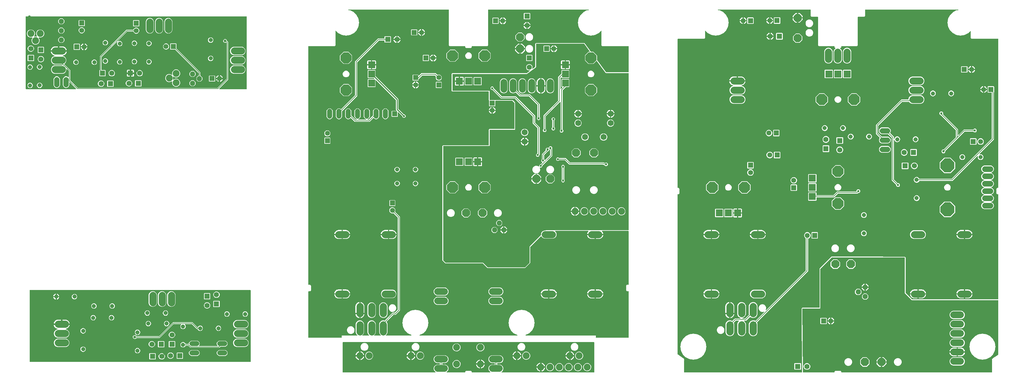
<source format=gbl>
%MOIN*%
%OFA0B0*%
%FSLAX34Y34*%
%IPPOS*%
%LPD*%
%AMOC8*
5,1,8,0,0,$1,22.5*%
%AMOC80*
5,1,8,0,0,$1,22.5*%
%AMOC81*
5,1,8,0,0,$1,22.5*%
%AMOC800*
5,1,8,0,0,$1,22.5*%
%ADD10C,0.045000000000000005*%
%ADD11C,0.055433070866141729*%
%ADD12R,0.055433070866141729X0.055433070866141729*%
%ADD13C,0.077*%
%ADD14C,0.052000000000000005*%
%ADD15C,0.029779527559055118*%
%ADD16C,0.006000000000000001*%
%ADD27C,0.045000000000000005*%
%ADD28R,0.053149606299212608X0.053149606299212608*%
%ADD29C,0.053149606299212608*%
%ADD30C,0.074*%
%ADD31P,0.056284291338582683X8X292.5*%
%ADD32C,0.055433070866141729*%
%ADD33R,0.055433070866141729X0.055433070866141729*%
%ADD34P,0.056284291338582683X8X112.5*%
%ADD35C,0.077*%
%ADD36C,0.056000000000000008*%
%ADD37C,0.006000000000000001*%
%ADD38C,0.029779527559055118*%
%ADD49R,0.053149606299212608X0.053149606299212608*%
%ADD50C,0.053149606299212608*%
%ADD51C,0.065*%
%ADD52C,0.045000000000000005*%
%ADD53C,0.055433070866141729*%
%ADD54R,0.055433070866141729X0.055433070866141729*%
%ADD55C,0.074*%
%ADD56R,0.074X0.074*%
%ADD57P,0.12784133858267718X8X22.5*%
%ADD58R,0.052000000000000005X0.052000000000000005*%
%ADD59C,0.052000000000000005*%
%ADD60P,0.12784133858267718X8X112.5*%
%ADD61P,0.12784133858267718X8X202.5*%
%ADD62P,0.12784133858267718X8X292.5*%
%ADD63C,0.076771653543307089*%
%ADD64P,0.092003149606299212X8X22.5*%
%ADD65C,0.074*%
%ADD66P,0.056284291338582683X8X22.5*%
%ADD67P,0.092003149606299212X8X202.5*%
%ADD68C,0.008*%
%ADD69C,0.023811023622047244*%
%ADD70C,0.01*%
%ADD81C,0.045000000000000005*%
%ADD82R,0.053149606299212608X0.053149606299212608*%
%ADD83C,0.053149606299212608*%
%ADD84C,0.055433070866141729*%
%ADD85R,0.055433070866141729X0.055433070866141729*%
%ADD86C,0.076771653543307089*%
%ADD87P,0.092003149606299212X8X112.5*%
%ADD88R,0.074X0.074*%
%ADD89P,0.12784133858267718X8X292.5*%
%ADD90P,0.092003149606299212X8X22.5*%
%ADD91P,0.092003149606299212X8X202.5*%
%ADD92C,0.059370078740157484*%
%ADD93P,0.16235850393700788X8X292.5*%
%ADD94C,0.074*%
%ADD95P,0.056284291338582683X8X112.5*%
%ADD96P,0.12784133858267718X8X202.5*%
%ADD97C,0.077*%
%ADD98P,0.12784133858267718X8X112.5*%
%ADD99C,0.056000000000000008*%
%ADD100C,0.023811023622047244*%
%ADD101C,0.008*%
%ADD102C,0.025779527559055122*%
%LPD*%
G75*
G01*
G36*
X0026583Y0020976D02*
X0026583Y0020976D01*
X0026585Y0020976D01*
X0026588Y0020976D01*
X0026591Y0020977D01*
X0026594Y0020978D01*
X0026595Y0020978D01*
X0026599Y0020980D01*
X0026602Y0020981D01*
X0026603Y0020983D01*
X0026606Y0020984D01*
X0026607Y0020987D01*
X0026610Y0020989D01*
X0026611Y0020991D01*
X0026613Y0020992D01*
X0026615Y0020995D01*
X0026617Y0020998D01*
X0026617Y0021000D01*
X0026618Y0021002D01*
X0026619Y0021004D01*
X0026619Y0021009D01*
X0026619Y0021013D01*
X0026621Y0021015D01*
X0026621Y0028671D01*
X0026619Y0028673D01*
X0026619Y0028675D01*
X0026619Y0028679D01*
X0026619Y0028682D01*
X0026618Y0028683D01*
X0026617Y0028687D01*
X0026615Y0028690D01*
X0026614Y0028693D01*
X0026613Y0028694D01*
X0026611Y0028696D01*
X0026609Y0028699D01*
X0026607Y0028701D01*
X0026605Y0028702D01*
X0026603Y0028704D01*
X0026601Y0028705D01*
X0026598Y0028707D01*
X0026595Y0028708D01*
X0026594Y0028708D01*
X0026591Y0028708D01*
X0026587Y0028711D01*
X0026583Y0028711D01*
X0026581Y0028711D01*
X0002851Y0028711D01*
X0002849Y0028711D01*
X0002847Y0028711D01*
X0002844Y0028710D01*
X0002839Y0028710D01*
X0002838Y0028708D01*
X0002836Y0028708D01*
X0002833Y0028706D01*
X0002829Y0028705D01*
X0002828Y0028704D01*
X0002826Y0028702D01*
X0002824Y0028700D01*
X0002822Y0028698D01*
X0002819Y0028696D01*
X0002819Y0028694D01*
X0002817Y0028691D01*
X0002814Y0028689D01*
X0002814Y0028685D01*
X0002814Y0028683D01*
X0002813Y0028682D01*
X0002812Y0028678D01*
X0002812Y0028674D01*
X0002811Y0028671D01*
X0002811Y0021015D01*
X0002812Y0021013D01*
X0002812Y0021011D01*
X0002813Y0021006D01*
X0002813Y0021004D01*
X0002814Y0021002D01*
X0002814Y0021000D01*
X0002816Y0020997D01*
X0002818Y0020994D01*
X0002819Y0020992D01*
X0002819Y0020990D01*
X0002823Y0020988D01*
X0002824Y0020985D01*
X0002827Y0020984D01*
X0002828Y0020983D01*
X0002831Y0020981D01*
X0002834Y0020979D01*
X0002836Y0020979D01*
X0002838Y0020977D01*
X0002841Y0020977D01*
X0002844Y0020976D01*
X0002849Y0020976D01*
X0002851Y0020975D01*
X0026581Y0020975D01*
X0026583Y0020976D01*
G37*
%LPC*%
G36*
X0020113Y0022513D02*
X0020113Y0022513D01*
X0019897Y0022729D01*
X0019895Y0022731D01*
X0019892Y0022733D01*
X0019890Y0022734D01*
X0019888Y0022735D01*
X0019884Y0022737D01*
X0019882Y0022738D01*
X0019880Y0022738D01*
X0019878Y0022738D01*
X0019872Y0022740D01*
X0019869Y0022740D01*
X0019632Y0022740D01*
X0019632Y0022740D01*
X0019632Y0022740D01*
X0019627Y0022740D01*
X0019621Y0022738D01*
X0019621Y0022738D01*
X0019621Y0022738D01*
X0019616Y0022737D01*
X0019611Y0022734D01*
X0019611Y0022734D01*
X0019611Y0022734D01*
X0019607Y0022731D01*
X0019602Y0022727D01*
X0019602Y0022727D01*
X0019602Y0022727D01*
X0019602Y0022726D01*
X0019596Y0022718D01*
X0019596Y0022717D01*
X0019595Y0022716D01*
X0019576Y0022669D01*
X0019496Y0022589D01*
X0019391Y0022545D01*
X0019278Y0022545D01*
X0019173Y0022589D01*
X0019092Y0022669D01*
X0019049Y0022774D01*
X0019049Y0022887D01*
X0019092Y0022992D01*
X0019173Y0023072D01*
X0019278Y0023115D01*
X0019391Y0023115D01*
X0019496Y0023072D01*
X0019576Y0022992D01*
X0019595Y0022945D01*
X0019595Y0022945D01*
X0019595Y0022945D01*
X0019598Y0022940D01*
X0019601Y0022935D01*
X0019601Y0022935D01*
X0019601Y0022935D01*
X0019605Y0022932D01*
X0019609Y0022928D01*
X0019609Y0022928D01*
X0019609Y0022928D01*
X0019614Y0022925D01*
X0019619Y0022923D01*
X0019619Y0022923D01*
X0019619Y0022923D01*
X0019620Y0022921D01*
X0019630Y0022919D01*
X0019631Y0022921D01*
X0019632Y0022919D01*
X0019935Y0022919D01*
X0019937Y0022921D01*
X0019940Y0022921D01*
X0019942Y0022921D01*
X0019946Y0022921D01*
X0019948Y0022923D01*
X0019951Y0022924D01*
X0019953Y0022925D01*
X0019957Y0022927D01*
X0019958Y0022928D01*
X0019960Y0022929D01*
X0019963Y0022932D01*
X0019965Y0022934D01*
X0019966Y0022936D01*
X0019968Y0022937D01*
X0019969Y0022940D01*
X0019971Y0022942D01*
X0019972Y0022945D01*
X0019973Y0022947D01*
X0019973Y0022950D01*
X0019975Y0022954D01*
X0019975Y0022958D01*
X0019975Y0022960D01*
X0019975Y0023017D01*
X0020024Y0023135D01*
X0020114Y0023224D01*
X0020232Y0023273D01*
X0020879Y0023273D01*
X0020997Y0023224D01*
X0021086Y0023135D01*
X0021135Y0023017D01*
X0021135Y0022890D01*
X0021086Y0022772D01*
X0021076Y0022761D01*
X0021076Y0022761D01*
X0021075Y0022761D01*
X0021075Y0022759D01*
X0021075Y0022759D01*
X0021072Y0022756D01*
X0021069Y0022753D01*
X0021069Y0022751D01*
X0021067Y0022750D01*
X0021067Y0022746D01*
X0021065Y0022742D01*
X0021065Y0022740D01*
X0021065Y0022740D01*
X0021065Y0022735D01*
X0021064Y0022731D01*
X0021065Y0022730D01*
X0021065Y0022729D01*
X0021065Y0022724D01*
X0021067Y0022719D01*
X0021067Y0022719D01*
X0021067Y0022718D01*
X0021070Y0022714D01*
X0021072Y0022710D01*
X0021073Y0022709D01*
X0021073Y0022708D01*
X0021076Y0022705D01*
X0021080Y0022702D01*
X0021080Y0022700D01*
X0021081Y0022700D01*
X0021085Y0022698D01*
X0021089Y0022696D01*
X0021090Y0022696D01*
X0021091Y0022695D01*
X0021094Y0022695D01*
X0021100Y0022693D01*
X0021102Y0022694D01*
X0021104Y0022693D01*
X0023006Y0022693D01*
X0023007Y0022693D01*
X0023008Y0022693D01*
X0023013Y0022694D01*
X0023017Y0022695D01*
X0023018Y0022695D01*
X0023019Y0022696D01*
X0023022Y0022698D01*
X0023027Y0022698D01*
X0023028Y0022700D01*
X0023029Y0022700D01*
X0023033Y0022704D01*
X0023036Y0022707D01*
X0023037Y0022708D01*
X0023037Y0022708D01*
X0023040Y0022712D01*
X0023041Y0022716D01*
X0023041Y0022717D01*
X0023043Y0022718D01*
X0023043Y0022722D01*
X0023046Y0022727D01*
X0023046Y0022728D01*
X0023046Y0022729D01*
X0023046Y0022733D01*
X0023046Y0022738D01*
X0023046Y0022738D01*
X0023045Y0022740D01*
X0023043Y0022744D01*
X0023043Y0022749D01*
X0023041Y0022750D01*
X0023041Y0022751D01*
X0023040Y0022753D01*
X0023037Y0022758D01*
X0023037Y0022759D01*
X0023037Y0022759D01*
X0023035Y0022759D01*
X0023034Y0022761D01*
X0023024Y0022772D01*
X0022975Y0022890D01*
X0022975Y0023017D01*
X0023024Y0023135D01*
X0023114Y0023224D01*
X0023232Y0023273D01*
X0023879Y0023273D01*
X0023997Y0023224D01*
X0024087Y0023135D01*
X0024135Y0023017D01*
X0024135Y0022890D01*
X0024087Y0022772D01*
X0023997Y0022682D01*
X0023879Y0022633D01*
X0023379Y0022633D01*
X0023376Y0022633D01*
X0023372Y0022633D01*
X0023370Y0022632D01*
X0023368Y0022632D01*
X0023365Y0022630D01*
X0023362Y0022629D01*
X0023360Y0022628D01*
X0023358Y0022627D01*
X0023353Y0022623D01*
X0023351Y0022621D01*
X0023243Y0022513D01*
X0020113Y0022513D01*
G37*
%LPD*%
%LPC*%
G36*
X0014099Y0023452D02*
X0014099Y0023452D01*
X0014023Y0023484D01*
X0013964Y0023543D01*
X0013932Y0023620D01*
X0013932Y0023703D01*
X0013964Y0023780D01*
X0014023Y0023838D01*
X0014099Y0023870D01*
X0014183Y0023870D01*
X0014260Y0023838D01*
X0014319Y0023780D01*
X0014320Y0023776D01*
X0014320Y0023776D01*
X0014320Y0023776D01*
X0014322Y0023771D01*
X0014326Y0023766D01*
X0014326Y0023766D01*
X0014326Y0023766D01*
X0014330Y0023762D01*
X0014333Y0023759D01*
X0014333Y0023759D01*
X0014333Y0023759D01*
X0014339Y0023756D01*
X0014343Y0023753D01*
X0014343Y0023753D01*
X0014343Y0023753D01*
X0014345Y0023753D01*
X0014355Y0023751D01*
X0014356Y0023751D01*
X0014357Y0023751D01*
X0016727Y0023751D01*
X0016730Y0023752D01*
X0016734Y0023752D01*
X0016736Y0023753D01*
X0016739Y0023753D01*
X0016742Y0023754D01*
X0016745Y0023755D01*
X0016747Y0023756D01*
X0016749Y0023757D01*
X0016753Y0023761D01*
X0016756Y0023763D01*
X0018244Y0025253D01*
X0020357Y0025253D01*
X0020421Y0025188D01*
X0020871Y0024739D01*
X0020874Y0024735D01*
X0020878Y0024734D01*
X0020879Y0024733D01*
X0020880Y0024732D01*
X0020884Y0024731D01*
X0020888Y0024729D01*
X0020889Y0024729D01*
X0020890Y0024728D01*
X0020895Y0024728D01*
X0020899Y0024727D01*
X0020900Y0024728D01*
X0020901Y0024728D01*
X0020905Y0024728D01*
X0020910Y0024729D01*
X0020911Y0024730D01*
X0020912Y0024730D01*
X0020916Y0024732D01*
X0020920Y0024734D01*
X0020921Y0024734D01*
X0020922Y0024735D01*
X0020926Y0024738D01*
X0020929Y0024741D01*
X0020929Y0024742D01*
X0020930Y0024743D01*
X0020936Y0024752D01*
X0020936Y0024752D01*
X0020941Y0024764D01*
X0021021Y0024845D01*
X0021126Y0024888D01*
X0021239Y0024888D01*
X0021344Y0024845D01*
X0021424Y0024764D01*
X0021468Y0024660D01*
X0021468Y0024546D01*
X0021424Y0024442D01*
X0021344Y0024361D01*
X0021239Y0024318D01*
X0021126Y0024318D01*
X0021021Y0024361D01*
X0020941Y0024442D01*
X0020914Y0024507D01*
X0020914Y0024507D01*
X0020914Y0024507D01*
X0020911Y0024511D01*
X0020908Y0024516D01*
X0020908Y0024516D01*
X0020908Y0024516D01*
X0020903Y0024520D01*
X0020900Y0024524D01*
X0020900Y0024524D01*
X0020900Y0024524D01*
X0020895Y0024526D01*
X0020890Y0024529D01*
X0020890Y0024529D01*
X0020890Y0024529D01*
X0020890Y0024529D01*
X0020879Y0024531D01*
X0020878Y0024531D01*
X0020877Y0024531D01*
X0020823Y0024531D01*
X0020295Y0025061D01*
X0020292Y0025063D01*
X0020289Y0025065D01*
X0020287Y0025066D01*
X0020286Y0025067D01*
X0020282Y0025069D01*
X0020278Y0025070D01*
X0020277Y0025071D01*
X0020275Y0025071D01*
X0020269Y0025072D01*
X0020266Y0025072D01*
X0019560Y0025072D01*
X0019559Y0025072D01*
X0019558Y0025072D01*
X0019554Y0025072D01*
X0019549Y0025071D01*
X0019548Y0025070D01*
X0019547Y0025070D01*
X0019543Y0025068D01*
X0019539Y0025066D01*
X0019538Y0025066D01*
X0019537Y0025065D01*
X0019534Y0025062D01*
X0019530Y0025059D01*
X0019530Y0025057D01*
X0019529Y0025057D01*
X0019527Y0025053D01*
X0019524Y0025050D01*
X0019524Y0025049D01*
X0019522Y0025048D01*
X0019522Y0025043D01*
X0019520Y0025038D01*
X0019520Y0025038D01*
X0019520Y0025036D01*
X0019520Y0025032D01*
X0019520Y0025028D01*
X0019520Y0025027D01*
X0019520Y0025026D01*
X0019522Y0025021D01*
X0019522Y0025017D01*
X0019524Y0025016D01*
X0019524Y0025015D01*
X0019526Y0025012D01*
X0019529Y0025007D01*
X0019531Y0025006D01*
X0019532Y0025004D01*
X0019576Y0024960D01*
X0019619Y0024855D01*
X0019619Y0024742D01*
X0019576Y0024636D01*
X0019496Y0024557D01*
X0019391Y0024514D01*
X0019278Y0024514D01*
X0019173Y0024557D01*
X0019092Y0024636D01*
X0019049Y0024742D01*
X0019049Y0024855D01*
X0019092Y0024960D01*
X0019136Y0025004D01*
X0019137Y0025005D01*
X0019138Y0025006D01*
X0019141Y0025010D01*
X0019143Y0025013D01*
X0019144Y0025014D01*
X0019144Y0025015D01*
X0019146Y0025019D01*
X0019147Y0025024D01*
X0019147Y0025025D01*
X0019148Y0025026D01*
X0019148Y0025030D01*
X0019148Y0025035D01*
X0019148Y0025036D01*
X0019148Y0025036D01*
X0019147Y0025041D01*
X0019146Y0025046D01*
X0019145Y0025047D01*
X0019145Y0025048D01*
X0019143Y0025052D01*
X0019141Y0025056D01*
X0019140Y0025057D01*
X0019139Y0025057D01*
X0019136Y0025061D01*
X0019133Y0025064D01*
X0019132Y0025064D01*
X0019131Y0025065D01*
X0019127Y0025067D01*
X0019123Y0025069D01*
X0019122Y0025070D01*
X0019121Y0025070D01*
X0019118Y0025071D01*
X0019113Y0025072D01*
X0019110Y0025072D01*
X0019108Y0025072D01*
X0018337Y0025072D01*
X0018333Y0025072D01*
X0018330Y0025072D01*
X0018328Y0025071D01*
X0018325Y0025071D01*
X0018322Y0025070D01*
X0018319Y0025068D01*
X0018317Y0025067D01*
X0018315Y0025066D01*
X0018310Y0025063D01*
X0018308Y0025061D01*
X0016819Y0023571D01*
X0014357Y0023571D01*
X0014357Y0023571D01*
X0014357Y0023571D01*
X0014351Y0023570D01*
X0014346Y0023570D01*
X0014346Y0023570D01*
X0014346Y0023570D01*
X0014341Y0023567D01*
X0014335Y0023565D01*
X0014335Y0023565D01*
X0014335Y0023565D01*
X0014331Y0023561D01*
X0014327Y0023558D01*
X0014327Y0023558D01*
X0014327Y0023558D01*
X0014327Y0023557D01*
X0014321Y0023549D01*
X0014321Y0023546D01*
X0014320Y0023546D01*
X0014319Y0023543D01*
X0014260Y0023484D01*
X0014183Y0023452D01*
X0014099Y0023452D01*
G37*
%LPD*%
%LPC*%
G36*
X0005798Y0023599D02*
X0005798Y0023599D01*
X0005634Y0023666D01*
X0005508Y0023792D01*
X0005441Y0023956D01*
X0005441Y0024133D01*
X0005508Y0024296D01*
X0005634Y0024421D01*
X0005803Y0024491D01*
X0005803Y0024491D01*
X0005803Y0024491D01*
X0005808Y0024493D01*
X0005812Y0024497D01*
X0005812Y0024497D01*
X0005813Y0024497D01*
X0005816Y0024501D01*
X0005820Y0024505D01*
X0005820Y0024505D01*
X0005820Y0024505D01*
X0005823Y0024510D01*
X0005825Y0024514D01*
X0005825Y0024514D01*
X0005825Y0024514D01*
X0005826Y0024521D01*
X0005827Y0024526D01*
X0005827Y0024526D01*
X0005827Y0024526D01*
X0005827Y0024532D01*
X0005826Y0024537D01*
X0005826Y0024537D01*
X0005826Y0024538D01*
X0005824Y0024543D01*
X0005822Y0024548D01*
X0005822Y0024548D01*
X0005822Y0024548D01*
X0005819Y0024552D01*
X0005816Y0024556D01*
X0005815Y0024557D01*
X0005815Y0024557D01*
X0005810Y0024560D01*
X0005807Y0024563D01*
X0005806Y0024563D01*
X0005806Y0024563D01*
X0005805Y0024564D01*
X0005796Y0024567D01*
X0005795Y0024567D01*
X0005794Y0024568D01*
X0005772Y0024571D01*
X0005699Y0024594D01*
X0005632Y0024629D01*
X0005570Y0024674D01*
X0005516Y0024728D01*
X0005471Y0024790D01*
X0005437Y0024857D01*
X0005413Y0024930D01*
X0005407Y0024964D01*
X0006231Y0024964D01*
X0006233Y0024964D01*
X0006236Y0024964D01*
X0006239Y0024965D01*
X0006242Y0024966D01*
X0006244Y0024967D01*
X0006246Y0024967D01*
X0006249Y0024969D01*
X0006252Y0024970D01*
X0006254Y0024972D01*
X0006256Y0024973D01*
X0006258Y0024975D01*
X0006261Y0024977D01*
X0006262Y0024979D01*
X0006264Y0024981D01*
X0006264Y0024984D01*
X0006267Y0024987D01*
X0006268Y0024989D01*
X0006269Y0024991D01*
X0006269Y0024994D01*
X0006270Y0024996D01*
X0006271Y0025001D01*
X0006271Y0025004D01*
X0006271Y0025044D01*
X0006271Y0025044D01*
X0006271Y0025004D01*
X0006271Y0025002D01*
X0006271Y0024998D01*
X0006272Y0024996D01*
X0006273Y0024993D01*
X0006274Y0024991D01*
X0006274Y0024989D01*
X0006276Y0024986D01*
X0006277Y0024983D01*
X0006279Y0024981D01*
X0006280Y0024979D01*
X0006282Y0024977D01*
X0006284Y0024974D01*
X0006286Y0024973D01*
X0006288Y0024971D01*
X0006291Y0024970D01*
X0006294Y0024968D01*
X0006296Y0024967D01*
X0006298Y0024966D01*
X0006301Y0024966D01*
X0006304Y0024965D01*
X0006308Y0024965D01*
X0006311Y0024964D01*
X0007134Y0024964D01*
X0007129Y0024930D01*
X0007105Y0024857D01*
X0007070Y0024790D01*
X0007026Y0024728D01*
X0006972Y0024674D01*
X0006909Y0024629D01*
X0006842Y0024594D01*
X0006770Y0024571D01*
X0006747Y0024568D01*
X0006747Y0024568D01*
X0006747Y0024568D01*
X0006742Y0024566D01*
X0006738Y0024564D01*
X0006738Y0024564D01*
X0006737Y0024564D01*
X0006733Y0024561D01*
X0006727Y0024558D01*
X0006727Y0024558D01*
X0006727Y0024558D01*
X0006725Y0024554D01*
X0006721Y0024550D01*
X0006721Y0024550D01*
X0006721Y0024549D01*
X0006719Y0024544D01*
X0006715Y0024540D01*
X0006715Y0024539D01*
X0006715Y0024539D01*
X0006715Y0024533D01*
X0006714Y0024528D01*
X0006714Y0024528D01*
X0006714Y0024528D01*
X0006715Y0024523D01*
X0006715Y0024517D01*
X0006715Y0024517D01*
X0006715Y0024517D01*
X0006719Y0024512D01*
X0006721Y0024507D01*
X0006721Y0024507D01*
X0006721Y0024507D01*
X0006724Y0024503D01*
X0006727Y0024499D01*
X0006727Y0024498D01*
X0006727Y0024498D01*
X0006730Y0024497D01*
X0006737Y0024492D01*
X0006738Y0024492D01*
X0006739Y0024491D01*
X0006908Y0024421D01*
X0007033Y0024296D01*
X0007100Y0024133D01*
X0007100Y0023956D01*
X0007033Y0023792D01*
X0006908Y0023666D01*
X0006744Y0023599D01*
X0005798Y0023599D01*
G37*
%LPD*%
%LPC*%
G36*
X0025089Y0024599D02*
X0025089Y0024599D01*
X0024925Y0024667D01*
X0024800Y0024792D01*
X0024732Y0024956D01*
X0024732Y0025133D01*
X0024800Y0025296D01*
X0024925Y0025421D01*
X0025089Y0025489D01*
X0026036Y0025489D01*
X0026200Y0025421D01*
X0026325Y0025296D01*
X0026392Y0025133D01*
X0026392Y0024956D01*
X0026325Y0024792D01*
X0026200Y0024667D01*
X0026036Y0024599D01*
X0025089Y0024599D01*
G37*
%LPD*%
%LPC*%
G36*
X0015994Y0026927D02*
X0015994Y0026927D01*
X0015830Y0026995D01*
X0015705Y0027120D01*
X0015636Y0027284D01*
X0015636Y0028231D01*
X0015705Y0028394D01*
X0015830Y0028520D01*
X0015994Y0028587D01*
X0016171Y0028587D01*
X0016334Y0028520D01*
X0016459Y0028394D01*
X0016527Y0028231D01*
X0016527Y0027284D01*
X0016459Y0027120D01*
X0016334Y0026995D01*
X0016171Y0026927D01*
X0015994Y0026927D01*
G37*
%LPD*%
%LPC*%
G36*
X0016994Y0026927D02*
X0016994Y0026927D01*
X0016830Y0026995D01*
X0016705Y0027120D01*
X0016637Y0027284D01*
X0016637Y0028231D01*
X0016705Y0028394D01*
X0016830Y0028520D01*
X0016994Y0028587D01*
X0017171Y0028587D01*
X0017334Y0028520D01*
X0017458Y0028394D01*
X0017527Y0028231D01*
X0017527Y0027284D01*
X0017458Y0027120D01*
X0017334Y0026995D01*
X0017171Y0026927D01*
X0016994Y0026927D01*
G37*
%LPD*%
%LPC*%
G36*
X0025089Y0023599D02*
X0025089Y0023599D01*
X0024925Y0023666D01*
X0024800Y0023792D01*
X0024732Y0023956D01*
X0024732Y0024133D01*
X0024800Y0024296D01*
X0024925Y0024421D01*
X0025089Y0024489D01*
X0026036Y0024489D01*
X0026200Y0024421D01*
X0026325Y0024296D01*
X0026392Y0024133D01*
X0026392Y0023956D01*
X0026325Y0023792D01*
X0026200Y0023666D01*
X0026036Y0023599D01*
X0025089Y0023599D01*
G37*
%LPD*%
%LPC*%
G36*
X0017994Y0026927D02*
X0017994Y0026927D01*
X0017830Y0026995D01*
X0017704Y0027120D01*
X0017637Y0027284D01*
X0017637Y0028231D01*
X0017704Y0028394D01*
X0017830Y0028520D01*
X0017994Y0028587D01*
X0018171Y0028587D01*
X0018334Y0028520D01*
X0018459Y0028394D01*
X0018527Y0028231D01*
X0018527Y0027284D01*
X0018459Y0027120D01*
X0018334Y0026995D01*
X0018171Y0026927D01*
X0017994Y0026927D01*
G37*
%LPD*%
%LPC*%
G36*
X0005798Y0022599D02*
X0005798Y0022599D01*
X0005634Y0022667D01*
X0005508Y0022792D01*
X0005441Y0022956D01*
X0005441Y0023133D01*
X0005508Y0023296D01*
X0005634Y0023421D01*
X0005798Y0023489D01*
X0006744Y0023489D01*
X0006908Y0023421D01*
X0007033Y0023296D01*
X0007100Y0023133D01*
X0007100Y0022956D01*
X0007033Y0022792D01*
X0006908Y0022667D01*
X0006744Y0022599D01*
X0005798Y0022599D01*
G37*
%LPD*%
%LPC*%
G36*
X0025089Y0022599D02*
X0025089Y0022599D01*
X0024925Y0022667D01*
X0024800Y0022792D01*
X0024732Y0022956D01*
X0024732Y0023133D01*
X0024800Y0023296D01*
X0024925Y0023421D01*
X0025089Y0023489D01*
X0026036Y0023489D01*
X0026200Y0023421D01*
X0026325Y0023296D01*
X0026392Y0023133D01*
X0026392Y0022956D01*
X0026325Y0022792D01*
X0026200Y0022667D01*
X0026036Y0022599D01*
X0025089Y0022599D01*
G37*
%LPD*%
%LPC*%
G36*
X0023232Y0021633D02*
X0023232Y0021633D01*
X0023114Y0021682D01*
X0023024Y0021772D01*
X0022975Y0021890D01*
X0022975Y0022017D01*
X0023024Y0022134D01*
X0023114Y0022225D01*
X0023232Y0022273D01*
X0023879Y0022273D01*
X0023997Y0022225D01*
X0024087Y0022134D01*
X0024135Y0022017D01*
X0024135Y0021890D01*
X0024087Y0021772D01*
X0023997Y0021682D01*
X0023879Y0021633D01*
X0023232Y0021633D01*
G37*
%LPD*%
%LPC*%
G36*
X0020232Y0021633D02*
X0020232Y0021633D01*
X0020114Y0021682D01*
X0020024Y0021772D01*
X0019975Y0021890D01*
X0019975Y0022017D01*
X0020024Y0022134D01*
X0020114Y0022225D01*
X0020232Y0022273D01*
X0020879Y0022273D01*
X0020997Y0022225D01*
X0021086Y0022134D01*
X0021135Y0022017D01*
X0021135Y0021890D01*
X0021086Y0021772D01*
X0020997Y0021682D01*
X0020879Y0021633D01*
X0020232Y0021633D01*
G37*
%LPD*%
%LPC*%
G36*
X0021629Y0027725D02*
X0021629Y0027725D01*
X0021594Y0027759D01*
X0021594Y0028365D01*
X0021629Y0028400D01*
X0022233Y0028400D01*
X0022268Y0028365D01*
X0022268Y0027759D01*
X0022233Y0027725D01*
X0021629Y0027725D01*
G37*
%LPD*%
%LPC*%
G36*
X0022637Y0026883D02*
X0022637Y0026883D01*
X0022602Y0026918D01*
X0022602Y0027522D01*
X0022637Y0027557D01*
X0023241Y0027557D01*
X0023276Y0027522D01*
X0023276Y0026918D01*
X0023241Y0026883D01*
X0022637Y0026883D01*
G37*
%LPD*%
%LPC*%
G36*
X0018692Y0021328D02*
X0018692Y0021328D01*
X0018657Y0021363D01*
X0018657Y0021967D01*
X0018692Y0022002D01*
X0019296Y0022002D01*
X0019331Y0021967D01*
X0019331Y0021363D01*
X0019296Y0021328D01*
X0018692Y0021328D01*
G37*
%LPD*%
%LPC*%
G36*
X0016676Y0022559D02*
X0016676Y0022559D01*
X0016641Y0022595D01*
X0016641Y0023199D01*
X0016676Y0023234D01*
X0017280Y0023234D01*
X0017315Y0023199D01*
X0017315Y0022595D01*
X0017280Y0022559D01*
X0016676Y0022559D01*
G37*
%LPD*%
%LPC*%
G36*
X0017842Y0022566D02*
X0017842Y0022566D01*
X0017807Y0022601D01*
X0017807Y0023205D01*
X0017842Y0023240D01*
X0018446Y0023240D01*
X0018481Y0023205D01*
X0018481Y0022601D01*
X0018446Y0022566D01*
X0017842Y0022566D01*
G37*
%LPD*%
%LPC*%
G36*
X0015743Y0021241D02*
X0015743Y0021241D01*
X0015708Y0021276D01*
X0015708Y0021880D01*
X0015743Y0021915D01*
X0016347Y0021915D01*
X0016382Y0021880D01*
X0016382Y0021276D01*
X0016347Y0021241D01*
X0015743Y0021241D01*
G37*
%LPD*%
%LPC*%
G36*
X0016978Y0021241D02*
X0016978Y0021241D01*
X0016854Y0021292D01*
X0016759Y0021387D01*
X0016708Y0021511D01*
X0016708Y0021645D01*
X0016759Y0021769D01*
X0016854Y0021864D01*
X0016978Y0021915D01*
X0017112Y0021915D01*
X0017236Y0021864D01*
X0017331Y0021769D01*
X0017382Y0021645D01*
X0017382Y0021511D01*
X0017331Y0021387D01*
X0017236Y0021292D01*
X0017112Y0021241D01*
X0016978Y0021241D01*
G37*
%LPD*%
%LPC*%
G36*
X0017927Y0021328D02*
X0017927Y0021328D01*
X0017803Y0021379D01*
X0017708Y0021474D01*
X0017657Y0021598D01*
X0017657Y0021732D01*
X0017708Y0021856D01*
X0017803Y0021951D01*
X0017927Y0022002D01*
X0018060Y0022002D01*
X0018184Y0021951D01*
X0018280Y0021856D01*
X0018331Y0021732D01*
X0018331Y0021598D01*
X0018280Y0021474D01*
X0018184Y0021379D01*
X0018060Y0021328D01*
X0017927Y0021328D01*
G37*
%LPD*%
%LPC*%
G36*
X0021864Y0026725D02*
X0021864Y0026725D01*
X0021740Y0026777D01*
X0021645Y0026871D01*
X0021594Y0026995D01*
X0021594Y0027130D01*
X0021645Y0027254D01*
X0021740Y0027347D01*
X0021864Y0027400D01*
X0021998Y0027400D01*
X0022122Y0027347D01*
X0022216Y0027254D01*
X0022268Y0027130D01*
X0022268Y0026995D01*
X0022216Y0026871D01*
X0022122Y0026777D01*
X0021998Y0026725D01*
X0021864Y0026725D01*
G37*
%LPD*%
%LPC*%
G36*
X0018077Y0023565D02*
X0018077Y0023565D01*
X0017953Y0023617D01*
X0017858Y0023712D01*
X0017807Y0023836D01*
X0017807Y0023969D01*
X0017858Y0024094D01*
X0017953Y0024189D01*
X0018077Y0024240D01*
X0018211Y0024240D01*
X0018335Y0024189D01*
X0018430Y0024094D01*
X0018481Y0023969D01*
X0018481Y0023836D01*
X0018430Y0023712D01*
X0018335Y0023617D01*
X0018211Y0023565D01*
X0018077Y0023565D01*
G37*
%LPD*%
%LPC*%
G36*
X0022872Y0027883D02*
X0022872Y0027883D01*
X0022748Y0027934D01*
X0022653Y0028028D01*
X0022602Y0028152D01*
X0022602Y0028287D01*
X0022653Y0028411D01*
X0022748Y0028506D01*
X0022872Y0028557D01*
X0023006Y0028557D01*
X0023130Y0028506D01*
X0023224Y0028411D01*
X0023276Y0028287D01*
X0023276Y0028152D01*
X0023224Y0028028D01*
X0023130Y0027934D01*
X0023006Y0027883D01*
X0022872Y0027883D01*
G37*
%LPD*%
%LPC*%
G36*
X0015911Y0022559D02*
X0015911Y0022559D01*
X0015787Y0022611D01*
X0015692Y0022706D01*
X0015641Y0022830D01*
X0015641Y0022964D01*
X0015692Y0023088D01*
X0015787Y0023182D01*
X0015911Y0023234D01*
X0016045Y0023234D01*
X0016169Y0023182D01*
X0016264Y0023088D01*
X0016315Y0022964D01*
X0016315Y0022830D01*
X0016264Y0022706D01*
X0016169Y0022611D01*
X0016045Y0022559D01*
X0015911Y0022559D01*
G37*
%LPD*%
%LPC*%
G36*
X0006350Y0025124D02*
X0006350Y0025124D01*
X0006350Y0025529D01*
X0006694Y0025529D01*
X0006770Y0025517D01*
X0006842Y0025494D01*
X0006909Y0025459D01*
X0006972Y0025414D01*
X0007026Y0025360D01*
X0007070Y0025298D01*
X0007105Y0025230D01*
X0007129Y0025158D01*
X0007134Y0025124D01*
X0006350Y0025124D01*
G37*
%LPD*%
%LPC*%
G36*
X0005407Y0025124D02*
X0005407Y0025124D01*
X0005413Y0025158D01*
X0005437Y0025230D01*
X0005471Y0025298D01*
X0005516Y0025360D01*
X0005570Y0025414D01*
X0005632Y0025459D01*
X0005699Y0025494D01*
X0005772Y0025517D01*
X0005848Y0025529D01*
X0006191Y0025529D01*
X0006191Y0025124D01*
X0005407Y0025124D01*
G37*
%LPD*%
%LPC*%
G36*
X0011650Y0026715D02*
X0011650Y0026715D01*
X0011545Y0026758D01*
X0011465Y0026838D01*
X0011422Y0026943D01*
X0011422Y0027056D01*
X0011465Y0027161D01*
X0011545Y0027241D01*
X0011650Y0027285D01*
X0011762Y0027285D01*
X0011868Y0027241D01*
X0011948Y0027161D01*
X0011992Y0027056D01*
X0011992Y0026943D01*
X0011948Y0026838D01*
X0011868Y0026758D01*
X0011762Y0026715D01*
X0011650Y0026715D01*
G37*
%LPD*%
%LPC*%
G36*
X0023095Y0024318D02*
X0023095Y0024318D01*
X0022990Y0024361D01*
X0022910Y0024442D01*
X0022866Y0024546D01*
X0022866Y0024660D01*
X0022910Y0024764D01*
X0022990Y0024845D01*
X0023095Y0024888D01*
X0023208Y0024888D01*
X0023313Y0024845D01*
X0023393Y0024764D01*
X0023436Y0024660D01*
X0023436Y0024546D01*
X0023393Y0024442D01*
X0023313Y0024361D01*
X0023208Y0024318D01*
X0023095Y0024318D01*
G37*
%LPD*%
%LPC*%
G36*
X0008520Y0024037D02*
X0008520Y0024037D01*
X0008415Y0024081D01*
X0008335Y0024161D01*
X0008292Y0024266D01*
X0008292Y0024379D01*
X0008335Y0024484D01*
X0008415Y0024564D01*
X0008520Y0024607D01*
X0008633Y0024607D01*
X0008738Y0024564D01*
X0008818Y0024484D01*
X0008862Y0024379D01*
X0008862Y0024266D01*
X0008818Y0024161D01*
X0008738Y0024081D01*
X0008633Y0024037D01*
X0008520Y0024037D01*
G37*
%LPD*%
%LPC*%
G36*
X0024006Y0025848D02*
X0024006Y0025848D01*
X0023901Y0025891D01*
X0023821Y0025973D01*
X0023778Y0026077D01*
X0023778Y0026191D01*
X0023821Y0026296D01*
X0023901Y0026375D01*
X0024006Y0026419D01*
X0024119Y0026419D01*
X0024224Y0026375D01*
X0024304Y0026296D01*
X0024348Y0026191D01*
X0024348Y0026077D01*
X0024304Y0025973D01*
X0024224Y0025891D01*
X0024119Y0025848D01*
X0024006Y0025848D01*
G37*
%LPD*%
%LPC*%
G36*
X0014374Y0023880D02*
X0014374Y0023880D01*
X0014270Y0023923D01*
X0014189Y0024003D01*
X0014146Y0024108D01*
X0014146Y0024222D01*
X0014189Y0024326D01*
X0014270Y0024407D01*
X0014374Y0024450D01*
X0014488Y0024450D01*
X0014592Y0024407D01*
X0014673Y0024326D01*
X0014716Y0024222D01*
X0014716Y0024108D01*
X0014673Y0024003D01*
X0014592Y0023923D01*
X0014488Y0023880D01*
X0014374Y0023880D01*
G37*
%LPD*%
%LPC*%
G36*
X0015540Y0024829D02*
X0015540Y0024829D01*
X0015435Y0024872D01*
X0015355Y0024952D01*
X0015310Y0025057D01*
X0015310Y0025170D01*
X0015355Y0025275D01*
X0015435Y0025355D01*
X0015540Y0025399D01*
X0015653Y0025399D01*
X0015758Y0025355D01*
X0015838Y0025275D01*
X0015880Y0025170D01*
X0015880Y0025057D01*
X0015838Y0024952D01*
X0015758Y0024872D01*
X0015653Y0024829D01*
X0015540Y0024829D01*
G37*
%LPD*%
%LPC*%
G36*
X0009681Y0026715D02*
X0009681Y0026715D01*
X0009577Y0026758D01*
X0009496Y0026838D01*
X0009453Y0026943D01*
X0009453Y0027056D01*
X0009496Y0027161D01*
X0009577Y0027241D01*
X0009681Y0027285D01*
X0009795Y0027285D01*
X0009900Y0027241D01*
X0009980Y0027161D01*
X0010023Y0027056D01*
X0010023Y0026943D01*
X0009980Y0026838D01*
X0009900Y0026758D01*
X0009795Y0026715D01*
X0009681Y0026715D01*
G37*
%LPD*%
%LPC*%
G36*
X0011579Y0025455D02*
X0011579Y0025455D01*
X0011474Y0025498D01*
X0011394Y0025578D01*
X0011351Y0025682D01*
X0011351Y0025796D01*
X0011394Y0025901D01*
X0011474Y0025981D01*
X0011579Y0026025D01*
X0011692Y0026025D01*
X0011797Y0025981D01*
X0011877Y0025901D01*
X0011921Y0025796D01*
X0011921Y0025682D01*
X0011877Y0025578D01*
X0011797Y0025498D01*
X0011692Y0025455D01*
X0011579Y0025455D01*
G37*
%LPD*%
%LPC*%
G36*
X0007594Y0027722D02*
X0007594Y0027722D01*
X0007490Y0027766D01*
X0007409Y0027846D01*
X0007366Y0027951D01*
X0007366Y0028063D01*
X0007409Y0028169D01*
X0007490Y0028249D01*
X0007594Y0028292D01*
X0007708Y0028292D01*
X0007813Y0028249D01*
X0007893Y0028169D01*
X0007936Y0028063D01*
X0007936Y0027951D01*
X0007893Y0027846D01*
X0007813Y0027766D01*
X0007708Y0027722D01*
X0007594Y0027722D01*
G37*
%LPD*%
%LPC*%
G36*
X0025974Y0025848D02*
X0025974Y0025848D01*
X0025870Y0025891D01*
X0025789Y0025973D01*
X0025746Y0026077D01*
X0025746Y0026191D01*
X0025789Y0026296D01*
X0025870Y0026375D01*
X0025974Y0026419D01*
X0026088Y0026419D01*
X0026193Y0026375D01*
X0026273Y0026296D01*
X0026316Y0026191D01*
X0026316Y0026077D01*
X0026273Y0025973D01*
X0026193Y0025891D01*
X0026088Y0025848D01*
X0025974Y0025848D01*
G37*
%LPD*%
%LPC*%
G36*
X0017398Y0025959D02*
X0017398Y0025959D01*
X0017293Y0026002D01*
X0017213Y0026082D01*
X0017170Y0026187D01*
X0017170Y0026300D01*
X0017213Y0026405D01*
X0017293Y0026485D01*
X0017398Y0026528D01*
X0017511Y0026528D01*
X0017616Y0026485D01*
X0017696Y0026405D01*
X0017740Y0026300D01*
X0017740Y0026187D01*
X0017696Y0026082D01*
X0017616Y0026002D01*
X0017511Y0025959D01*
X0017398Y0025959D01*
G37*
%LPD*%
%LPC*%
G36*
X0017508Y0024829D02*
X0017508Y0024829D01*
X0017403Y0024872D01*
X0017323Y0024952D01*
X0017280Y0025057D01*
X0017280Y0025170D01*
X0017323Y0025275D01*
X0017403Y0025355D01*
X0017508Y0025399D01*
X0017622Y0025399D01*
X0017726Y0025355D01*
X0017807Y0025275D01*
X0017850Y0025170D01*
X0017850Y0025057D01*
X0017807Y0024952D01*
X0017726Y0024872D01*
X0017622Y0024829D01*
X0017508Y0024829D01*
G37*
%LPD*%
%LPC*%
G36*
X0008520Y0022069D02*
X0008520Y0022069D01*
X0008415Y0022112D01*
X0008335Y0022192D01*
X0008292Y0022296D01*
X0008292Y0022411D01*
X0008335Y0022515D01*
X0008415Y0022595D01*
X0008520Y0022639D01*
X0008633Y0022639D01*
X0008738Y0022595D01*
X0008818Y0022515D01*
X0008862Y0022411D01*
X0008862Y0022296D01*
X0008818Y0022192D01*
X0008738Y0022112D01*
X0008633Y0022069D01*
X0008520Y0022069D01*
G37*
%LPD*%
%LPC*%
G36*
X0014374Y0021911D02*
X0014374Y0021911D01*
X0014270Y0021955D01*
X0014189Y0022035D01*
X0014146Y0022140D01*
X0014146Y0022253D01*
X0014189Y0022357D01*
X0014270Y0022437D01*
X0014374Y0022481D01*
X0014488Y0022481D01*
X0014592Y0022437D01*
X0014673Y0022357D01*
X0014716Y0022253D01*
X0014716Y0022140D01*
X0014673Y0022035D01*
X0014592Y0021955D01*
X0014488Y0021911D01*
X0014374Y0021911D01*
G37*
%LPD*%
%LPC*%
G36*
X0009611Y0025455D02*
X0009611Y0025455D01*
X0009506Y0025498D01*
X0009426Y0025578D01*
X0009382Y0025682D01*
X0009382Y0025796D01*
X0009426Y0025901D01*
X0009506Y0025981D01*
X0009611Y0026025D01*
X0009724Y0026025D01*
X0009829Y0025981D01*
X0009909Y0025901D01*
X0009952Y0025796D01*
X0009952Y0025682D01*
X0009909Y0025578D01*
X0009829Y0025498D01*
X0009724Y0025455D01*
X0009611Y0025455D01*
G37*
%LPD*%
%LPC*%
G36*
X0015429Y0025959D02*
X0015429Y0025959D01*
X0015325Y0026002D01*
X0015243Y0026082D01*
X0015201Y0026187D01*
X0015201Y0026300D01*
X0015243Y0026405D01*
X0015325Y0026485D01*
X0015429Y0026528D01*
X0015543Y0026528D01*
X0015648Y0026485D01*
X0015728Y0026405D01*
X0015771Y0026300D01*
X0015771Y0026187D01*
X0015728Y0026082D01*
X0015648Y0026002D01*
X0015543Y0025959D01*
X0015429Y0025959D01*
G37*
%LPD*%
%LPC*%
G36*
X0005745Y0028070D02*
X0005745Y0028070D01*
X0005745Y0028325D01*
X0005778Y0028319D01*
X0005837Y0028295D01*
X0005890Y0028260D01*
X0005935Y0028215D01*
X0005971Y0028160D01*
X0005996Y0028102D01*
X0006002Y0028070D01*
X0005745Y0028070D01*
G37*
%LPD*%
%LPC*%
G36*
X0005364Y0028070D02*
X0005364Y0028070D01*
X0005370Y0028102D01*
X0005395Y0028160D01*
X0005431Y0028215D01*
X0005476Y0028260D01*
X0005528Y0028295D01*
X0005588Y0028319D01*
X0005620Y0028325D01*
X0005620Y0028070D01*
X0005364Y0028070D01*
G37*
%LPD*%
%LPC*%
G36*
X0005745Y0027945D02*
X0005745Y0027945D01*
X0006002Y0027945D01*
X0005996Y0027912D01*
X0005971Y0027853D01*
X0005935Y0027799D01*
X0005890Y0027755D01*
X0005837Y0027719D01*
X0005778Y0027695D01*
X0005745Y0027688D01*
X0005745Y0027945D01*
G37*
%LPD*%
%LPC*%
G36*
X0005588Y0027695D02*
X0005588Y0027695D01*
X0005528Y0027719D01*
X0005476Y0027755D01*
X0005431Y0027799D01*
X0005395Y0027853D01*
X0005370Y0027912D01*
X0005364Y0027945D01*
X0005620Y0027945D01*
X0005620Y0027688D01*
X0005588Y0027695D01*
G37*
%LPD*%
D10*
X0015596Y0025114D03*
X0017565Y0025114D03*
X0014431Y0024165D03*
X0014431Y0022195D03*
X0011707Y0027000D03*
X0009738Y0027000D03*
X0007651Y0028007D03*
X0005683Y0028007D03*
X0017455Y0026243D03*
X0015486Y0026243D03*
X0011636Y0025740D03*
X0009667Y0025740D03*
X0008577Y0024322D03*
X0008577Y0022354D03*
D11*
X0017045Y0021578D03*
D12*
X0016045Y0021578D03*
D11*
X0015978Y0022897D03*
D12*
X0016978Y0022897D03*
D11*
X0018144Y0023903D03*
D12*
X0018144Y0022902D03*
D11*
X0017994Y0021665D03*
D12*
X0018994Y0021665D03*
D11*
X0022939Y0028220D03*
D12*
X0022939Y0027219D03*
D11*
X0021931Y0027063D03*
D12*
X0021931Y0028062D03*
D13*
X0025177Y0025044D02*
X0025947Y0025044D01*
X0025947Y0024044D02*
X0025177Y0024044D01*
X0025177Y0023043D02*
X0025947Y0023043D01*
X0006655Y0025044D02*
X0005886Y0025044D01*
X0005886Y0024044D02*
X0006655Y0024044D01*
X0006655Y0023043D02*
X0005886Y0023043D01*
X0016082Y0027372D02*
X0016082Y0028142D01*
X0017082Y0028142D02*
X0017082Y0027372D01*
X0018082Y0027372D02*
X0018082Y0028142D01*
D10*
X0021183Y0024603D03*
X0023151Y0024603D03*
D14*
X0023295Y0021953D02*
X0023815Y0021953D01*
X0023815Y0022953D02*
X0023295Y0022953D01*
X0020815Y0022953D02*
X0020295Y0022953D01*
X0020295Y0021953D02*
X0020815Y0021953D01*
D10*
X0019334Y0024799D03*
X0019334Y0022830D03*
X0024063Y0026134D03*
X0026031Y0026134D03*
D15*
X0012641Y0023661D03*
D16*
X0019334Y0022830D02*
X0019923Y0022830D01*
X0020150Y0022603D01*
X0023205Y0022603D01*
X0023555Y0022953D01*
X0021161Y0024621D02*
X0020861Y0024621D01*
X0020320Y0025162D01*
X0018283Y0025162D01*
X0016781Y0023661D01*
X0014141Y0023661D01*
X0021161Y0024621D02*
X0021183Y0024603D01*
D15*
X0014141Y0023661D03*
G75*
G01*
G36*
X0007784Y0050334D02*
X0007784Y0050334D01*
X0007785Y0050334D01*
X0007789Y0050335D01*
X0007794Y0050335D01*
X0007795Y0050336D01*
X0007796Y0050336D01*
X0007800Y0050338D01*
X0007804Y0050340D01*
X0007804Y0050340D01*
X0007805Y0050340D01*
X0007809Y0050344D01*
X0007812Y0050347D01*
X0007813Y0050348D01*
X0007814Y0050349D01*
X0007816Y0050353D01*
X0007819Y0050355D01*
X0007819Y0050357D01*
X0007820Y0050358D01*
X0007821Y0050363D01*
X0007822Y0050367D01*
X0007822Y0050368D01*
X0007822Y0050369D01*
X0007822Y0050374D01*
X0007822Y0050378D01*
X0007822Y0050378D01*
X0007822Y0050380D01*
X0007821Y0050385D01*
X0007819Y0050389D01*
X0007819Y0050390D01*
X0007819Y0050391D01*
X0007816Y0050394D01*
X0007814Y0050399D01*
X0007812Y0050400D01*
X0007811Y0050401D01*
X0007145Y0051068D01*
X0007144Y0051068D01*
X0007143Y0051069D01*
X0007139Y0051072D01*
X0007135Y0051074D01*
X0007135Y0051074D01*
X0007134Y0051074D01*
X0007130Y0051077D01*
X0007126Y0051078D01*
X0007124Y0051078D01*
X0007123Y0051079D01*
X0007119Y0051079D01*
X0007114Y0051079D01*
X0007113Y0051079D01*
X0007112Y0051079D01*
X0007107Y0051078D01*
X0007103Y0051077D01*
X0007102Y0051077D01*
X0007100Y0051076D01*
X0007097Y0051074D01*
X0007093Y0051072D01*
X0007093Y0051071D01*
X0007092Y0051071D01*
X0007089Y0051066D01*
X0007085Y0051063D01*
X0007085Y0051063D01*
X0007084Y0051062D01*
X0007082Y0051058D01*
X0007079Y0051055D01*
X0007078Y0051053D01*
X0007078Y0051052D01*
X0007077Y0051049D01*
X0007076Y0051044D01*
X0007076Y0051041D01*
X0007076Y0051039D01*
X0007076Y0050744D01*
X0007025Y0050620D01*
X0006928Y0050523D01*
X0006803Y0050473D01*
X0006669Y0050473D01*
X0006544Y0050523D01*
X0006448Y0050620D01*
X0006397Y0050744D01*
X0006397Y0051440D01*
X0006448Y0051565D01*
X0006544Y0051661D01*
X0006669Y0051712D01*
X0006803Y0051712D01*
X0006928Y0051661D01*
X0006948Y0051642D01*
X0006949Y0051641D01*
X0006949Y0051640D01*
X0006953Y0051638D01*
X0006956Y0051635D01*
X0006957Y0051635D01*
X0006958Y0051634D01*
X0006964Y0051632D01*
X0006968Y0051631D01*
X0006969Y0051631D01*
X0006969Y0051631D01*
X0006975Y0051630D01*
X0006979Y0051630D01*
X0006979Y0051630D01*
X0006981Y0051630D01*
X0006985Y0051631D01*
X0006989Y0051632D01*
X0006991Y0051632D01*
X0006992Y0051632D01*
X0006996Y0051635D01*
X0007000Y0051637D01*
X0007000Y0051638D01*
X0007002Y0051639D01*
X0007005Y0051642D01*
X0007008Y0051645D01*
X0007009Y0051646D01*
X0007009Y0051647D01*
X0007010Y0051651D01*
X0007013Y0051655D01*
X0007013Y0051656D01*
X0007014Y0051657D01*
X0007014Y0051660D01*
X0007015Y0051666D01*
X0007015Y0051668D01*
X0007016Y0051670D01*
X0007016Y0052288D01*
X0007015Y0052291D01*
X0007015Y0052295D01*
X0007014Y0052297D01*
X0007014Y0052298D01*
X0007013Y0052302D01*
X0007013Y0052306D01*
X0007012Y0052306D01*
X0007010Y0052310D01*
X0007007Y0052314D01*
X0007005Y0052317D01*
X0006845Y0052476D01*
X0006844Y0052478D01*
X0006843Y0052478D01*
X0006838Y0052481D01*
X0006835Y0052484D01*
X0006834Y0052484D01*
X0006833Y0052485D01*
X0006828Y0052486D01*
X0006825Y0052487D01*
X0006824Y0052487D01*
X0006823Y0052487D01*
X0006818Y0052487D01*
X0006814Y0052487D01*
X0006813Y0052487D01*
X0006812Y0052487D01*
X0006806Y0052487D01*
X0006802Y0052486D01*
X0006801Y0052486D01*
X0006800Y0052485D01*
X0006797Y0052483D01*
X0006793Y0052481D01*
X0006792Y0052479D01*
X0006791Y0052479D01*
X0006788Y0052476D01*
X0006785Y0052473D01*
X0006784Y0052471D01*
X0006784Y0052471D01*
X0006782Y0052468D01*
X0006778Y0052463D01*
X0006778Y0052463D01*
X0006778Y0052462D01*
X0006777Y0052459D01*
X0006776Y0052452D01*
X0006776Y0052450D01*
X0006775Y0052449D01*
X0006775Y0052356D01*
X0006709Y0052194D01*
X0006583Y0052068D01*
X0006420Y0052001D01*
X0005473Y0052001D01*
X0005309Y0052068D01*
X0005184Y0052194D01*
X0005116Y0052356D01*
X0005116Y0052534D01*
X0005184Y0052698D01*
X0005309Y0052823D01*
X0005473Y0052891D01*
X0006278Y0052891D01*
X0006279Y0052891D01*
X0006280Y0052891D01*
X0006284Y0052892D01*
X0006289Y0052892D01*
X0006290Y0052893D01*
X0006291Y0052893D01*
X0006294Y0052895D01*
X0006299Y0052897D01*
X0006300Y0052897D01*
X0006301Y0052897D01*
X0006304Y0052901D01*
X0006307Y0052904D01*
X0006308Y0052905D01*
X0006309Y0052905D01*
X0006311Y0052910D01*
X0006314Y0052913D01*
X0006314Y0052913D01*
X0006314Y0052915D01*
X0006315Y0052920D01*
X0006316Y0052924D01*
X0006316Y0052924D01*
X0006316Y0052926D01*
X0006316Y0052931D01*
X0006316Y0052935D01*
X0006316Y0052936D01*
X0006316Y0052937D01*
X0006315Y0052942D01*
X0006314Y0052946D01*
X0006314Y0052947D01*
X0006313Y0052948D01*
X0006312Y0052951D01*
X0006309Y0052956D01*
X0006308Y0052956D01*
X0006308Y0052956D01*
X0006307Y0052958D01*
X0006306Y0052958D01*
X0006276Y0052989D01*
X0006273Y0052991D01*
X0006271Y0052993D01*
X0006269Y0052994D01*
X0006267Y0052996D01*
X0006264Y0052996D01*
X0006261Y0052998D01*
X0006259Y0052999D01*
X0006256Y0052999D01*
X0006251Y0052999D01*
X0006248Y0053000D01*
X0005473Y0053000D01*
X0005309Y0053068D01*
X0005184Y0053194D01*
X0005116Y0053357D01*
X0005116Y0053533D01*
X0005184Y0053698D01*
X0005309Y0053823D01*
X0005477Y0053892D01*
X0005477Y0053892D01*
X0005477Y0053892D01*
X0005483Y0053896D01*
X0005488Y0053898D01*
X0005488Y0053899D01*
X0005488Y0053899D01*
X0005492Y0053903D01*
X0005495Y0053907D01*
X0005495Y0053907D01*
X0005496Y0053907D01*
X0005498Y0053912D01*
X0005500Y0053916D01*
X0005500Y0053916D01*
X0005501Y0053916D01*
X0005502Y0053922D01*
X0005503Y0053927D01*
X0005503Y0053927D01*
X0005503Y0053927D01*
X0005502Y0053932D01*
X0005502Y0053939D01*
X0005502Y0053939D01*
X0005502Y0053939D01*
X0005500Y0053943D01*
X0005498Y0053949D01*
X0005497Y0053949D01*
X0005497Y0053949D01*
X0005494Y0053954D01*
X0005491Y0053958D01*
X0005491Y0053958D01*
X0005491Y0053958D01*
X0005486Y0053962D01*
X0005482Y0053964D01*
X0005482Y0053964D01*
X0005481Y0053964D01*
X0005480Y0053966D01*
X0005471Y0053968D01*
X0005470Y0053968D01*
X0005469Y0053968D01*
X0005447Y0053973D01*
X0005375Y0053996D01*
X0005306Y0054031D01*
X0005245Y0054076D01*
X0005191Y0054129D01*
X0005147Y0054191D01*
X0005112Y0054259D01*
X0005088Y0054332D01*
X0005083Y0054366D01*
X0005906Y0054366D01*
X0005909Y0054366D01*
X0005911Y0054366D01*
X0005914Y0054367D01*
X0005917Y0054367D01*
X0005920Y0054368D01*
X0005921Y0054368D01*
X0005925Y0054369D01*
X0005928Y0054372D01*
X0005929Y0054372D01*
X0005931Y0054375D01*
X0005934Y0054377D01*
X0005936Y0054379D01*
X0005937Y0054380D01*
X0005939Y0054383D01*
X0005941Y0054386D01*
X0005941Y0054387D01*
X0005943Y0054391D01*
X0005944Y0054393D01*
X0005945Y0054395D01*
X0005946Y0054399D01*
X0005946Y0054403D01*
X0005946Y0054406D01*
X0005946Y0054446D01*
X0005946Y0054446D01*
X0005946Y0054406D01*
X0005947Y0054403D01*
X0005947Y0054401D01*
X0005948Y0054398D01*
X0005948Y0054395D01*
X0005949Y0054391D01*
X0005950Y0054390D01*
X0005951Y0054387D01*
X0005953Y0054384D01*
X0005954Y0054383D01*
X0005955Y0054380D01*
X0005958Y0054378D01*
X0005960Y0054376D01*
X0005961Y0054375D01*
X0005963Y0054372D01*
X0005966Y0054371D01*
X0005969Y0054369D01*
X0005971Y0054368D01*
X0005973Y0054368D01*
X0005976Y0054367D01*
X0005980Y0054366D01*
X0005984Y0054366D01*
X0005986Y0054366D01*
X0006810Y0054366D01*
X0006803Y0054332D01*
X0006781Y0054259D01*
X0006745Y0054191D01*
X0006701Y0054129D01*
X0006647Y0054076D01*
X0006586Y0054031D01*
X0006518Y0053996D01*
X0006445Y0053973D01*
X0006424Y0053968D01*
X0006424Y0053968D01*
X0006423Y0053968D01*
X0006418Y0053967D01*
X0006412Y0053966D01*
X0006412Y0053966D01*
X0006412Y0053966D01*
X0006407Y0053963D01*
X0006404Y0053959D01*
X0006404Y0053959D01*
X0006403Y0053959D01*
X0006400Y0053955D01*
X0006395Y0053951D01*
X0006395Y0053951D01*
X0006395Y0053951D01*
X0006394Y0053945D01*
X0006392Y0053941D01*
X0006392Y0053941D01*
X0006392Y0053941D01*
X0006391Y0053935D01*
X0006390Y0053930D01*
X0006390Y0053930D01*
X0006390Y0053930D01*
X0006391Y0053924D01*
X0006392Y0053919D01*
X0006392Y0053919D01*
X0006392Y0053919D01*
X0006394Y0053914D01*
X0006395Y0053908D01*
X0006395Y0053908D01*
X0006395Y0053907D01*
X0006400Y0053904D01*
X0006403Y0053900D01*
X0006403Y0053900D01*
X0006404Y0053900D01*
X0006405Y0053899D01*
X0006411Y0053894D01*
X0006414Y0053892D01*
X0006415Y0053892D01*
X0006583Y0053823D01*
X0006709Y0053698D01*
X0006775Y0053533D01*
X0006775Y0053357D01*
X0006709Y0053194D01*
X0006583Y0053068D01*
X0006581Y0053067D01*
X0006576Y0053065D01*
X0006576Y0053064D01*
X0006576Y0053063D01*
X0006572Y0053060D01*
X0006569Y0053057D01*
X0006569Y0053056D01*
X0006568Y0053055D01*
X0006566Y0053051D01*
X0006563Y0053047D01*
X0006562Y0053045D01*
X0006562Y0053045D01*
X0006561Y0053041D01*
X0006560Y0053036D01*
X0006560Y0053034D01*
X0006560Y0053034D01*
X0006560Y0053030D01*
X0006560Y0053025D01*
X0006560Y0053023D01*
X0006561Y0053023D01*
X0006562Y0053018D01*
X0006564Y0053015D01*
X0006564Y0053014D01*
X0006566Y0053013D01*
X0006572Y0053004D01*
X0006572Y0053004D01*
X0007196Y0052379D01*
X0007196Y0051287D01*
X0007196Y0051284D01*
X0007196Y0051279D01*
X0007197Y0051278D01*
X0007197Y0051276D01*
X0007199Y0051273D01*
X0007200Y0051270D01*
X0007201Y0051268D01*
X0007203Y0051266D01*
X0007207Y0051260D01*
X0007208Y0051259D01*
X0007991Y0050476D01*
X0007994Y0050474D01*
X0007997Y0050471D01*
X0007999Y0050470D01*
X0008000Y0050469D01*
X0008004Y0050468D01*
X0008007Y0050466D01*
X0008008Y0050466D01*
X0008011Y0050465D01*
X0008016Y0050465D01*
X0008020Y0050464D01*
X0023035Y0050464D01*
X0023038Y0050465D01*
X0023041Y0050465D01*
X0023043Y0050465D01*
X0023046Y0050466D01*
X0023049Y0050467D01*
X0023052Y0050468D01*
X0023054Y0050469D01*
X0023056Y0050470D01*
X0023060Y0050474D01*
X0023062Y0050476D01*
X0024005Y0051418D01*
X0024007Y0051421D01*
X0024009Y0051423D01*
X0024009Y0051425D01*
X0024011Y0051426D01*
X0024013Y0051430D01*
X0024014Y0051433D01*
X0024015Y0051435D01*
X0024016Y0051437D01*
X0024016Y0051443D01*
X0024017Y0051445D01*
X0024017Y0055297D01*
X0024016Y0055302D01*
X0024016Y0055306D01*
X0024015Y0055307D01*
X0024015Y0055308D01*
X0024013Y0055312D01*
X0024011Y0055317D01*
X0024011Y0055317D01*
X0024009Y0055319D01*
X0024008Y0055321D01*
X0024005Y0055326D01*
X0024004Y0055326D01*
X0024003Y0055327D01*
X0023999Y0055329D01*
X0023996Y0055332D01*
X0023995Y0055333D01*
X0023994Y0055333D01*
X0023990Y0055335D01*
X0023985Y0055336D01*
X0023984Y0055336D01*
X0023983Y0055336D01*
X0023979Y0055336D01*
X0023974Y0055336D01*
X0023973Y0055336D01*
X0023972Y0055336D01*
X0023962Y0055334D01*
X0023961Y0055334D01*
X0023903Y0055310D01*
X0023820Y0055310D01*
X0023743Y0055342D01*
X0023684Y0055399D01*
X0023652Y0055477D01*
X0023652Y0055560D01*
X0023684Y0055636D01*
X0023743Y0055696D01*
X0023820Y0055728D01*
X0023903Y0055728D01*
X0023980Y0055696D01*
X0024038Y0055636D01*
X0024070Y0055560D01*
X0024070Y0055547D01*
X0024070Y0055542D01*
X0024070Y0055540D01*
X0024070Y0055538D01*
X0024072Y0055536D01*
X0024073Y0055533D01*
X0024074Y0055529D01*
X0024075Y0055528D01*
X0024076Y0055526D01*
X0024080Y0055521D01*
X0024082Y0055519D01*
X0024197Y0055404D01*
X0024197Y0051355D01*
X0023243Y0050401D01*
X0023243Y0050401D01*
X0023242Y0050400D01*
X0023240Y0050396D01*
X0023237Y0050393D01*
X0023236Y0050392D01*
X0023236Y0050391D01*
X0023234Y0050387D01*
X0023233Y0050382D01*
X0023233Y0050381D01*
X0023232Y0050380D01*
X0023232Y0050376D01*
X0023232Y0050371D01*
X0023232Y0050370D01*
X0023232Y0050369D01*
X0023233Y0050365D01*
X0023234Y0050359D01*
X0023235Y0050359D01*
X0023235Y0050358D01*
X0023237Y0050354D01*
X0023239Y0050350D01*
X0023240Y0050350D01*
X0023241Y0050349D01*
X0023243Y0050345D01*
X0023247Y0050342D01*
X0023248Y0050342D01*
X0023249Y0050340D01*
X0023253Y0050339D01*
X0023257Y0050336D01*
X0023258Y0050336D01*
X0023259Y0050336D01*
X0023262Y0050335D01*
X0023267Y0050334D01*
X0023270Y0050334D01*
X0023272Y0050334D01*
X0026166Y0050334D01*
X0026170Y0050334D01*
X0026172Y0050334D01*
X0026175Y0050335D01*
X0026178Y0050335D01*
X0026180Y0050336D01*
X0026183Y0050336D01*
X0026185Y0050338D01*
X0026189Y0050340D01*
X0026190Y0050340D01*
X0026192Y0050342D01*
X0026195Y0050345D01*
X0026197Y0050347D01*
X0026198Y0050349D01*
X0026200Y0050351D01*
X0026201Y0050353D01*
X0026203Y0050355D01*
X0026204Y0050358D01*
X0026205Y0050359D01*
X0026205Y0050363D01*
X0026206Y0050367D01*
X0026206Y0050371D01*
X0026206Y0050374D01*
X0026206Y0058122D01*
X0026206Y0058124D01*
X0026206Y0058126D01*
X0026206Y0058129D01*
X0026206Y0058133D01*
X0026205Y0058135D01*
X0026204Y0058137D01*
X0026202Y0058140D01*
X0026201Y0058143D01*
X0026200Y0058145D01*
X0026198Y0058147D01*
X0026196Y0058149D01*
X0026194Y0058151D01*
X0026192Y0058153D01*
X0026190Y0058154D01*
X0026187Y0058156D01*
X0026185Y0058158D01*
X0026182Y0058158D01*
X0026180Y0058159D01*
X0026178Y0058160D01*
X0026174Y0058161D01*
X0026170Y0058161D01*
X0026166Y0058162D01*
X0002438Y0058162D01*
X0002436Y0058161D01*
X0002433Y0058161D01*
X0002430Y0058160D01*
X0002427Y0058160D01*
X0002425Y0058159D01*
X0002423Y0058158D01*
X0002420Y0058157D01*
X0002417Y0058155D01*
X0002415Y0058154D01*
X0002413Y0058153D01*
X0002411Y0058150D01*
X0002408Y0058148D01*
X0002407Y0058146D01*
X0002405Y0058145D01*
X0002404Y0058142D01*
X0002402Y0058139D01*
X0002401Y0058137D01*
X0002400Y0058135D01*
X0002400Y0058132D01*
X0002399Y0058128D01*
X0002398Y0058124D01*
X0002398Y0058122D01*
X0002398Y0050374D01*
X0002398Y0050371D01*
X0002398Y0050369D01*
X0002399Y0050366D01*
X0002400Y0050362D01*
X0002401Y0050359D01*
X0002401Y0050358D01*
X0002403Y0050355D01*
X0002404Y0050352D01*
X0002406Y0050350D01*
X0002407Y0050349D01*
X0002409Y0050346D01*
X0002411Y0050344D01*
X0002413Y0050342D01*
X0002415Y0050340D01*
X0002418Y0050339D01*
X0002421Y0050336D01*
X0002423Y0050336D01*
X0002425Y0050336D01*
X0002428Y0050335D01*
X0002431Y0050334D01*
X0002435Y0050334D01*
X0002438Y0050334D01*
X0007783Y0050334D01*
X0007784Y0050334D01*
G37*
%LPC*%
G36*
X0010358Y0051710D02*
X0010358Y0051710D01*
X0010323Y0051745D01*
X0010323Y0052349D01*
X0010366Y0052393D01*
X0010368Y0052394D01*
X0010371Y0052398D01*
X0010371Y0052400D01*
X0010373Y0052402D01*
X0010374Y0052405D01*
X0010376Y0052408D01*
X0010376Y0052410D01*
X0010377Y0052412D01*
X0010377Y0052417D01*
X0010378Y0052421D01*
X0010378Y0053857D01*
X0013241Y0056720D01*
X0013957Y0056720D01*
X0013957Y0056721D01*
X0013958Y0056720D01*
X0013963Y0056721D01*
X0013969Y0056722D01*
X0013969Y0056722D01*
X0013969Y0056722D01*
X0013973Y0056724D01*
X0013979Y0056727D01*
X0013979Y0056727D01*
X0013979Y0056727D01*
X0013983Y0056730D01*
X0013987Y0056734D01*
X0013987Y0056734D01*
X0013987Y0056734D01*
X0013988Y0056734D01*
X0013993Y0056743D01*
X0013994Y0056744D01*
X0013994Y0056745D01*
X0014023Y0056815D01*
X0014115Y0056906D01*
X0014235Y0056956D01*
X0014363Y0056956D01*
X0014484Y0056906D01*
X0014575Y0056815D01*
X0014625Y0056695D01*
X0014625Y0056566D01*
X0014575Y0056445D01*
X0014484Y0056354D01*
X0014363Y0056304D01*
X0014235Y0056304D01*
X0014115Y0056354D01*
X0014023Y0056445D01*
X0013994Y0056516D01*
X0013994Y0056516D01*
X0013994Y0056516D01*
X0013991Y0056521D01*
X0013989Y0056525D01*
X0013989Y0056525D01*
X0013989Y0056525D01*
X0013985Y0056529D01*
X0013980Y0056533D01*
X0013979Y0056533D01*
X0013979Y0056533D01*
X0013975Y0056536D01*
X0013971Y0056537D01*
X0013971Y0056537D01*
X0013969Y0056537D01*
X0013969Y0056537D01*
X0013959Y0056540D01*
X0013958Y0056540D01*
X0013957Y0056540D01*
X0013333Y0056540D01*
X0013329Y0056540D01*
X0013326Y0056540D01*
X0013324Y0056539D01*
X0013322Y0056539D01*
X0013319Y0056537D01*
X0013314Y0056536D01*
X0013314Y0056535D01*
X0013311Y0056534D01*
X0013307Y0056531D01*
X0013305Y0056529D01*
X0012316Y0055540D01*
X0012313Y0055537D01*
X0012311Y0055535D01*
X0012310Y0055533D01*
X0012309Y0055531D01*
X0012307Y0055528D01*
X0012306Y0055525D01*
X0012306Y0055522D01*
X0012305Y0055519D01*
X0012305Y0055517D01*
X0012304Y0055514D01*
X0012304Y0055511D01*
X0012304Y0055509D01*
X0012305Y0055506D01*
X0012305Y0055502D01*
X0012306Y0055500D01*
X0012306Y0055498D01*
X0012307Y0055495D01*
X0012309Y0055492D01*
X0012310Y0055490D01*
X0012311Y0055488D01*
X0012314Y0055486D01*
X0012316Y0055483D01*
X0012317Y0055481D01*
X0012319Y0055480D01*
X0012322Y0055477D01*
X0012325Y0055476D01*
X0012326Y0055476D01*
X0012329Y0055474D01*
X0012332Y0055474D01*
X0012335Y0055472D01*
X0012337Y0055472D01*
X0012339Y0055472D01*
X0012343Y0055472D01*
X0012346Y0055472D01*
X0012347Y0055472D01*
X0012351Y0055472D01*
X0012356Y0055474D01*
X0012359Y0055475D01*
X0012460Y0055517D01*
X0012574Y0055517D01*
X0012679Y0055473D01*
X0012759Y0055393D01*
X0012802Y0055288D01*
X0012802Y0055175D01*
X0012759Y0055070D01*
X0012679Y0054989D01*
X0012574Y0054946D01*
X0012460Y0054946D01*
X0012356Y0054989D01*
X0012276Y0055070D01*
X0012232Y0055175D01*
X0012232Y0055288D01*
X0012274Y0055390D01*
X0012275Y0055393D01*
X0012276Y0055396D01*
X0012276Y0055397D01*
X0012277Y0055399D01*
X0012277Y0055404D01*
X0012277Y0055407D01*
X0012277Y0055409D01*
X0012277Y0055412D01*
X0012276Y0055415D01*
X0012275Y0055418D01*
X0012274Y0055420D01*
X0012273Y0055422D01*
X0012271Y0055425D01*
X0012270Y0055428D01*
X0012267Y0055430D01*
X0012266Y0055431D01*
X0012264Y0055434D01*
X0012262Y0055436D01*
X0012260Y0055437D01*
X0012258Y0055439D01*
X0012255Y0055439D01*
X0012252Y0055442D01*
X0012250Y0055442D01*
X0012248Y0055442D01*
X0012245Y0055444D01*
X0012242Y0055445D01*
X0012239Y0055445D01*
X0012237Y0055445D01*
X0012234Y0055444D01*
X0012230Y0055444D01*
X0012228Y0055444D01*
X0012226Y0055442D01*
X0012223Y0055442D01*
X0012220Y0055441D01*
X0012218Y0055439D01*
X0012216Y0055439D01*
X0012212Y0055434D01*
X0012209Y0055433D01*
X0010570Y0053794D01*
X0010568Y0053791D01*
X0010565Y0053789D01*
X0010564Y0053787D01*
X0010563Y0053785D01*
X0010562Y0053781D01*
X0010560Y0053779D01*
X0010560Y0053777D01*
X0010559Y0053775D01*
X0010559Y0053769D01*
X0010558Y0053766D01*
X0010558Y0052424D01*
X0010558Y0052422D01*
X0010558Y0052420D01*
X0010559Y0052417D01*
X0010560Y0052413D01*
X0010561Y0052411D01*
X0010561Y0052409D01*
X0010563Y0052406D01*
X0010564Y0052403D01*
X0010566Y0052401D01*
X0010567Y0052399D01*
X0010569Y0052397D01*
X0010571Y0052394D01*
X0010572Y0052393D01*
X0010575Y0052392D01*
X0010578Y0052390D01*
X0010581Y0052388D01*
X0010583Y0052388D01*
X0010585Y0052387D01*
X0010588Y0052386D01*
X0010591Y0052385D01*
X0010595Y0052385D01*
X0010598Y0052384D01*
X0010962Y0052384D01*
X0010996Y0052349D01*
X0010996Y0051745D01*
X0010962Y0051710D01*
X0010358Y0051710D01*
G37*
%LPD*%
%LPC*%
G36*
X0003363Y0055129D02*
X0003363Y0055129D01*
X0003203Y0055194D01*
X0003084Y0055316D01*
X0003018Y0055474D01*
X0003018Y0055645D01*
X0003084Y0055803D01*
X0003106Y0055825D01*
X0003109Y0055828D01*
X0003111Y0055832D01*
X0003111Y0055833D01*
X0003114Y0055835D01*
X0003115Y0055839D01*
X0003116Y0055842D01*
X0003116Y0055843D01*
X0003118Y0055846D01*
X0003118Y0055849D01*
X0003119Y0055852D01*
X0003119Y0055855D01*
X0003119Y0055857D01*
X0003118Y0055860D01*
X0003118Y0055864D01*
X0003116Y0055866D01*
X0003116Y0055868D01*
X0003115Y0055871D01*
X0003114Y0055874D01*
X0003111Y0055876D01*
X0003111Y0055878D01*
X0003109Y0055879D01*
X0003106Y0055883D01*
X0003105Y0055884D01*
X0003104Y0055885D01*
X0003101Y0055887D01*
X0003098Y0055890D01*
X0003096Y0055890D01*
X0003094Y0055892D01*
X0003091Y0055892D01*
X0003088Y0055894D01*
X0003085Y0055894D01*
X0003083Y0055894D01*
X0003080Y0055894D01*
X0003076Y0055895D01*
X0003075Y0055894D01*
X0003071Y0055894D01*
X0003066Y0055892D01*
X0003064Y0055892D01*
X0003034Y0055879D01*
X0002863Y0055879D01*
X0002705Y0055945D01*
X0002584Y0056065D01*
X0002518Y0056224D01*
X0002518Y0056395D01*
X0002584Y0056553D01*
X0002705Y0056674D01*
X0002863Y0056739D01*
X0003034Y0056739D01*
X0003192Y0056674D01*
X0003312Y0056553D01*
X0003378Y0056395D01*
X0003378Y0056224D01*
X0003312Y0056065D01*
X0003289Y0056041D01*
X0003287Y0056039D01*
X0003285Y0056037D01*
X0003284Y0056035D01*
X0003281Y0056033D01*
X0003280Y0056030D01*
X0003279Y0056026D01*
X0003278Y0056025D01*
X0003278Y0056022D01*
X0003278Y0056019D01*
X0003277Y0056016D01*
X0003278Y0056014D01*
X0003277Y0056011D01*
X0003278Y0056007D01*
X0003278Y0056005D01*
X0003278Y0056003D01*
X0003279Y0056001D01*
X0003280Y0055997D01*
X0003281Y0055994D01*
X0003284Y0055993D01*
X0003285Y0055991D01*
X0003287Y0055988D01*
X0003289Y0055985D01*
X0003291Y0055984D01*
X0003292Y0055982D01*
X0003294Y0055980D01*
X0003297Y0055979D01*
X0003300Y0055978D01*
X0003302Y0055977D01*
X0003305Y0055976D01*
X0003309Y0055975D01*
X0003310Y0055975D01*
X0003312Y0055974D01*
X0003316Y0055974D01*
X0003320Y0055974D01*
X0003322Y0055974D01*
X0003323Y0055974D01*
X0003330Y0055976D01*
X0003333Y0055977D01*
X0003363Y0055989D01*
X0003534Y0055989D01*
X0003564Y0055977D01*
X0003567Y0055976D01*
X0003569Y0055975D01*
X0003572Y0055975D01*
X0003574Y0055974D01*
X0003578Y0055974D01*
X0003580Y0055974D01*
X0003582Y0055974D01*
X0003585Y0055974D01*
X0003589Y0055975D01*
X0003592Y0055976D01*
X0003594Y0055977D01*
X0003595Y0055978D01*
X0003598Y0055980D01*
X0003602Y0055980D01*
X0003604Y0055983D01*
X0003605Y0055984D01*
X0003608Y0055987D01*
X0003610Y0055989D01*
X0003610Y0055991D01*
X0003613Y0055993D01*
X0003613Y0055996D01*
X0003615Y0055999D01*
X0003615Y0056001D01*
X0003617Y0056003D01*
X0003618Y0056006D01*
X0003619Y0056009D01*
X0003619Y0056012D01*
X0003619Y0056014D01*
X0003618Y0056017D01*
X0003618Y0056021D01*
X0003618Y0056022D01*
X0003617Y0056025D01*
X0003615Y0056028D01*
X0003614Y0056030D01*
X0003613Y0056033D01*
X0003613Y0056035D01*
X0003609Y0056040D01*
X0003607Y0056041D01*
X0003583Y0056065D01*
X0003518Y0056224D01*
X0003518Y0056395D01*
X0003583Y0056553D01*
X0003704Y0056674D01*
X0003862Y0056739D01*
X0004034Y0056739D01*
X0004192Y0056674D01*
X0004313Y0056553D01*
X0004378Y0056395D01*
X0004378Y0056224D01*
X0004313Y0056065D01*
X0004192Y0055945D01*
X0004034Y0055879D01*
X0003862Y0055879D01*
X0003832Y0055892D01*
X0003829Y0055892D01*
X0003826Y0055894D01*
X0003824Y0055894D01*
X0003822Y0055894D01*
X0003817Y0055894D01*
X0003815Y0055895D01*
X0003812Y0055894D01*
X0003810Y0055894D01*
X0003807Y0055893D01*
X0003804Y0055892D01*
X0003802Y0055891D01*
X0003800Y0055891D01*
X0003796Y0055889D01*
X0003794Y0055887D01*
X0003792Y0055885D01*
X0003791Y0055884D01*
X0003788Y0055881D01*
X0003786Y0055879D01*
X0003785Y0055878D01*
X0003783Y0055876D01*
X0003781Y0055873D01*
X0003780Y0055870D01*
X0003780Y0055868D01*
X0003779Y0055866D01*
X0003778Y0055862D01*
X0003778Y0055859D01*
X0003778Y0055857D01*
X0003777Y0055855D01*
X0003778Y0055851D01*
X0003778Y0055848D01*
X0003779Y0055846D01*
X0003779Y0055843D01*
X0003780Y0055839D01*
X0003780Y0055836D01*
X0003783Y0055836D01*
X0003784Y0055833D01*
X0003787Y0055828D01*
X0003789Y0055825D01*
X0003812Y0055803D01*
X0003878Y0055645D01*
X0003878Y0055474D01*
X0003812Y0055316D01*
X0003691Y0055194D01*
X0003534Y0055129D01*
X0003363Y0055129D01*
G37*
%LPD*%
%LPC*%
G36*
X0018507Y0050588D02*
X0018507Y0050588D01*
X0018349Y0050654D01*
X0018228Y0050775D01*
X0018163Y0050933D01*
X0018163Y0051104D01*
X0018175Y0051134D01*
X0018176Y0051137D01*
X0018177Y0051140D01*
X0018177Y0051143D01*
X0018178Y0051144D01*
X0018178Y0051148D01*
X0018178Y0051152D01*
X0018178Y0051154D01*
X0018178Y0051156D01*
X0018177Y0051159D01*
X0018176Y0051162D01*
X0018175Y0051164D01*
X0018174Y0051167D01*
X0018172Y0051169D01*
X0018171Y0051172D01*
X0018169Y0051174D01*
X0018168Y0051176D01*
X0018166Y0051178D01*
X0018163Y0051181D01*
X0018161Y0051182D01*
X0018160Y0051183D01*
X0018156Y0051184D01*
X0018154Y0051186D01*
X0018151Y0051186D01*
X0018149Y0051188D01*
X0018146Y0051188D01*
X0018143Y0051189D01*
X0018140Y0051189D01*
X0018138Y0051189D01*
X0018135Y0051189D01*
X0018132Y0051189D01*
X0018128Y0051188D01*
X0018126Y0051188D01*
X0018124Y0051186D01*
X0018121Y0051185D01*
X0018119Y0051184D01*
X0018117Y0051183D01*
X0018113Y0051179D01*
X0018110Y0051177D01*
X0018087Y0051154D01*
X0017928Y0051087D01*
X0017757Y0051087D01*
X0017599Y0051154D01*
X0017478Y0051275D01*
X0017413Y0051433D01*
X0017413Y0051604D01*
X0017478Y0051762D01*
X0017599Y0051883D01*
X0017757Y0051948D01*
X0017928Y0051948D01*
X0018087Y0051883D01*
X0018110Y0051859D01*
X0018113Y0051857D01*
X0018115Y0051855D01*
X0018117Y0051853D01*
X0018119Y0051853D01*
X0018122Y0051852D01*
X0018124Y0051849D01*
X0018126Y0051849D01*
X0018128Y0051849D01*
X0018133Y0051848D01*
X0018136Y0051848D01*
X0018138Y0051848D01*
X0018141Y0051848D01*
X0018144Y0051848D01*
X0018147Y0051849D01*
X0018149Y0051849D01*
X0018152Y0051849D01*
X0018155Y0051852D01*
X0018158Y0051853D01*
X0018160Y0051853D01*
X0018162Y0051855D01*
X0018164Y0051857D01*
X0018167Y0051860D01*
X0018168Y0051861D01*
X0018170Y0051863D01*
X0018171Y0051866D01*
X0018173Y0051868D01*
X0018174Y0051871D01*
X0018175Y0051872D01*
X0018176Y0051876D01*
X0018177Y0051879D01*
X0018178Y0051881D01*
X0018178Y0051883D01*
X0018178Y0051887D01*
X0018178Y0051890D01*
X0018178Y0051892D01*
X0018178Y0051895D01*
X0018176Y0051900D01*
X0018175Y0051903D01*
X0018163Y0051933D01*
X0018163Y0052104D01*
X0018228Y0052262D01*
X0018349Y0052383D01*
X0018507Y0052448D01*
X0018678Y0052448D01*
X0018837Y0052383D01*
X0018957Y0052262D01*
X0019023Y0052104D01*
X0019023Y0051933D01*
X0018957Y0051775D01*
X0018837Y0051654D01*
X0018678Y0051588D01*
X0018507Y0051588D01*
X0018349Y0051654D01*
X0018326Y0051677D01*
X0018323Y0051680D01*
X0018321Y0051682D01*
X0018319Y0051683D01*
X0018317Y0051684D01*
X0018314Y0051685D01*
X0018310Y0051687D01*
X0018308Y0051687D01*
X0018306Y0051688D01*
X0018302Y0051688D01*
X0018300Y0051689D01*
X0018297Y0051689D01*
X0018295Y0051689D01*
X0018292Y0051688D01*
X0018288Y0051688D01*
X0018286Y0051687D01*
X0018284Y0051687D01*
X0018281Y0051685D01*
X0018278Y0051684D01*
X0018276Y0051683D01*
X0018274Y0051682D01*
X0018272Y0051679D01*
X0018269Y0051677D01*
X0018268Y0051676D01*
X0018266Y0051674D01*
X0018264Y0051671D01*
X0018262Y0051668D01*
X0018262Y0051666D01*
X0018261Y0051664D01*
X0018260Y0051661D01*
X0018258Y0051658D01*
X0018258Y0051656D01*
X0018258Y0051654D01*
X0018258Y0051650D01*
X0018258Y0051647D01*
X0018258Y0051645D01*
X0018258Y0051642D01*
X0018260Y0051637D01*
X0018261Y0051634D01*
X0018273Y0051604D01*
X0018273Y0051433D01*
X0018261Y0051403D01*
X0018260Y0051400D01*
X0018258Y0051397D01*
X0018258Y0051394D01*
X0018258Y0051392D01*
X0018258Y0051388D01*
X0018258Y0051384D01*
X0018258Y0051383D01*
X0018258Y0051381D01*
X0018259Y0051378D01*
X0018260Y0051374D01*
X0018261Y0051372D01*
X0018262Y0051369D01*
X0018263Y0051367D01*
X0018265Y0051364D01*
X0018267Y0051363D01*
X0018268Y0051361D01*
X0018270Y0051359D01*
X0018273Y0051356D01*
X0018275Y0051355D01*
X0018276Y0051354D01*
X0018279Y0051352D01*
X0018282Y0051351D01*
X0018285Y0051349D01*
X0018287Y0051349D01*
X0018290Y0051349D01*
X0018293Y0051348D01*
X0018295Y0051348D01*
X0018298Y0051348D01*
X0018301Y0051348D01*
X0018304Y0051348D01*
X0018306Y0051349D01*
X0018308Y0051349D01*
X0018312Y0051351D01*
X0018315Y0051352D01*
X0018317Y0051353D01*
X0018319Y0051354D01*
X0018323Y0051357D01*
X0018326Y0051359D01*
X0018349Y0051383D01*
X0018507Y0051448D01*
X0018678Y0051448D01*
X0018837Y0051383D01*
X0018957Y0051262D01*
X0019023Y0051104D01*
X0019023Y0050933D01*
X0018957Y0050775D01*
X0018837Y0050654D01*
X0018678Y0050588D01*
X0018507Y0050588D01*
G37*
%LPD*%
%LPC*%
G36*
X0020975Y0051142D02*
X0020975Y0051142D01*
X0020788Y0051329D01*
X0020788Y0051594D01*
X0020975Y0051782D01*
X0020978Y0051782D01*
X0020980Y0051782D01*
X0020983Y0051782D01*
X0020985Y0051783D01*
X0020989Y0051783D01*
X0020991Y0051783D01*
X0020993Y0051785D01*
X0020996Y0051786D01*
X0020999Y0051788D01*
X0021001Y0051788D01*
X0021003Y0051790D01*
X0021004Y0051792D01*
X0021008Y0051794D01*
X0021009Y0051797D01*
X0021011Y0051799D01*
X0021012Y0051802D01*
X0021014Y0051804D01*
X0021015Y0051807D01*
X0021016Y0051809D01*
X0021016Y0051810D01*
X0021017Y0051815D01*
X0021018Y0051818D01*
X0021018Y0051822D01*
X0021018Y0052055D01*
X0021018Y0052058D01*
X0021017Y0052062D01*
X0021017Y0052065D01*
X0021016Y0052066D01*
X0021015Y0052069D01*
X0021014Y0052073D01*
X0021013Y0052074D01*
X0021012Y0052077D01*
X0021008Y0052081D01*
X0021006Y0052084D01*
X0018506Y0054584D01*
X0018503Y0054586D01*
X0018501Y0054588D01*
X0018499Y0054589D01*
X0018497Y0054591D01*
X0018494Y0054592D01*
X0018490Y0054593D01*
X0018488Y0054593D01*
X0018486Y0054595D01*
X0018481Y0054595D01*
X0018478Y0054596D01*
X0018004Y0054596D01*
X0017970Y0054631D01*
X0017970Y0055212D01*
X0018004Y0055247D01*
X0018587Y0055247D01*
X0018622Y0055212D01*
X0018622Y0054740D01*
X0018622Y0054736D01*
X0018622Y0054733D01*
X0018623Y0054730D01*
X0018623Y0054729D01*
X0018625Y0054725D01*
X0018626Y0054722D01*
X0018627Y0054721D01*
X0018628Y0054718D01*
X0018632Y0054714D01*
X0018633Y0054711D01*
X0021198Y0052147D01*
X0021198Y0051822D01*
X0021198Y0051818D01*
X0021198Y0051817D01*
X0021199Y0051814D01*
X0021200Y0051810D01*
X0021201Y0051807D01*
X0021201Y0051806D01*
X0021203Y0051802D01*
X0021204Y0051800D01*
X0021206Y0051799D01*
X0021206Y0051797D01*
X0021208Y0051794D01*
X0021211Y0051791D01*
X0021213Y0051790D01*
X0021215Y0051788D01*
X0021218Y0051786D01*
X0021221Y0051786D01*
X0021223Y0051785D01*
X0021225Y0051783D01*
X0021227Y0051783D01*
X0021231Y0051782D01*
X0021235Y0051782D01*
X0021238Y0051782D01*
X0021241Y0051782D01*
X0021427Y0051594D01*
X0021427Y0051329D01*
X0021241Y0051142D01*
X0020975Y0051142D01*
G37*
%LPD*%
%LPC*%
G36*
X0024764Y0053000D02*
X0024764Y0053000D01*
X0024601Y0053068D01*
X0024474Y0053194D01*
X0024408Y0053357D01*
X0024408Y0053533D01*
X0024474Y0053698D01*
X0024601Y0053823D01*
X0024764Y0053891D01*
X0025711Y0053891D01*
X0025875Y0053823D01*
X0025999Y0053698D01*
X0026067Y0053533D01*
X0026067Y0053357D01*
X0025999Y0053194D01*
X0025875Y0053068D01*
X0025711Y0053000D01*
X0024764Y0053000D01*
G37*
%LPD*%
%LPC*%
G36*
X0024764Y0052001D02*
X0024764Y0052001D01*
X0024601Y0052068D01*
X0024474Y0052194D01*
X0024408Y0052356D01*
X0024408Y0052534D01*
X0024474Y0052698D01*
X0024601Y0052823D01*
X0024764Y0052891D01*
X0025711Y0052891D01*
X0025875Y0052823D01*
X0025999Y0052698D01*
X0026067Y0052534D01*
X0026067Y0052356D01*
X0025999Y0052194D01*
X0025875Y0052068D01*
X0025711Y0052001D01*
X0024764Y0052001D01*
G37*
%LPD*%
%LPC*%
G36*
X0015669Y0056329D02*
X0015669Y0056329D01*
X0015505Y0056397D01*
X0015380Y0056522D01*
X0015311Y0056685D01*
X0015311Y0057632D01*
X0015380Y0057796D01*
X0015505Y0057921D01*
X0015669Y0057989D01*
X0015846Y0057989D01*
X0016010Y0057921D01*
X0016135Y0057796D01*
X0016202Y0057632D01*
X0016202Y0056685D01*
X0016135Y0056522D01*
X0016010Y0056397D01*
X0015846Y0056329D01*
X0015669Y0056329D01*
G37*
%LPD*%
%LPC*%
G36*
X0017669Y0056329D02*
X0017669Y0056329D01*
X0017505Y0056397D01*
X0017380Y0056522D01*
X0017312Y0056685D01*
X0017312Y0057632D01*
X0017380Y0057796D01*
X0017505Y0057921D01*
X0017669Y0057989D01*
X0017846Y0057989D01*
X0018008Y0057921D01*
X0018135Y0057796D01*
X0018202Y0057632D01*
X0018202Y0056685D01*
X0018135Y0056522D01*
X0018008Y0056397D01*
X0017846Y0056329D01*
X0017669Y0056329D01*
G37*
%LPD*%
%LPC*%
G36*
X0024764Y0054001D02*
X0024764Y0054001D01*
X0024601Y0054068D01*
X0024474Y0054194D01*
X0024408Y0054357D01*
X0024408Y0054534D01*
X0024474Y0054698D01*
X0024601Y0054823D01*
X0024764Y0054891D01*
X0025711Y0054891D01*
X0025875Y0054823D01*
X0025999Y0054698D01*
X0026067Y0054534D01*
X0026067Y0054357D01*
X0025999Y0054194D01*
X0025875Y0054068D01*
X0025711Y0054001D01*
X0024764Y0054001D01*
G37*
%LPD*%
%LPC*%
G36*
X0016669Y0056329D02*
X0016669Y0056329D01*
X0016505Y0056397D01*
X0016379Y0056522D01*
X0016312Y0056685D01*
X0016312Y0057632D01*
X0016379Y0057796D01*
X0016505Y0057921D01*
X0016669Y0057989D01*
X0016846Y0057989D01*
X0017010Y0057921D01*
X0017135Y0057796D01*
X0017202Y0057632D01*
X0017202Y0056685D01*
X0017135Y0056522D01*
X0017010Y0056397D01*
X0016846Y0056329D01*
X0016669Y0056329D01*
G37*
%LPD*%
%LPC*%
G36*
X0005669Y0050473D02*
X0005669Y0050473D01*
X0005544Y0050523D01*
X0005447Y0050620D01*
X0005397Y0050744D01*
X0005397Y0051440D01*
X0005447Y0051565D01*
X0005544Y0051661D01*
X0005669Y0051712D01*
X0005804Y0051712D01*
X0005929Y0051661D01*
X0006025Y0051565D01*
X0006077Y0051440D01*
X0006077Y0050744D01*
X0006025Y0050620D01*
X0005929Y0050523D01*
X0005804Y0050473D01*
X0005669Y0050473D01*
G37*
%LPD*%
%LPC*%
G36*
X0002641Y0053362D02*
X0002641Y0053362D01*
X0002606Y0053398D01*
X0002606Y0054002D01*
X0002641Y0054038D01*
X0003245Y0054038D01*
X0003280Y0054002D01*
X0003280Y0053398D01*
X0003245Y0053362D01*
X0002641Y0053362D01*
G37*
%LPD*%
%LPC*%
G36*
X0011209Y0050585D02*
X0011209Y0050585D01*
X0011173Y0050620D01*
X0011173Y0051224D01*
X0011209Y0051259D01*
X0011813Y0051259D01*
X0011848Y0051224D01*
X0011848Y0050620D01*
X0011813Y0050585D01*
X0011209Y0050585D01*
G37*
%LPD*%
%LPC*%
G36*
X0014209Y0050631D02*
X0014209Y0050631D01*
X0014173Y0050666D01*
X0014173Y0051270D01*
X0014209Y0051306D01*
X0014813Y0051306D01*
X0014847Y0051270D01*
X0014847Y0050666D01*
X0014813Y0050631D01*
X0014209Y0050631D01*
G37*
%LPD*%
%LPC*%
G36*
X0003726Y0054223D02*
X0003726Y0054223D01*
X0003691Y0054259D01*
X0003691Y0054863D01*
X0003726Y0054898D01*
X0004331Y0054898D01*
X0004366Y0054863D01*
X0004366Y0054259D01*
X0004331Y0054223D01*
X0003726Y0054223D01*
G37*
%LPD*%
%LPC*%
G36*
X0014009Y0057092D02*
X0014009Y0057092D01*
X0013973Y0057127D01*
X0013973Y0057708D01*
X0014009Y0057744D01*
X0014590Y0057744D01*
X0014625Y0057708D01*
X0014625Y0057127D01*
X0014590Y0057092D01*
X0014009Y0057092D01*
G37*
%LPD*%
%LPC*%
G36*
X0022174Y0051155D02*
X0022174Y0051155D01*
X0022139Y0051190D01*
X0022139Y0051771D01*
X0022174Y0051806D01*
X0022755Y0051806D01*
X0022790Y0051771D01*
X0022790Y0051190D01*
X0022755Y0051155D01*
X0022174Y0051155D01*
G37*
%LPD*%
%LPC*%
G36*
X0008133Y0057119D02*
X0008133Y0057119D01*
X0008098Y0057156D01*
X0008098Y0057737D01*
X0008133Y0057772D01*
X0008715Y0057772D01*
X0008750Y0057737D01*
X0008750Y0057156D01*
X0008715Y0057119D01*
X0008133Y0057119D01*
G37*
%LPD*%
%LPC*%
G36*
X0007602Y0054560D02*
X0007602Y0054560D01*
X0007567Y0054595D01*
X0007567Y0055175D01*
X0007602Y0055212D01*
X0008183Y0055212D01*
X0008218Y0055175D01*
X0008218Y0054595D01*
X0008183Y0054560D01*
X0007602Y0054560D01*
G37*
%LPD*%
%LPC*%
G36*
X0013444Y0050631D02*
X0013444Y0050631D01*
X0013320Y0050683D01*
X0013225Y0050777D01*
X0013173Y0050900D01*
X0013173Y0051036D01*
X0013225Y0051159D01*
X0013320Y0051254D01*
X0013444Y0051306D01*
X0013577Y0051306D01*
X0013702Y0051254D01*
X0013795Y0051159D01*
X0013847Y0051036D01*
X0013847Y0050900D01*
X0013795Y0050777D01*
X0013702Y0050683D01*
X0013577Y0050631D01*
X0013444Y0050631D01*
G37*
%LPD*%
%LPC*%
G36*
X0002876Y0054363D02*
X0002876Y0054363D01*
X0002752Y0054414D01*
X0002657Y0054509D01*
X0002606Y0054633D01*
X0002606Y0054768D01*
X0002657Y0054891D01*
X0002752Y0054986D01*
X0002876Y0055038D01*
X0003010Y0055038D01*
X0003134Y0054986D01*
X0003229Y0054891D01*
X0003280Y0054768D01*
X0003280Y0054633D01*
X0003229Y0054509D01*
X0003134Y0054414D01*
X0003010Y0054363D01*
X0002876Y0054363D01*
G37*
%LPD*%
%LPC*%
G36*
X0011593Y0051710D02*
X0011593Y0051710D01*
X0011469Y0051761D01*
X0011374Y0051856D01*
X0011323Y0051980D01*
X0011323Y0052114D01*
X0011374Y0052238D01*
X0011469Y0052333D01*
X0011593Y0052384D01*
X0011727Y0052384D01*
X0011851Y0052333D01*
X0011946Y0052238D01*
X0011997Y0052114D01*
X0011997Y0051980D01*
X0011946Y0051856D01*
X0011851Y0051761D01*
X0011727Y0051710D01*
X0011593Y0051710D01*
G37*
%LPD*%
%LPC*%
G36*
X0003962Y0053223D02*
X0003962Y0053223D01*
X0003837Y0053274D01*
X0003743Y0053370D01*
X0003691Y0053494D01*
X0003691Y0053628D01*
X0003743Y0053752D01*
X0003837Y0053847D01*
X0003962Y0053898D01*
X0004096Y0053898D01*
X0004220Y0053847D01*
X0004315Y0053752D01*
X0004366Y0053628D01*
X0004366Y0053494D01*
X0004315Y0053370D01*
X0004220Y0053274D01*
X0004096Y0053223D01*
X0003962Y0053223D01*
G37*
%LPD*%
%LPC*%
G36*
X0014601Y0051708D02*
X0014601Y0051708D01*
X0014477Y0051759D01*
X0014382Y0051855D01*
X0014331Y0051979D01*
X0014331Y0052113D01*
X0014382Y0052237D01*
X0014477Y0052332D01*
X0014601Y0052383D01*
X0014735Y0052383D01*
X0014859Y0052332D01*
X0014954Y0052237D01*
X0015005Y0052113D01*
X0015005Y0051979D01*
X0014954Y0051855D01*
X0014859Y0051759D01*
X0014735Y0051708D01*
X0014601Y0051708D01*
G37*
%LPD*%
%LPC*%
G36*
X0010444Y0050585D02*
X0010444Y0050585D01*
X0010320Y0050636D01*
X0010225Y0050731D01*
X0010173Y0050855D01*
X0010173Y0050988D01*
X0010225Y0051113D01*
X0010320Y0051208D01*
X0010444Y0051259D01*
X0010578Y0051259D01*
X0010702Y0051208D01*
X0010795Y0051113D01*
X0010848Y0050988D01*
X0010848Y0050855D01*
X0010795Y0050731D01*
X0010702Y0050636D01*
X0010578Y0050585D01*
X0010444Y0050585D01*
G37*
%LPD*%
%LPC*%
G36*
X0006092Y0056308D02*
X0006092Y0056308D01*
X0005905Y0056496D01*
X0005905Y0056761D01*
X0006092Y0056948D01*
X0006358Y0056948D01*
X0006545Y0056761D01*
X0006545Y0056496D01*
X0006358Y0056308D01*
X0006092Y0056308D01*
G37*
%LPD*%
%LPC*%
G36*
X0020225Y0051642D02*
X0020225Y0051642D01*
X0020038Y0051829D01*
X0020038Y0052093D01*
X0020225Y0052282D01*
X0020491Y0052282D01*
X0020678Y0052093D01*
X0020678Y0051829D01*
X0020491Y0051642D01*
X0020225Y0051642D01*
G37*
%LPD*%
%LPC*%
G36*
X0006092Y0057308D02*
X0006092Y0057308D01*
X0005905Y0057496D01*
X0005905Y0057760D01*
X0006092Y0057949D01*
X0006358Y0057949D01*
X0006545Y0057760D01*
X0006545Y0057496D01*
X0006358Y0057308D01*
X0006092Y0057308D01*
G37*
%LPD*%
%LPC*%
G36*
X0006092Y0055309D02*
X0006092Y0055309D01*
X0005905Y0055496D01*
X0005905Y0055761D01*
X0006092Y0055949D01*
X0006358Y0055949D01*
X0006545Y0055761D01*
X0006545Y0055496D01*
X0006358Y0055309D01*
X0006092Y0055309D01*
G37*
%LPD*%
%LPC*%
G36*
X0020225Y0050641D02*
X0020225Y0050641D01*
X0020038Y0050829D01*
X0020038Y0051094D01*
X0020225Y0051282D01*
X0020491Y0051282D01*
X0020678Y0051094D01*
X0020678Y0050829D01*
X0020491Y0050641D01*
X0020225Y0050641D01*
G37*
%LPD*%
%LPC*%
G36*
X0008359Y0056332D02*
X0008359Y0056332D01*
X0008239Y0056383D01*
X0008148Y0056474D01*
X0008098Y0056594D01*
X0008098Y0056724D01*
X0008148Y0056843D01*
X0008239Y0056935D01*
X0008359Y0056985D01*
X0008489Y0056985D01*
X0008608Y0056935D01*
X0008700Y0056843D01*
X0008750Y0056724D01*
X0008750Y0056594D01*
X0008700Y0056474D01*
X0008608Y0056383D01*
X0008489Y0056332D01*
X0008359Y0056332D01*
G37*
%LPD*%
%LPC*%
G36*
X0017444Y0054596D02*
X0017444Y0054596D01*
X0017324Y0054644D01*
X0017232Y0054737D01*
X0017183Y0054856D01*
X0017183Y0054986D01*
X0017232Y0055105D01*
X0017324Y0055198D01*
X0017444Y0055247D01*
X0017573Y0055247D01*
X0017693Y0055198D01*
X0017785Y0055105D01*
X0017834Y0054986D01*
X0017834Y0054856D01*
X0017785Y0054737D01*
X0017693Y0054644D01*
X0017573Y0054596D01*
X0017444Y0054596D01*
G37*
%LPD*%
%LPC*%
G36*
X0006026Y0054526D02*
X0006026Y0054526D01*
X0006026Y0054931D01*
X0006370Y0054931D01*
X0006445Y0054919D01*
X0006518Y0054894D01*
X0006586Y0054860D01*
X0006647Y0054816D01*
X0006701Y0054762D01*
X0006745Y0054700D01*
X0006781Y0054631D01*
X0006803Y0054559D01*
X0006810Y0054526D01*
X0006026Y0054526D01*
G37*
%LPD*%
%LPC*%
G36*
X0005083Y0054526D02*
X0005083Y0054526D01*
X0005088Y0054559D01*
X0005112Y0054631D01*
X0005147Y0054700D01*
X0005191Y0054762D01*
X0005245Y0054816D01*
X0005306Y0054860D01*
X0005375Y0054894D01*
X0005447Y0054919D01*
X0005523Y0054931D01*
X0005866Y0054931D01*
X0005866Y0054526D01*
X0005083Y0054526D01*
G37*
%LPD*%
%LPC*%
G36*
X0012460Y0052977D02*
X0012460Y0052977D01*
X0012356Y0053021D01*
X0012276Y0053102D01*
X0012232Y0053206D01*
X0012232Y0053320D01*
X0012276Y0053423D01*
X0012356Y0053505D01*
X0012460Y0053548D01*
X0012574Y0053548D01*
X0012679Y0053505D01*
X0012759Y0053423D01*
X0012802Y0053320D01*
X0012802Y0053206D01*
X0012759Y0053102D01*
X0012679Y0053021D01*
X0012574Y0052977D01*
X0012460Y0052977D01*
G37*
%LPD*%
%LPC*%
G36*
X0009725Y0052943D02*
X0009725Y0052943D01*
X0009620Y0052986D01*
X0009540Y0053066D01*
X0009497Y0053171D01*
X0009497Y0053285D01*
X0009540Y0053389D01*
X0009620Y0053469D01*
X0009725Y0053513D01*
X0009839Y0053513D01*
X0009943Y0053469D01*
X0010023Y0053389D01*
X0010067Y0053285D01*
X0010067Y0053171D01*
X0010023Y0053066D01*
X0009943Y0052986D01*
X0009839Y0052943D01*
X0009725Y0052943D01*
G37*
%LPD*%
%LPC*%
G36*
X0007756Y0052943D02*
X0007756Y0052943D01*
X0007652Y0052986D01*
X0007572Y0053066D01*
X0007528Y0053171D01*
X0007528Y0053285D01*
X0007572Y0053389D01*
X0007652Y0053469D01*
X0007756Y0053513D01*
X0007870Y0053513D01*
X0007975Y0053469D01*
X0008055Y0053389D01*
X0008098Y0053285D01*
X0008098Y0053171D01*
X0008055Y0053066D01*
X0007975Y0052986D01*
X0007870Y0052943D01*
X0007756Y0052943D01*
G37*
%LPD*%
%LPC*%
G36*
X0003834Y0052430D02*
X0003834Y0052430D01*
X0003729Y0052474D01*
X0003649Y0052554D01*
X0003605Y0052659D01*
X0003605Y0052772D01*
X0003649Y0052877D01*
X0003729Y0052956D01*
X0003834Y0052999D01*
X0003947Y0052999D01*
X0004052Y0052956D01*
X0004133Y0052877D01*
X0004176Y0052772D01*
X0004176Y0052659D01*
X0004133Y0052554D01*
X0004052Y0052474D01*
X0003947Y0052430D01*
X0003834Y0052430D01*
G37*
%LPD*%
%LPC*%
G36*
X0002810Y0052417D02*
X0002810Y0052417D01*
X0002705Y0052462D01*
X0002625Y0052542D01*
X0002581Y0052647D01*
X0002581Y0052759D01*
X0002625Y0052865D01*
X0002705Y0052945D01*
X0002810Y0052988D01*
X0002923Y0052988D01*
X0003028Y0052945D01*
X0003108Y0052865D01*
X0003152Y0052759D01*
X0003152Y0052647D01*
X0003108Y0052542D01*
X0003028Y0052462D01*
X0002923Y0052417D01*
X0002810Y0052417D01*
G37*
%LPD*%
%LPC*%
G36*
X0015608Y0052996D02*
X0015608Y0052996D01*
X0015503Y0053040D01*
X0015423Y0053120D01*
X0015380Y0053225D01*
X0015380Y0053339D01*
X0015423Y0053442D01*
X0015503Y0053524D01*
X0015608Y0053567D01*
X0015721Y0053567D01*
X0015826Y0053524D01*
X0015906Y0053442D01*
X0015950Y0053339D01*
X0015950Y0053225D01*
X0015906Y0053120D01*
X0015826Y0053040D01*
X0015721Y0052996D01*
X0015608Y0052996D01*
G37*
%LPD*%
%LPC*%
G36*
X0014039Y0053016D02*
X0014039Y0053016D01*
X0013935Y0053059D01*
X0013855Y0053139D01*
X0013812Y0053244D01*
X0013812Y0053358D01*
X0013855Y0053461D01*
X0013935Y0053543D01*
X0014039Y0053586D01*
X0014153Y0053586D01*
X0014258Y0053543D01*
X0014337Y0053461D01*
X0014382Y0053358D01*
X0014382Y0053244D01*
X0014337Y0053139D01*
X0014258Y0053059D01*
X0014153Y0053016D01*
X0014039Y0053016D01*
G37*
%LPD*%
%LPC*%
G36*
X0003834Y0050462D02*
X0003834Y0050462D01*
X0003729Y0050505D01*
X0003649Y0050585D01*
X0003605Y0050690D01*
X0003605Y0050804D01*
X0003649Y0050908D01*
X0003729Y0050988D01*
X0003834Y0051031D01*
X0003947Y0051031D01*
X0004052Y0050988D01*
X0004133Y0050908D01*
X0004176Y0050804D01*
X0004176Y0050690D01*
X0004133Y0050585D01*
X0004052Y0050505D01*
X0003947Y0050462D01*
X0003834Y0050462D01*
G37*
%LPD*%
%LPC*%
G36*
X0022258Y0055328D02*
X0022258Y0055328D01*
X0022153Y0055372D01*
X0022073Y0055452D01*
X0022029Y0055557D01*
X0022029Y0055670D01*
X0022073Y0055775D01*
X0022153Y0055855D01*
X0022258Y0055898D01*
X0022371Y0055898D01*
X0022476Y0055855D01*
X0022556Y0055775D01*
X0022599Y0055670D01*
X0022599Y0055557D01*
X0022556Y0055452D01*
X0022476Y0055372D01*
X0022371Y0055328D01*
X0022258Y0055328D01*
G37*
%LPD*%
%LPC*%
G36*
X0010911Y0053073D02*
X0010911Y0053073D01*
X0010807Y0053116D01*
X0010726Y0053196D01*
X0010683Y0053301D01*
X0010683Y0053414D01*
X0010726Y0053519D01*
X0010807Y0053599D01*
X0010911Y0053643D01*
X0011025Y0053643D01*
X0011129Y0053599D01*
X0011210Y0053519D01*
X0011253Y0053414D01*
X0011253Y0053301D01*
X0011210Y0053196D01*
X0011129Y0053116D01*
X0011025Y0053073D01*
X0010911Y0053073D01*
G37*
%LPD*%
%LPC*%
G36*
X0022258Y0053360D02*
X0022258Y0053360D01*
X0022153Y0053403D01*
X0022073Y0053482D01*
X0022029Y0053588D01*
X0022029Y0053701D01*
X0022073Y0053806D01*
X0022153Y0053886D01*
X0022258Y0053930D01*
X0022371Y0053930D01*
X0022476Y0053886D01*
X0022556Y0053806D01*
X0022599Y0053701D01*
X0022599Y0053588D01*
X0022556Y0053482D01*
X0022476Y0053403D01*
X0022371Y0053360D01*
X0022258Y0053360D01*
G37*
%LPD*%
%LPC*%
G36*
X0010911Y0055041D02*
X0010911Y0055041D01*
X0010807Y0055085D01*
X0010726Y0055165D01*
X0010683Y0055270D01*
X0010683Y0055382D01*
X0010726Y0055488D01*
X0010807Y0055568D01*
X0010911Y0055611D01*
X0011025Y0055611D01*
X0011129Y0055568D01*
X0011210Y0055488D01*
X0011253Y0055382D01*
X0011253Y0055270D01*
X0011210Y0055165D01*
X0011129Y0055085D01*
X0011025Y0055041D01*
X0010911Y0055041D01*
G37*
%LPD*%
%LPC*%
G36*
X0014039Y0054984D02*
X0014039Y0054984D01*
X0013935Y0055028D01*
X0013855Y0055108D01*
X0013812Y0055213D01*
X0013812Y0055326D01*
X0013855Y0055431D01*
X0013935Y0055511D01*
X0014039Y0055554D01*
X0014153Y0055554D01*
X0014258Y0055511D01*
X0014337Y0055431D01*
X0014382Y0055326D01*
X0014382Y0055213D01*
X0014337Y0055108D01*
X0014258Y0055028D01*
X0014153Y0054984D01*
X0014039Y0054984D01*
G37*
%LPD*%
%LPC*%
G36*
X0015608Y0054965D02*
X0015608Y0054965D01*
X0015503Y0055009D01*
X0015423Y0055089D01*
X0015380Y0055194D01*
X0015380Y0055307D01*
X0015423Y0055412D01*
X0015503Y0055492D01*
X0015608Y0055535D01*
X0015721Y0055535D01*
X0015826Y0055492D01*
X0015906Y0055412D01*
X0015950Y0055307D01*
X0015950Y0055194D01*
X0015906Y0055089D01*
X0015826Y0055009D01*
X0015721Y0054965D01*
X0015608Y0054965D01*
G37*
%LPD*%
%LPC*%
G36*
X0002810Y0050450D02*
X0002810Y0050450D01*
X0002705Y0050493D01*
X0002625Y0050573D01*
X0002581Y0050678D01*
X0002581Y0050791D01*
X0002625Y0050896D01*
X0002705Y0050976D01*
X0002810Y0051020D01*
X0002923Y0051020D01*
X0003028Y0050976D01*
X0003108Y0050896D01*
X0003152Y0050791D01*
X0003152Y0050678D01*
X0003108Y0050573D01*
X0003028Y0050493D01*
X0002923Y0050450D01*
X0002810Y0050450D01*
G37*
%LPD*%
%LPC*%
G36*
X0013748Y0052126D02*
X0013748Y0052126D01*
X0013748Y0052423D01*
X0013958Y0052423D01*
X0013984Y0052416D01*
X0014007Y0052403D01*
X0014025Y0052385D01*
X0014037Y0052362D01*
X0014045Y0052336D01*
X0014045Y0052126D01*
X0013748Y0052126D01*
G37*
%LPD*%
%LPC*%
G36*
X0013291Y0052126D02*
X0013291Y0052126D01*
X0013291Y0052336D01*
X0013297Y0052362D01*
X0013311Y0052385D01*
X0013329Y0052403D01*
X0013352Y0052416D01*
X0013378Y0052423D01*
X0013588Y0052423D01*
X0013588Y0052126D01*
X0013291Y0052126D01*
G37*
%LPD*%
%LPC*%
G36*
X0013748Y0051669D02*
X0013748Y0051669D01*
X0013748Y0051966D01*
X0014045Y0051966D01*
X0014045Y0051756D01*
X0014037Y0051730D01*
X0014025Y0051707D01*
X0014007Y0051689D01*
X0013984Y0051676D01*
X0013958Y0051669D01*
X0013748Y0051669D01*
G37*
%LPD*%
%LPC*%
G36*
X0013378Y0051669D02*
X0013378Y0051669D01*
X0013352Y0051676D01*
X0013329Y0051689D01*
X0013311Y0051707D01*
X0013297Y0051730D01*
X0013291Y0051756D01*
X0013291Y0051966D01*
X0013588Y0051966D01*
X0013588Y0051669D01*
X0013378Y0051669D01*
G37*
%LPD*%
%LPC*%
G36*
X0023330Y0051559D02*
X0023330Y0051559D01*
X0023330Y0051837D01*
X0023358Y0051832D01*
X0023424Y0051805D01*
X0023485Y0051765D01*
X0023536Y0051714D01*
X0023576Y0051654D01*
X0023603Y0051586D01*
X0023609Y0051559D01*
X0023330Y0051559D01*
G37*
%LPD*%
%LPC*%
G36*
X0008759Y0054965D02*
X0008759Y0054965D01*
X0008759Y0055243D01*
X0008787Y0055237D01*
X0008853Y0055210D01*
X0008913Y0055170D01*
X0008964Y0055119D01*
X0009004Y0055058D01*
X0009032Y0054992D01*
X0009037Y0054965D01*
X0008759Y0054965D01*
G37*
%LPD*%
%LPC*%
G36*
X0022894Y0051559D02*
X0022894Y0051559D01*
X0022900Y0051586D01*
X0022928Y0051654D01*
X0022968Y0051714D01*
X0023019Y0051765D01*
X0023079Y0051805D01*
X0023144Y0051832D01*
X0023173Y0051837D01*
X0023173Y0051559D01*
X0022894Y0051559D01*
G37*
%LPD*%
%LPC*%
G36*
X0023330Y0051402D02*
X0023330Y0051402D01*
X0023609Y0051402D01*
X0023603Y0051374D01*
X0023576Y0051306D01*
X0023536Y0051247D01*
X0023485Y0051196D01*
X0023424Y0051156D01*
X0023358Y0051129D01*
X0023330Y0051123D01*
X0023330Y0051402D01*
G37*
%LPD*%
%LPC*%
G36*
X0008759Y0054807D02*
X0008759Y0054807D01*
X0009037Y0054807D01*
X0009032Y0054779D01*
X0009004Y0054713D01*
X0008964Y0054652D01*
X0008913Y0054601D01*
X0008853Y0054562D01*
X0008787Y0054534D01*
X0008759Y0054529D01*
X0008759Y0054807D01*
G37*
%LPD*%
%LPC*%
G36*
X0008323Y0054965D02*
X0008323Y0054965D01*
X0008328Y0054992D01*
X0008356Y0055058D01*
X0008396Y0055119D01*
X0008447Y0055170D01*
X0008507Y0055210D01*
X0008573Y0055237D01*
X0008601Y0055243D01*
X0008601Y0054965D01*
X0008323Y0054965D01*
G37*
%LPD*%
%LPC*%
G36*
X0023144Y0051129D02*
X0023144Y0051129D01*
X0023079Y0051156D01*
X0023019Y0051196D01*
X0022968Y0051247D01*
X0022928Y0051306D01*
X0022900Y0051374D01*
X0022894Y0051402D01*
X0023173Y0051402D01*
X0023173Y0051123D01*
X0023144Y0051129D01*
G37*
%LPD*%
%LPC*%
G36*
X0008573Y0054534D02*
X0008573Y0054534D01*
X0008507Y0054562D01*
X0008447Y0054601D01*
X0008396Y0054652D01*
X0008356Y0054713D01*
X0008328Y0054779D01*
X0008323Y0054807D01*
X0008601Y0054807D01*
X0008601Y0054529D01*
X0008573Y0054534D01*
G37*
%LPD*%
%LPC*%
G36*
X0013667Y0052046D02*
X0013667Y0052046D01*
X0013667Y0052046D01*
X0013667Y0052046D01*
X0013667Y0052046D01*
X0013667Y0052046D01*
G37*
%LPD*%
D27*
X0022314Y0053644D03*
X0022314Y0055612D03*
D28*
X0018296Y0054922D03*
D29*
X0017509Y0054922D03*
D30*
X0018593Y0051018D03*
X0017843Y0051518D03*
X0018593Y0052018D03*
D31*
X0020358Y0050961D03*
X0021107Y0051462D03*
X0020358Y0051962D03*
D28*
X0022464Y0051481D03*
D29*
X0023252Y0051481D03*
D27*
X0015665Y0053282D03*
X0015665Y0055250D03*
X0012517Y0055231D03*
X0012517Y0053263D03*
D32*
X0010511Y0050922D03*
D33*
X0011511Y0050922D03*
D32*
X0011660Y0052047D03*
D33*
X0010660Y0052047D03*
D28*
X0014299Y0057417D03*
D29*
X0014299Y0056630D03*
D34*
X0006225Y0057629D03*
X0006225Y0056628D03*
X0006225Y0055628D03*
D30*
X0003947Y0056308D03*
X0003447Y0055559D03*
X0002948Y0056308D03*
D28*
X0007892Y0054886D03*
D29*
X0008680Y0054886D03*
D32*
X0004029Y0053561D03*
D33*
X0004029Y0054561D03*
D32*
X0002943Y0054700D03*
D33*
X0002943Y0053700D03*
D27*
X0002867Y0050735D03*
X0002867Y0052703D03*
D28*
X0008424Y0057446D03*
D29*
X0008424Y0056658D03*
D27*
X0010968Y0055326D03*
X0010968Y0053358D03*
X0009782Y0053228D03*
X0007813Y0053228D03*
X0014097Y0053301D03*
X0014097Y0055269D03*
D32*
X0013511Y0050968D03*
D33*
X0014511Y0050968D03*
D32*
X0014668Y0052046D03*
D33*
X0013667Y0052046D03*
D35*
X0024853Y0054446D02*
X0025623Y0054446D01*
X0025623Y0053446D02*
X0024853Y0053446D01*
X0024853Y0052446D02*
X0025623Y0052446D01*
X0006331Y0054446D02*
X0005561Y0054446D01*
X0005561Y0053446D02*
X0006331Y0053446D01*
X0006331Y0052446D02*
X0005561Y0052446D01*
X0015756Y0056773D02*
X0015756Y0057544D01*
X0016757Y0057544D02*
X0016757Y0056773D01*
X0017757Y0056773D02*
X0017757Y0057544D01*
D27*
X0003891Y0050747D03*
X0003891Y0052714D03*
D36*
X0005737Y0051373D02*
X0005737Y0050813D01*
X0006737Y0050813D02*
X0006737Y0051373D01*
D37*
X0002788Y0058122D02*
X0002788Y0058140D01*
D38*
X0002788Y0058140D03*
D37*
X0003018Y0058140D02*
X0005946Y0055212D01*
X0003018Y0058140D02*
X0002788Y0058140D01*
X0005946Y0055212D02*
X0005946Y0054446D01*
X0008240Y0054446D02*
X0008680Y0054886D01*
X0008240Y0054446D02*
X0005946Y0054446D01*
X0022330Y0050557D02*
X0023252Y0051481D01*
X0014588Y0051669D02*
X0010357Y0051669D01*
X0008680Y0053346D01*
X0008680Y0054886D01*
X0024107Y0055366D02*
X0024107Y0051392D01*
X0024107Y0055366D02*
X0023954Y0055519D01*
X0023861Y0055519D01*
D38*
X0023861Y0055519D03*
D37*
X0024107Y0051392D02*
X0023089Y0050374D01*
X0007966Y0050374D01*
X0007106Y0051233D01*
X0006527Y0052920D02*
X0006470Y0052920D01*
X0005946Y0053446D01*
X0007106Y0052342D02*
X0007106Y0051233D01*
X0007106Y0052342D02*
X0006527Y0052920D01*
X0021107Y0052109D02*
X0021107Y0051462D01*
X0021107Y0052109D02*
X0018296Y0054922D01*
X0010660Y0052047D02*
X0010468Y0052239D01*
X0010468Y0053820D01*
X0013279Y0056630D01*
X0014299Y0056630D01*
G04 next file*
%LPD*%
G75*
G01*
G36*
X0036395Y0023582D02*
X0036395Y0023582D01*
X0036395Y0023582D01*
X0036399Y0023583D01*
X0036403Y0023584D01*
X0036404Y0023584D01*
X0036404Y0023584D01*
X0036408Y0023586D01*
X0036412Y0023588D01*
X0036412Y0023589D01*
X0036413Y0023589D01*
X0036416Y0023592D01*
X0036419Y0023595D01*
X0036419Y0023596D01*
X0036419Y0023597D01*
X0036421Y0023600D01*
X0036423Y0023604D01*
X0036423Y0023605D01*
X0036423Y0023605D01*
X0036424Y0023612D01*
X0036424Y0023818D01*
X0036424Y0023818D01*
X0038099Y0023818D01*
X0038101Y0023819D01*
X0038104Y0023819D01*
X0038106Y0023820D01*
X0038108Y0023820D01*
X0038111Y0023821D01*
X0038113Y0023822D01*
X0038115Y0023824D01*
X0038117Y0023825D01*
X0038119Y0023827D01*
X0038121Y0023828D01*
X0038122Y0023830D01*
X0038123Y0023832D01*
X0038125Y0023834D01*
X0038126Y0023836D01*
X0038127Y0023838D01*
X0038127Y0023840D01*
X0038128Y0023843D01*
X0038128Y0023846D01*
X0038128Y0023847D01*
X0038129Y0023849D01*
X0038128Y0023853D01*
X0038128Y0023856D01*
X0038127Y0023857D01*
X0038126Y0023859D01*
X0038125Y0023862D01*
X0038124Y0023864D01*
X0038122Y0023867D01*
X0038121Y0023868D01*
X0038121Y0023868D01*
X0038120Y0023870D01*
X0038009Y0023980D01*
X0037941Y0024143D01*
X0037941Y0025088D01*
X0038009Y0025251D01*
X0038134Y0025376D01*
X0038297Y0025442D01*
X0038474Y0025442D01*
X0038637Y0025376D01*
X0038762Y0025251D01*
X0038829Y0025088D01*
X0038829Y0024143D01*
X0038762Y0023980D01*
X0038651Y0023870D01*
X0038649Y0023867D01*
X0038646Y0023865D01*
X0038646Y0023863D01*
X0038645Y0023862D01*
X0038644Y0023859D01*
X0038642Y0023856D01*
X0038642Y0023854D01*
X0038642Y0023852D01*
X0038642Y0023849D01*
X0038642Y0023847D01*
X0038642Y0023845D01*
X0038642Y0023843D01*
X0038644Y0023840D01*
X0038644Y0023837D01*
X0038645Y0023836D01*
X0038646Y0023834D01*
X0038648Y0023832D01*
X0038649Y0023828D01*
X0038651Y0023828D01*
X0038652Y0023826D01*
X0038654Y0023825D01*
X0038657Y0023823D01*
X0038658Y0023822D01*
X0038660Y0023821D01*
X0038663Y0023820D01*
X0038665Y0023819D01*
X0038668Y0023819D01*
X0038669Y0023819D01*
X0038669Y0023819D01*
X0038672Y0023818D01*
X0039358Y0023818D01*
X0039361Y0023819D01*
X0039364Y0023819D01*
X0039366Y0023820D01*
X0039368Y0023820D01*
X0039370Y0023821D01*
X0039373Y0023822D01*
X0039374Y0023824D01*
X0039377Y0023825D01*
X0039378Y0023827D01*
X0039381Y0023828D01*
X0039382Y0023830D01*
X0039383Y0023832D01*
X0039384Y0023834D01*
X0039386Y0023836D01*
X0039386Y0023838D01*
X0039387Y0023840D01*
X0039388Y0023843D01*
X0039388Y0023846D01*
X0039388Y0023847D01*
X0039388Y0023849D01*
X0039388Y0023853D01*
X0039388Y0023856D01*
X0039387Y0023857D01*
X0039386Y0023859D01*
X0039385Y0023862D01*
X0039384Y0023864D01*
X0039382Y0023867D01*
X0039381Y0023868D01*
X0039381Y0023868D01*
X0039380Y0023870D01*
X0039269Y0023980D01*
X0039201Y0024143D01*
X0039201Y0025088D01*
X0039269Y0025251D01*
X0039393Y0025376D01*
X0039557Y0025442D01*
X0039733Y0025442D01*
X0039897Y0025376D01*
X0040021Y0025251D01*
X0040089Y0025088D01*
X0040089Y0024143D01*
X0040021Y0023980D01*
X0039911Y0023870D01*
X0039909Y0023867D01*
X0039907Y0023865D01*
X0039906Y0023863D01*
X0039905Y0023862D01*
X0039904Y0023859D01*
X0039903Y0023856D01*
X0039903Y0023854D01*
X0039902Y0023852D01*
X0039902Y0023849D01*
X0039902Y0023847D01*
X0039902Y0023845D01*
X0039902Y0023843D01*
X0039903Y0023840D01*
X0039904Y0023837D01*
X0039905Y0023836D01*
X0039906Y0023834D01*
X0039908Y0023832D01*
X0039909Y0023828D01*
X0039911Y0023828D01*
X0039912Y0023826D01*
X0039914Y0023825D01*
X0039916Y0023823D01*
X0039918Y0023822D01*
X0039920Y0023821D01*
X0039923Y0023820D01*
X0039925Y0023819D01*
X0039928Y0023819D01*
X0039929Y0023819D01*
X0039930Y0023819D01*
X0039932Y0023818D01*
X0040618Y0023818D01*
X0040621Y0023819D01*
X0040624Y0023819D01*
X0040626Y0023820D01*
X0040628Y0023820D01*
X0040630Y0023821D01*
X0040633Y0023822D01*
X0040635Y0023824D01*
X0040636Y0023825D01*
X0040637Y0023827D01*
X0040641Y0023828D01*
X0040641Y0023830D01*
X0040643Y0023832D01*
X0040644Y0023834D01*
X0040646Y0023836D01*
X0040646Y0023838D01*
X0040647Y0023840D01*
X0040647Y0023843D01*
X0040648Y0023846D01*
X0040648Y0023847D01*
X0040648Y0023849D01*
X0040648Y0023853D01*
X0040647Y0023856D01*
X0040647Y0023857D01*
X0040646Y0023859D01*
X0040645Y0023862D01*
X0040644Y0023864D01*
X0040641Y0023867D01*
X0040641Y0023868D01*
X0040640Y0023868D01*
X0040639Y0023870D01*
X0040529Y0023980D01*
X0040461Y0024143D01*
X0040461Y0025088D01*
X0040529Y0025251D01*
X0040654Y0025376D01*
X0040817Y0025442D01*
X0040993Y0025442D01*
X0041012Y0025434D01*
X0041017Y0025434D01*
X0041021Y0025433D01*
X0041022Y0025433D01*
X0041022Y0025433D01*
X0041026Y0025434D01*
X0041031Y0025434D01*
X0041031Y0025434D01*
X0041032Y0025434D01*
X0041036Y0025436D01*
X0041040Y0025438D01*
X0041040Y0025438D01*
X0041040Y0025438D01*
X0041041Y0025438D01*
X0041045Y0025442D01*
X0041809Y0026205D01*
X0041887Y0026285D01*
X0042115Y0026285D01*
X0042119Y0026285D01*
X0042122Y0026285D01*
X0042124Y0026286D01*
X0042125Y0026286D01*
X0042128Y0026288D01*
X0042131Y0026288D01*
X0042133Y0026290D01*
X0042133Y0026291D01*
X0042134Y0026292D01*
X0042137Y0026293D01*
X0042449Y0026605D01*
X0042451Y0026607D01*
X0042453Y0026610D01*
X0042454Y0026611D01*
X0042454Y0026613D01*
X0042455Y0026617D01*
X0042457Y0026619D01*
X0042457Y0026622D01*
X0042457Y0026623D01*
X0042457Y0026623D01*
X0042457Y0026627D01*
X0042457Y0036501D01*
X0042457Y0036505D01*
X0042457Y0036510D01*
X0042455Y0036511D01*
X0042455Y0036512D01*
X0042454Y0036515D01*
X0042453Y0036518D01*
X0042452Y0036520D01*
X0042451Y0036520D01*
X0042450Y0036520D01*
X0042449Y0036524D01*
X0042002Y0036969D01*
X0041999Y0036973D01*
X0041994Y0036975D01*
X0041994Y0036975D01*
X0041994Y0036976D01*
X0041990Y0036977D01*
X0041986Y0036977D01*
X0041985Y0036977D01*
X0041985Y0036977D01*
X0041981Y0036977D01*
X0041976Y0036977D01*
X0041976Y0036977D01*
X0041976Y0036977D01*
X0041975Y0036977D01*
X0041970Y0036976D01*
X0041942Y0036965D01*
X0041813Y0036965D01*
X0041693Y0037015D01*
X0041601Y0037105D01*
X0041552Y0037225D01*
X0041552Y0037356D01*
X0041601Y0037475D01*
X0041693Y0037567D01*
X0041813Y0037616D01*
X0041942Y0037616D01*
X0042062Y0037567D01*
X0042154Y0037475D01*
X0042203Y0037356D01*
X0042203Y0037225D01*
X0042176Y0037161D01*
X0042175Y0037157D01*
X0042173Y0037152D01*
X0042173Y0037152D01*
X0042173Y0037152D01*
X0042175Y0037147D01*
X0042175Y0037143D01*
X0042175Y0037143D01*
X0042175Y0037142D01*
X0042177Y0037138D01*
X0042179Y0037134D01*
X0042179Y0037134D01*
X0042179Y0037134D01*
X0042180Y0037132D01*
X0042183Y0037128D01*
X0042697Y0036613D01*
X0042697Y0026515D01*
X0042227Y0026044D01*
X0042000Y0026044D01*
X0041996Y0026044D01*
X0041992Y0026044D01*
X0041990Y0026042D01*
X0041990Y0026042D01*
X0041987Y0026041D01*
X0041984Y0026040D01*
X0041982Y0026038D01*
X0041981Y0026038D01*
X0041981Y0026037D01*
X0041978Y0026036D01*
X0041259Y0025316D01*
X0041258Y0025314D01*
X0041258Y0025314D01*
X0041255Y0025310D01*
X0041253Y0025308D01*
X0041253Y0025306D01*
X0041252Y0025306D01*
X0041251Y0025303D01*
X0041250Y0025299D01*
X0041250Y0025298D01*
X0041250Y0025297D01*
X0041250Y0025293D01*
X0041250Y0025289D01*
X0041251Y0025287D01*
X0041251Y0025287D01*
X0041252Y0025283D01*
X0041254Y0025279D01*
X0041254Y0025279D01*
X0041255Y0025278D01*
X0041259Y0025274D01*
X0041281Y0025251D01*
X0041349Y0025088D01*
X0041349Y0024143D01*
X0041281Y0023980D01*
X0041171Y0023870D01*
X0041169Y0023867D01*
X0041167Y0023865D01*
X0041166Y0023863D01*
X0041165Y0023862D01*
X0041163Y0023859D01*
X0041163Y0023856D01*
X0041163Y0023854D01*
X0041162Y0023852D01*
X0041162Y0023849D01*
X0041162Y0023847D01*
X0041162Y0023845D01*
X0041162Y0023843D01*
X0041163Y0023840D01*
X0041163Y0023837D01*
X0041165Y0023836D01*
X0041166Y0023834D01*
X0041167Y0023832D01*
X0041169Y0023828D01*
X0041170Y0023828D01*
X0041172Y0023826D01*
X0041174Y0023825D01*
X0041176Y0023823D01*
X0041178Y0023822D01*
X0041180Y0023821D01*
X0041182Y0023820D01*
X0041185Y0023819D01*
X0041188Y0023819D01*
X0041189Y0023819D01*
X0041190Y0023819D01*
X0041192Y0023818D01*
X0043904Y0023818D01*
X0043907Y0023819D01*
X0043909Y0023819D01*
X0043911Y0023820D01*
X0043914Y0023820D01*
X0043916Y0023821D01*
X0043918Y0023822D01*
X0043920Y0023823D01*
X0043922Y0023825D01*
X0043924Y0023826D01*
X0043926Y0023828D01*
X0043926Y0023830D01*
X0043929Y0023832D01*
X0043930Y0023834D01*
X0043930Y0023836D01*
X0043932Y0023838D01*
X0043933Y0023840D01*
X0043933Y0023843D01*
X0043934Y0023846D01*
X0043934Y0023847D01*
X0043934Y0023849D01*
X0043933Y0023853D01*
X0043933Y0023855D01*
X0043932Y0023857D01*
X0043932Y0023859D01*
X0043930Y0023862D01*
X0043930Y0023864D01*
X0043928Y0023866D01*
X0043926Y0023868D01*
X0043925Y0023868D01*
X0043923Y0023871D01*
X0043921Y0023873D01*
X0043920Y0023874D01*
X0043919Y0023874D01*
X0043918Y0023875D01*
X0043547Y0024064D01*
X0043237Y0024373D01*
X0043038Y0024764D01*
X0042970Y0025196D01*
X0043038Y0025629D01*
X0043237Y0026019D01*
X0043547Y0026328D01*
X0043937Y0026526D01*
X0044370Y0026595D01*
X0044802Y0026526D01*
X0045192Y0026328D01*
X0045502Y0026019D01*
X0045701Y0025629D01*
X0045769Y0025196D01*
X0045701Y0024764D01*
X0045502Y0024373D01*
X0045192Y0024064D01*
X0044822Y0023875D01*
X0044819Y0023874D01*
X0044817Y0023872D01*
X0044814Y0023871D01*
X0044814Y0023868D01*
X0044812Y0023867D01*
X0044810Y0023865D01*
X0044809Y0023863D01*
X0044808Y0023861D01*
X0044807Y0023859D01*
X0044806Y0023856D01*
X0044806Y0023854D01*
X0044805Y0023852D01*
X0044805Y0023849D01*
X0044805Y0023847D01*
X0044806Y0023845D01*
X0044806Y0023842D01*
X0044807Y0023840D01*
X0044807Y0023837D01*
X0044808Y0023835D01*
X0044809Y0023833D01*
X0044811Y0023831D01*
X0044812Y0023828D01*
X0044814Y0023828D01*
X0044814Y0023826D01*
X0044818Y0023825D01*
X0044820Y0023823D01*
X0044822Y0023822D01*
X0044824Y0023821D01*
X0044826Y0023820D01*
X0044829Y0023819D01*
X0044832Y0023819D01*
X0044833Y0023819D01*
X0044833Y0023819D01*
X0044835Y0023818D01*
X0055321Y0023818D01*
X0055324Y0023819D01*
X0055327Y0023819D01*
X0055329Y0023820D01*
X0055331Y0023820D01*
X0055333Y0023821D01*
X0055336Y0023822D01*
X0055337Y0023823D01*
X0055339Y0023825D01*
X0055340Y0023826D01*
X0055343Y0023828D01*
X0055345Y0023830D01*
X0055345Y0023832D01*
X0055347Y0023834D01*
X0055348Y0023836D01*
X0055348Y0023838D01*
X0055350Y0023840D01*
X0055350Y0023843D01*
X0055351Y0023846D01*
X0055351Y0023847D01*
X0055351Y0023849D01*
X0055351Y0023853D01*
X0055351Y0023855D01*
X0055350Y0023857D01*
X0055348Y0023859D01*
X0055348Y0023862D01*
X0055347Y0023864D01*
X0055345Y0023866D01*
X0055344Y0023868D01*
X0055342Y0023868D01*
X0055340Y0023871D01*
X0055337Y0023873D01*
X0055336Y0023874D01*
X0055336Y0023874D01*
X0055335Y0023875D01*
X0054964Y0024064D01*
X0054654Y0024373D01*
X0054455Y0024764D01*
X0054387Y0025196D01*
X0054455Y0025629D01*
X0054654Y0026019D01*
X0054964Y0026328D01*
X0055354Y0026526D01*
X0055787Y0026595D01*
X0056219Y0026526D01*
X0056609Y0026328D01*
X0056919Y0026019D01*
X0057118Y0025629D01*
X0057187Y0025196D01*
X0057118Y0024764D01*
X0056919Y0024373D01*
X0056609Y0024064D01*
X0056239Y0023875D01*
X0056237Y0023874D01*
X0056234Y0023872D01*
X0056233Y0023871D01*
X0056231Y0023868D01*
X0056230Y0023867D01*
X0056228Y0023865D01*
X0056227Y0023863D01*
X0056225Y0023861D01*
X0056225Y0023859D01*
X0056224Y0023856D01*
X0056223Y0023854D01*
X0056223Y0023852D01*
X0056223Y0023849D01*
X0056223Y0023847D01*
X0056223Y0023845D01*
X0056223Y0023842D01*
X0056224Y0023840D01*
X0056225Y0023837D01*
X0056226Y0023835D01*
X0056227Y0023833D01*
X0056228Y0023831D01*
X0056230Y0023828D01*
X0056231Y0023828D01*
X0056233Y0023826D01*
X0056235Y0023825D01*
X0056237Y0023823D01*
X0056239Y0023822D01*
X0056241Y0023821D01*
X0056243Y0023820D01*
X0056246Y0023819D01*
X0056249Y0023819D01*
X0056250Y0023819D01*
X0056251Y0023819D01*
X0056252Y0023818D01*
X0063779Y0023818D01*
X0063779Y0023818D01*
X0063779Y0023612D01*
X0063779Y0023611D01*
X0063779Y0023611D01*
X0063780Y0023607D01*
X0063781Y0023603D01*
X0063781Y0023602D01*
X0063781Y0023601D01*
X0063782Y0023598D01*
X0063785Y0023594D01*
X0063785Y0023594D01*
X0063785Y0023593D01*
X0063789Y0023590D01*
X0063792Y0023586D01*
X0063793Y0023586D01*
X0063793Y0023586D01*
X0063797Y0023585D01*
X0063801Y0023583D01*
X0063801Y0023583D01*
X0063801Y0023583D01*
X0063808Y0023582D01*
X0067292Y0023582D01*
X0067293Y0023582D01*
X0067294Y0023582D01*
X0067298Y0023583D01*
X0067302Y0023584D01*
X0067303Y0023584D01*
X0067303Y0023584D01*
X0067307Y0023586D01*
X0067310Y0023588D01*
X0067311Y0023589D01*
X0067312Y0023589D01*
X0067314Y0023592D01*
X0067317Y0023595D01*
X0067317Y0023596D01*
X0067318Y0023597D01*
X0067320Y0023600D01*
X0067321Y0023604D01*
X0067321Y0023605D01*
X0067322Y0023605D01*
X0067322Y0023612D01*
X0067322Y0028551D01*
X0067322Y0028553D01*
X0067322Y0028554D01*
X0067321Y0028558D01*
X0067321Y0028562D01*
X0067320Y0028562D01*
X0067320Y0028563D01*
X0067318Y0028567D01*
X0067316Y0028570D01*
X0067316Y0028571D01*
X0067315Y0028572D01*
X0067312Y0028574D01*
X0067309Y0028577D01*
X0067308Y0028577D01*
X0067308Y0028578D01*
X0067304Y0028579D01*
X0067300Y0028581D01*
X0067300Y0028581D01*
X0067299Y0028581D01*
X0067292Y0028582D01*
X0067139Y0028582D01*
X0067047Y0028674D01*
X0067047Y0029199D01*
X0067139Y0029291D01*
X0067292Y0029291D01*
X0067293Y0029291D01*
X0067294Y0029291D01*
X0067298Y0029291D01*
X0067302Y0029291D01*
X0067303Y0029293D01*
X0067303Y0029293D01*
X0067307Y0029295D01*
X0067310Y0029297D01*
X0067311Y0029298D01*
X0067312Y0029298D01*
X0067314Y0029301D01*
X0067317Y0029304D01*
X0067317Y0029305D01*
X0067318Y0029305D01*
X0067320Y0029309D01*
X0067321Y0029312D01*
X0067321Y0029314D01*
X0067322Y0029314D01*
X0067322Y0029321D01*
X0067322Y0035045D01*
X0067322Y0035045D01*
X0067322Y0035045D01*
X0067321Y0035050D01*
X0067321Y0035054D01*
X0067320Y0035055D01*
X0067320Y0035056D01*
X0067318Y0035059D01*
X0067316Y0035063D01*
X0067316Y0035063D01*
X0067315Y0035064D01*
X0067312Y0035067D01*
X0067309Y0035068D01*
X0067308Y0035070D01*
X0067308Y0035070D01*
X0067304Y0035072D01*
X0067300Y0035072D01*
X0067300Y0035072D01*
X0067299Y0035074D01*
X0067292Y0035074D01*
X0064475Y0035074D01*
X0064474Y0035074D01*
X0064471Y0035074D01*
X0064469Y0035072D01*
X0064467Y0035072D01*
X0064464Y0035072D01*
X0064462Y0035071D01*
X0064460Y0035068D01*
X0064458Y0035068D01*
X0064456Y0035066D01*
X0064454Y0035064D01*
X0064452Y0035063D01*
X0064452Y0035060D01*
X0064450Y0035059D01*
X0064448Y0035056D01*
X0064448Y0035054D01*
X0064448Y0035053D01*
X0064447Y0035050D01*
X0064447Y0035047D01*
X0064447Y0035045D01*
X0064447Y0035043D01*
X0064447Y0035040D01*
X0064447Y0035037D01*
X0064448Y0035036D01*
X0064448Y0035033D01*
X0064450Y0035031D01*
X0064451Y0035029D01*
X0064452Y0035026D01*
X0064454Y0035025D01*
X0064454Y0035025D01*
X0064455Y0035023D01*
X0064473Y0035006D01*
X0064518Y0034944D01*
X0064551Y0034876D01*
X0064576Y0034804D01*
X0064584Y0034750D01*
X0063750Y0034750D01*
X0063749Y0034750D01*
X0063747Y0034750D01*
X0063743Y0034750D01*
X0063740Y0034749D01*
X0063740Y0034748D01*
X0063739Y0034748D01*
X0063735Y0034746D01*
X0063732Y0034744D01*
X0063731Y0034744D01*
X0063731Y0034743D01*
X0063728Y0034740D01*
X0063724Y0034737D01*
X0063724Y0034737D01*
X0063724Y0034736D01*
X0063723Y0034732D01*
X0063721Y0034729D01*
X0063721Y0034728D01*
X0063721Y0034727D01*
X0063720Y0034720D01*
X0063720Y0034690D01*
X0063720Y0034690D01*
X0063720Y0034720D01*
X0063720Y0034721D01*
X0063720Y0034722D01*
X0063719Y0034726D01*
X0063718Y0034730D01*
X0063718Y0034731D01*
X0063718Y0034731D01*
X0063716Y0034735D01*
X0063714Y0034739D01*
X0063713Y0034739D01*
X0063713Y0034740D01*
X0063710Y0034742D01*
X0063707Y0034745D01*
X0063705Y0034746D01*
X0063705Y0034746D01*
X0063702Y0034748D01*
X0063698Y0034749D01*
X0063697Y0034749D01*
X0063697Y0034750D01*
X0063690Y0034750D01*
X0062855Y0034750D01*
X0062864Y0034804D01*
X0062888Y0034876D01*
X0062922Y0034944D01*
X0062967Y0035006D01*
X0062985Y0035023D01*
X0062986Y0035026D01*
X0062988Y0035028D01*
X0062989Y0035030D01*
X0062990Y0035031D01*
X0062991Y0035033D01*
X0062992Y0035036D01*
X0062993Y0035039D01*
X0062993Y0035040D01*
X0062993Y0035043D01*
X0062993Y0035045D01*
X0062993Y0035048D01*
X0062993Y0035050D01*
X0062992Y0035053D01*
X0062991Y0035056D01*
X0062990Y0035057D01*
X0062990Y0035059D01*
X0062988Y0035060D01*
X0062986Y0035064D01*
X0062985Y0035064D01*
X0062984Y0035067D01*
X0062981Y0035068D01*
X0062979Y0035070D01*
X0062977Y0035071D01*
X0062975Y0035072D01*
X0062973Y0035072D01*
X0062970Y0035074D01*
X0062967Y0035074D01*
X0062966Y0035074D01*
X0062965Y0035074D01*
X0062964Y0035074D01*
X0059420Y0035074D01*
X0059417Y0035074D01*
X0059414Y0035074D01*
X0059412Y0035072D01*
X0059410Y0035072D01*
X0059408Y0035072D01*
X0059405Y0035071D01*
X0059404Y0035068D01*
X0059402Y0035068D01*
X0059400Y0035066D01*
X0059398Y0035064D01*
X0059397Y0035063D01*
X0059395Y0035060D01*
X0059394Y0035059D01*
X0059391Y0035056D01*
X0059391Y0035054D01*
X0059391Y0035053D01*
X0059391Y0035050D01*
X0059390Y0035047D01*
X0059390Y0035045D01*
X0059390Y0035043D01*
X0059391Y0035040D01*
X0059391Y0035037D01*
X0059391Y0035036D01*
X0059391Y0035033D01*
X0059393Y0035031D01*
X0059395Y0035029D01*
X0059396Y0035026D01*
X0059397Y0035025D01*
X0059398Y0035025D01*
X0059399Y0035023D01*
X0059480Y0034942D01*
X0059548Y0034779D01*
X0059548Y0034602D01*
X0059480Y0034439D01*
X0059355Y0034313D01*
X0059192Y0034247D01*
X0058248Y0034247D01*
X0058085Y0034313D01*
X0057960Y0034439D01*
X0057927Y0034519D01*
X0057926Y0034521D01*
X0057925Y0034523D01*
X0057923Y0034525D01*
X0057921Y0034528D01*
X0057920Y0034529D01*
X0057919Y0034530D01*
X0057916Y0034532D01*
X0057914Y0034534D01*
X0057912Y0034534D01*
X0057911Y0034535D01*
X0057908Y0034536D01*
X0057905Y0034537D01*
X0057903Y0034537D01*
X0057901Y0034538D01*
X0057897Y0034537D01*
X0057895Y0034538D01*
X0057893Y0034537D01*
X0057892Y0034537D01*
X0057889Y0034536D01*
X0057886Y0034535D01*
X0057884Y0034534D01*
X0057882Y0034533D01*
X0057878Y0034530D01*
X0057878Y0034529D01*
X0057878Y0034529D01*
X0057878Y0034529D01*
X0056746Y0033398D01*
X0056744Y0033395D01*
X0056742Y0033392D01*
X0056741Y0033391D01*
X0056741Y0033390D01*
X0056740Y0033386D01*
X0056738Y0033383D01*
X0056738Y0033382D01*
X0056738Y0033380D01*
X0056738Y0033379D01*
X0056737Y0033376D01*
X0056737Y0031639D01*
X0056173Y0031075D01*
X0052135Y0031075D01*
X0051643Y0031566D01*
X0051641Y0031568D01*
X0051638Y0031570D01*
X0051637Y0031570D01*
X0051636Y0031570D01*
X0051632Y0031572D01*
X0051628Y0031574D01*
X0051627Y0031574D01*
X0051626Y0031574D01*
X0051625Y0031574D01*
X0051622Y0031575D01*
X0047582Y0031575D01*
X0047267Y0031889D01*
X0047267Y0044230D01*
X0047332Y0044295D01*
X0052237Y0044295D01*
X0052238Y0044295D01*
X0052239Y0044295D01*
X0052243Y0044295D01*
X0052247Y0044296D01*
X0052247Y0044297D01*
X0052247Y0044297D01*
X0052252Y0044299D01*
X0052255Y0044301D01*
X0052255Y0044301D01*
X0052257Y0044302D01*
X0052259Y0044305D01*
X0052262Y0044307D01*
X0052263Y0044307D01*
X0052263Y0044309D01*
X0052265Y0044313D01*
X0052266Y0044316D01*
X0052266Y0044317D01*
X0052266Y0044318D01*
X0052266Y0044325D01*
X0052266Y0045980D01*
X0052332Y0046045D01*
X0054987Y0046045D01*
X0054988Y0046045D01*
X0054989Y0046045D01*
X0054993Y0046045D01*
X0054997Y0046045D01*
X0054997Y0046047D01*
X0054997Y0046047D01*
X0055002Y0046049D01*
X0055006Y0046051D01*
X0055006Y0046051D01*
X0055007Y0046052D01*
X0055009Y0046055D01*
X0055012Y0046058D01*
X0055012Y0046058D01*
X0055012Y0046059D01*
X0055015Y0046063D01*
X0055016Y0046066D01*
X0055016Y0046067D01*
X0055017Y0046068D01*
X0055017Y0046075D01*
X0055017Y0048877D01*
X0055017Y0048880D01*
X0055017Y0048884D01*
X0055016Y0048884D01*
X0055016Y0048886D01*
X0055014Y0048888D01*
X0055012Y0048893D01*
X0055012Y0048894D01*
X0055011Y0048895D01*
X0055010Y0048896D01*
X0055010Y0048896D01*
X0055010Y0048897D01*
X0055009Y0048897D01*
X0055009Y0048898D01*
X0054841Y0049066D01*
X0054837Y0049067D01*
X0054835Y0049070D01*
X0054833Y0049071D01*
X0054833Y0049071D01*
X0054829Y0049071D01*
X0054826Y0049074D01*
X0054824Y0049074D01*
X0054824Y0049074D01*
X0054822Y0049074D01*
X0054819Y0049075D01*
X0052983Y0049075D01*
X0052981Y0049074D01*
X0052981Y0049074D01*
X0052977Y0049074D01*
X0052974Y0049073D01*
X0052973Y0049073D01*
X0052972Y0049071D01*
X0052969Y0049070D01*
X0052964Y0049067D01*
X0052964Y0049067D01*
X0052964Y0049067D01*
X0052961Y0049064D01*
X0052958Y0049061D01*
X0052958Y0049061D01*
X0052958Y0049060D01*
X0052956Y0049056D01*
X0052954Y0049053D01*
X0052954Y0049052D01*
X0052954Y0049051D01*
X0052953Y0049045D01*
X0052953Y0048538D01*
X0052918Y0048502D01*
X0052337Y0048502D01*
X0052302Y0048538D01*
X0052302Y0049092D01*
X0052301Y0049096D01*
X0052301Y0049099D01*
X0052300Y0049101D01*
X0052300Y0049102D01*
X0052298Y0049105D01*
X0052297Y0049108D01*
X0052295Y0049109D01*
X0052295Y0049109D01*
X0052295Y0049111D01*
X0052293Y0049113D01*
X0052266Y0049139D01*
X0052266Y0050045D01*
X0052266Y0050045D01*
X0052266Y0050046D01*
X0052266Y0050050D01*
X0052266Y0050054D01*
X0052265Y0050054D01*
X0052265Y0050056D01*
X0052263Y0050058D01*
X0052261Y0050063D01*
X0052261Y0050063D01*
X0052260Y0050064D01*
X0052257Y0050067D01*
X0052253Y0050069D01*
X0052253Y0050070D01*
X0052253Y0050070D01*
X0052249Y0050072D01*
X0052246Y0050073D01*
X0052245Y0050073D01*
X0052244Y0050073D01*
X0052237Y0050075D01*
X0048332Y0050075D01*
X0048267Y0050138D01*
X0048267Y0051980D01*
X0048332Y0052045D01*
X0056331Y0052045D01*
X0056332Y0052045D01*
X0056334Y0052045D01*
X0056337Y0052046D01*
X0056340Y0052046D01*
X0056342Y0052047D01*
X0056343Y0052047D01*
X0056348Y0052050D01*
X0056673Y0052293D01*
X0056673Y0052293D01*
X0056673Y0052294D01*
X0056676Y0052297D01*
X0056679Y0052300D01*
X0056679Y0052300D01*
X0056679Y0052301D01*
X0056681Y0052305D01*
X0056683Y0052309D01*
X0056683Y0052309D01*
X0056683Y0052309D01*
X0056684Y0052314D01*
X0056684Y0052319D01*
X0056684Y0052319D01*
X0056684Y0052319D01*
X0056684Y0052324D01*
X0056682Y0052328D01*
X0056682Y0052328D01*
X0056682Y0052328D01*
X0056680Y0052332D01*
X0056678Y0052337D01*
X0056678Y0052337D01*
X0056677Y0052337D01*
X0056674Y0052340D01*
X0056670Y0052343D01*
X0056670Y0052343D01*
X0056670Y0052343D01*
X0056666Y0052345D01*
X0056661Y0052347D01*
X0056661Y0052347D01*
X0056661Y0052347D01*
X0056655Y0052347D01*
X0056560Y0052347D01*
X0056436Y0052399D01*
X0056342Y0052493D01*
X0056289Y0052617D01*
X0056289Y0052751D01*
X0056342Y0052876D01*
X0056436Y0052970D01*
X0056560Y0053022D01*
X0056695Y0053022D01*
X0056818Y0052970D01*
X0056913Y0052876D01*
X0056965Y0052751D01*
X0056965Y0052617D01*
X0056943Y0052565D01*
X0056943Y0052565D01*
X0056942Y0052563D01*
X0056942Y0052560D01*
X0056941Y0052557D01*
X0056941Y0052554D01*
X0056941Y0052553D01*
X0056942Y0052550D01*
X0056942Y0052546D01*
X0056943Y0052546D01*
X0056943Y0052544D01*
X0056945Y0052541D01*
X0056946Y0052538D01*
X0056947Y0052537D01*
X0056948Y0052535D01*
X0056950Y0052534D01*
X0056953Y0052530D01*
X0056954Y0052530D01*
X0056955Y0052529D01*
X0056958Y0052528D01*
X0056961Y0052527D01*
X0056963Y0052526D01*
X0056964Y0052526D01*
X0056968Y0052525D01*
X0056971Y0052525D01*
X0056972Y0052525D01*
X0056974Y0052525D01*
X0056977Y0052526D01*
X0056980Y0052526D01*
X0056982Y0052527D01*
X0056983Y0052527D01*
X0056988Y0052530D01*
X0056989Y0052530D01*
X0056989Y0052530D01*
X0056989Y0052530D01*
X0057255Y0052731D01*
X0057256Y0052731D01*
X0057257Y0052732D01*
X0057259Y0052735D01*
X0057262Y0052737D01*
X0057262Y0052737D01*
X0057263Y0052739D01*
X0057265Y0052743D01*
X0057265Y0052746D01*
X0057265Y0052747D01*
X0057267Y0052748D01*
X0057267Y0052754D01*
X0057267Y0055229D01*
X0057332Y0055295D01*
X0062477Y0055295D01*
X0062478Y0055295D01*
X0062478Y0055295D01*
X0062483Y0055296D01*
X0062486Y0055296D01*
X0062487Y0055297D01*
X0062489Y0055297D01*
X0062494Y0055300D01*
X0062529Y0055295D01*
X0062530Y0055295D01*
X0062533Y0055295D01*
X0062568Y0055295D01*
X0062569Y0055294D01*
X0062570Y0055293D01*
X0062573Y0055291D01*
X0062576Y0055289D01*
X0062577Y0055289D01*
X0062577Y0055288D01*
X0062584Y0055287D01*
X0062605Y0055258D01*
X0062606Y0055257D01*
X0062608Y0055255D01*
X0062633Y0055229D01*
X0062633Y0055229D01*
X0062633Y0055229D01*
X0062633Y0055229D01*
X0062633Y0055228D01*
X0062633Y0055225D01*
X0062633Y0055221D01*
X0062634Y0055220D01*
X0062634Y0055220D01*
X0062634Y0055220D01*
X0062634Y0055220D01*
X0062634Y0055218D01*
X0062638Y0055213D01*
X0063265Y0054363D01*
X0063266Y0054361D01*
X0063267Y0054361D01*
X0063270Y0054359D01*
X0063272Y0054356D01*
X0063273Y0054356D01*
X0063274Y0054355D01*
X0063277Y0054353D01*
X0063281Y0054352D01*
X0063282Y0054352D01*
X0063282Y0054352D01*
X0063289Y0054351D01*
X0063537Y0054351D01*
X0063918Y0053970D01*
X0063918Y0053489D01*
X0063918Y0053487D01*
X0063918Y0053486D01*
X0063919Y0053482D01*
X0063919Y0053479D01*
X0063920Y0053478D01*
X0063920Y0053476D01*
X0063924Y0053471D01*
X0064889Y0052163D01*
X0064889Y0052162D01*
X0064890Y0052161D01*
X0064893Y0052159D01*
X0064894Y0052156D01*
X0064896Y0052156D01*
X0064897Y0052154D01*
X0064901Y0052153D01*
X0064904Y0052152D01*
X0064905Y0052152D01*
X0064906Y0052151D01*
X0064913Y0052151D01*
X0067292Y0052151D01*
X0067293Y0052151D01*
X0067294Y0052151D01*
X0067298Y0052151D01*
X0067302Y0052152D01*
X0067303Y0052152D01*
X0067303Y0052153D01*
X0067307Y0052154D01*
X0067310Y0052157D01*
X0067311Y0052157D01*
X0067312Y0052158D01*
X0067314Y0052161D01*
X0067317Y0052164D01*
X0067317Y0052164D01*
X0067318Y0052165D01*
X0067320Y0052169D01*
X0067321Y0052172D01*
X0067321Y0052173D01*
X0067322Y0052173D01*
X0067322Y0052181D01*
X0067322Y0054930D01*
X0067322Y0054931D01*
X0067322Y0054932D01*
X0067321Y0054935D01*
X0067321Y0054940D01*
X0067320Y0054940D01*
X0067320Y0054941D01*
X0067318Y0054945D01*
X0067316Y0054948D01*
X0067316Y0054949D01*
X0067315Y0054949D01*
X0067312Y0054951D01*
X0067309Y0054954D01*
X0067308Y0054954D01*
X0067308Y0054955D01*
X0067304Y0054957D01*
X0067300Y0054959D01*
X0067300Y0054959D01*
X0067299Y0054959D01*
X0067292Y0054960D01*
X0064501Y0054960D01*
X0064409Y0055052D01*
X0064409Y0056594D01*
X0064408Y0056596D01*
X0064408Y0056599D01*
X0064408Y0056602D01*
X0064407Y0056604D01*
X0064406Y0056605D01*
X0064405Y0056609D01*
X0064404Y0056609D01*
X0064403Y0056612D01*
X0064401Y0056614D01*
X0064399Y0056615D01*
X0064397Y0056617D01*
X0064396Y0056619D01*
X0064393Y0056620D01*
X0064391Y0056622D01*
X0064389Y0056622D01*
X0064387Y0056623D01*
X0064383Y0056623D01*
X0064381Y0056623D01*
X0064379Y0056623D01*
X0064377Y0056623D01*
X0064375Y0056623D01*
X0064372Y0056623D01*
X0064370Y0056622D01*
X0064368Y0056622D01*
X0064366Y0056621D01*
X0064363Y0056619D01*
X0064361Y0056618D01*
X0064360Y0056617D01*
X0064359Y0056615D01*
X0064358Y0056615D01*
X0064089Y0056346D01*
X0063700Y0056148D01*
X0063267Y0056080D01*
X0062835Y0056148D01*
X0062445Y0056346D01*
X0062135Y0056657D01*
X0061936Y0057047D01*
X0061868Y0057480D01*
X0061936Y0057912D01*
X0062135Y0058303D01*
X0062445Y0058612D01*
X0062835Y0058811D01*
X0063002Y0058838D01*
X0063005Y0058838D01*
X0063007Y0058839D01*
X0063009Y0058840D01*
X0063012Y0058841D01*
X0063014Y0058842D01*
X0063016Y0058842D01*
X0063018Y0058845D01*
X0063019Y0058846D01*
X0063021Y0058848D01*
X0063023Y0058850D01*
X0063023Y0058852D01*
X0063025Y0058854D01*
X0063026Y0058857D01*
X0063027Y0058859D01*
X0063027Y0058861D01*
X0063027Y0058864D01*
X0063027Y0058865D01*
X0063027Y0058869D01*
X0063027Y0058871D01*
X0063027Y0058873D01*
X0063026Y0058876D01*
X0063026Y0058878D01*
X0063023Y0058880D01*
X0063023Y0058882D01*
X0063022Y0058884D01*
X0063021Y0058886D01*
X0063019Y0058888D01*
X0063017Y0058890D01*
X0063015Y0058891D01*
X0063013Y0058893D01*
X0063011Y0058894D01*
X0063009Y0058895D01*
X0063007Y0058895D01*
X0063004Y0058896D01*
X0063001Y0058897D01*
X0063000Y0058897D01*
X0062999Y0058897D01*
X0062998Y0058897D01*
X0052234Y0058897D01*
X0052233Y0058897D01*
X0052233Y0058897D01*
X0052228Y0058896D01*
X0052225Y0058896D01*
X0052223Y0058895D01*
X0052223Y0058895D01*
X0052220Y0058893D01*
X0052215Y0058891D01*
X0052215Y0058890D01*
X0052215Y0058890D01*
X0052211Y0058887D01*
X0052209Y0058884D01*
X0052209Y0058883D01*
X0052209Y0058883D01*
X0052207Y0058879D01*
X0052204Y0058875D01*
X0052204Y0058874D01*
X0052204Y0058874D01*
X0052204Y0058867D01*
X0052204Y0055052D01*
X0052112Y0054960D01*
X0050463Y0054960D01*
X0050462Y0054960D01*
X0050461Y0054960D01*
X0050457Y0054959D01*
X0050453Y0054959D01*
X0050452Y0054958D01*
X0050452Y0054958D01*
X0050448Y0054955D01*
X0050444Y0054954D01*
X0050444Y0054953D01*
X0050443Y0054953D01*
X0050441Y0054950D01*
X0050438Y0054946D01*
X0050437Y0054946D01*
X0050437Y0054946D01*
X0050435Y0054942D01*
X0050434Y0054938D01*
X0050434Y0054936D01*
X0050433Y0054936D01*
X0050433Y0054930D01*
X0050433Y0054855D01*
X0050340Y0054763D01*
X0049816Y0054763D01*
X0049724Y0054855D01*
X0049724Y0054930D01*
X0049724Y0054931D01*
X0049724Y0054932D01*
X0049723Y0054935D01*
X0049722Y0054940D01*
X0049722Y0054940D01*
X0049722Y0054941D01*
X0049720Y0054945D01*
X0049718Y0054948D01*
X0049717Y0054949D01*
X0049717Y0054949D01*
X0049714Y0054951D01*
X0049711Y0054954D01*
X0049710Y0054954D01*
X0049709Y0054955D01*
X0049706Y0054957D01*
X0049702Y0054959D01*
X0049701Y0054959D01*
X0049700Y0054959D01*
X0049694Y0054960D01*
X0048045Y0054960D01*
X0047952Y0055052D01*
X0047952Y0058867D01*
X0047952Y0058868D01*
X0047952Y0058869D01*
X0047951Y0058873D01*
X0047951Y0058877D01*
X0047950Y0058877D01*
X0047950Y0058878D01*
X0047948Y0058882D01*
X0047946Y0058884D01*
X0047946Y0058886D01*
X0047945Y0058886D01*
X0047942Y0058889D01*
X0047939Y0058892D01*
X0047938Y0058892D01*
X0047938Y0058893D01*
X0047934Y0058894D01*
X0047930Y0058896D01*
X0047930Y0058896D01*
X0047929Y0058896D01*
X0047922Y0058897D01*
X0037159Y0058897D01*
X0037156Y0058897D01*
X0037154Y0058897D01*
X0037151Y0058896D01*
X0037149Y0058896D01*
X0037147Y0058894D01*
X0037145Y0058894D01*
X0037143Y0058892D01*
X0037141Y0058891D01*
X0037139Y0058889D01*
X0037136Y0058888D01*
X0037136Y0058886D01*
X0037134Y0058884D01*
X0037132Y0058882D01*
X0037131Y0058880D01*
X0037131Y0058877D01*
X0037130Y0058875D01*
X0037130Y0058873D01*
X0037128Y0058870D01*
X0037128Y0058868D01*
X0037128Y0058865D01*
X0037128Y0058863D01*
X0037128Y0058861D01*
X0037130Y0058858D01*
X0037131Y0058856D01*
X0037132Y0058854D01*
X0037132Y0058852D01*
X0037135Y0058850D01*
X0037136Y0058848D01*
X0037138Y0058846D01*
X0037139Y0058844D01*
X0037141Y0058842D01*
X0037143Y0058842D01*
X0037145Y0058841D01*
X0037148Y0058839D01*
X0037151Y0058838D01*
X0037152Y0058838D01*
X0037153Y0058838D01*
X0037154Y0058838D01*
X0037322Y0058811D01*
X0037712Y0058612D01*
X0038022Y0058303D01*
X0038220Y0057912D01*
X0038289Y0057480D01*
X0038220Y0057047D01*
X0038022Y0056657D01*
X0037712Y0056346D01*
X0037322Y0056148D01*
X0036888Y0056080D01*
X0036457Y0056148D01*
X0036067Y0056346D01*
X0035799Y0056615D01*
X0035796Y0056617D01*
X0035794Y0056619D01*
X0035792Y0056620D01*
X0035791Y0056621D01*
X0035788Y0056622D01*
X0035786Y0056623D01*
X0035784Y0056623D01*
X0035782Y0056623D01*
X0035779Y0056623D01*
X0035776Y0056623D01*
X0035773Y0056623D01*
X0035772Y0056623D01*
X0035769Y0056623D01*
X0035767Y0056622D01*
X0035765Y0056621D01*
X0035763Y0056620D01*
X0035761Y0056618D01*
X0035758Y0056617D01*
X0035757Y0056615D01*
X0035755Y0056614D01*
X0035754Y0056612D01*
X0035752Y0056609D01*
X0035751Y0056607D01*
X0035750Y0056605D01*
X0035749Y0056603D01*
X0035748Y0056601D01*
X0035748Y0056598D01*
X0035748Y0056596D01*
X0035748Y0056596D01*
X0035748Y0056594D01*
X0035748Y0055052D01*
X0035655Y0054960D01*
X0032864Y0054960D01*
X0032863Y0054960D01*
X0032863Y0054960D01*
X0032859Y0054959D01*
X0032855Y0054959D01*
X0032854Y0054958D01*
X0032853Y0054958D01*
X0032850Y0054955D01*
X0032846Y0054954D01*
X0032845Y0054953D01*
X0032845Y0054953D01*
X0032842Y0054950D01*
X0032839Y0054946D01*
X0032839Y0054946D01*
X0032839Y0054946D01*
X0032837Y0054942D01*
X0032835Y0054938D01*
X0032835Y0054936D01*
X0032835Y0054936D01*
X0032834Y0054930D01*
X0032834Y0029321D01*
X0032834Y0029320D01*
X0032834Y0029319D01*
X0032835Y0029315D01*
X0032836Y0029311D01*
X0032836Y0029311D01*
X0032836Y0029310D01*
X0032838Y0029306D01*
X0032840Y0029303D01*
X0032841Y0029302D01*
X0032841Y0029302D01*
X0032844Y0029299D01*
X0032847Y0029296D01*
X0032848Y0029296D01*
X0032849Y0029295D01*
X0032852Y0029293D01*
X0032856Y0029291D01*
X0032857Y0029291D01*
X0032858Y0029291D01*
X0032864Y0029291D01*
X0033016Y0029291D01*
X0033110Y0029199D01*
X0033110Y0028674D01*
X0033016Y0028582D01*
X0032864Y0028582D01*
X0032863Y0028582D01*
X0032863Y0028582D01*
X0032859Y0028581D01*
X0032855Y0028581D01*
X0032854Y0028580D01*
X0032853Y0028580D01*
X0032850Y0028578D01*
X0032846Y0028576D01*
X0032845Y0028575D01*
X0032845Y0028575D01*
X0032842Y0028572D01*
X0032839Y0028569D01*
X0032839Y0028567D01*
X0032839Y0028567D01*
X0032837Y0028563D01*
X0032835Y0028559D01*
X0032835Y0028559D01*
X0032835Y0028559D01*
X0032834Y0028551D01*
X0032834Y0023612D01*
X0032834Y0023611D01*
X0032834Y0023611D01*
X0032835Y0023607D01*
X0032836Y0023603D01*
X0032836Y0023602D01*
X0032836Y0023601D01*
X0032838Y0023598D01*
X0032840Y0023594D01*
X0032841Y0023594D01*
X0032841Y0023593D01*
X0032844Y0023590D01*
X0032847Y0023586D01*
X0032848Y0023586D01*
X0032849Y0023586D01*
X0032852Y0023585D01*
X0032856Y0023583D01*
X0032857Y0023583D01*
X0032858Y0023583D01*
X0032864Y0023582D01*
X0036394Y0023582D01*
X0036395Y0023582D01*
G37*
G36*
X0056131Y0031155D02*
X0056131Y0031155D01*
X0056135Y0031155D01*
X0056135Y0031156D01*
X0056137Y0031156D01*
X0056140Y0031158D01*
X0056143Y0031159D01*
X0056144Y0031160D01*
X0056146Y0031161D01*
X0056146Y0031162D01*
X0056148Y0031163D01*
X0056649Y0031663D01*
X0056650Y0031666D01*
X0056653Y0031668D01*
X0056654Y0031669D01*
X0056654Y0031671D01*
X0056655Y0031675D01*
X0056657Y0031678D01*
X0056657Y0031680D01*
X0056657Y0031680D01*
X0056657Y0031682D01*
X0056657Y0031684D01*
X0056657Y0033422D01*
X0057882Y0034648D01*
X0057886Y0034651D01*
X0057888Y0034654D01*
X0057888Y0034655D01*
X0057889Y0034656D01*
X0057890Y0034659D01*
X0057892Y0034663D01*
X0057892Y0034664D01*
X0057892Y0034665D01*
X0057892Y0034667D01*
X0057892Y0034669D01*
X0057892Y0034779D01*
X0057960Y0034942D01*
X0058085Y0035067D01*
X0058248Y0035134D01*
X0058357Y0035134D01*
X0058361Y0035135D01*
X0058364Y0035135D01*
X0058366Y0035136D01*
X0058367Y0035136D01*
X0058370Y0035138D01*
X0058373Y0035139D01*
X0058374Y0035140D01*
X0058375Y0035140D01*
X0058376Y0035141D01*
X0058378Y0035143D01*
X0058390Y0035155D01*
X0067292Y0035155D01*
X0067293Y0035155D01*
X0067294Y0035155D01*
X0067298Y0035155D01*
X0067302Y0035156D01*
X0067303Y0035157D01*
X0067303Y0035157D01*
X0067307Y0035159D01*
X0067310Y0035161D01*
X0067311Y0035161D01*
X0067312Y0035161D01*
X0067314Y0035165D01*
X0067317Y0035168D01*
X0067317Y0035168D01*
X0067318Y0035169D01*
X0067320Y0035173D01*
X0067321Y0035176D01*
X0067321Y0035177D01*
X0067322Y0035178D01*
X0067322Y0035184D01*
X0067322Y0052041D01*
X0067322Y0052041D01*
X0067322Y0052042D01*
X0067321Y0052046D01*
X0067321Y0052050D01*
X0067320Y0052050D01*
X0067320Y0052051D01*
X0067318Y0052055D01*
X0067316Y0052058D01*
X0067316Y0052058D01*
X0067315Y0052060D01*
X0067312Y0052062D01*
X0067309Y0052065D01*
X0067308Y0052066D01*
X0067308Y0052066D01*
X0067304Y0052068D01*
X0067300Y0052069D01*
X0067300Y0052069D01*
X0067299Y0052069D01*
X0067292Y0052070D01*
X0064856Y0052070D01*
X0063902Y0053366D01*
X0063899Y0053368D01*
X0063897Y0053370D01*
X0063895Y0053371D01*
X0063895Y0053373D01*
X0063892Y0053374D01*
X0063888Y0053376D01*
X0063888Y0053376D01*
X0063886Y0053377D01*
X0063883Y0053377D01*
X0063880Y0053378D01*
X0063878Y0053378D01*
X0063876Y0053378D01*
X0063873Y0053377D01*
X0063869Y0053377D01*
X0063868Y0053376D01*
X0063867Y0053376D01*
X0063864Y0053375D01*
X0063860Y0053373D01*
X0063859Y0053372D01*
X0063857Y0053371D01*
X0063857Y0053370D01*
X0063856Y0053369D01*
X0063537Y0053050D01*
X0062998Y0053050D01*
X0062617Y0053431D01*
X0062617Y0053970D01*
X0062998Y0054351D01*
X0063115Y0054351D01*
X0063116Y0054351D01*
X0063116Y0054351D01*
X0063121Y0054352D01*
X0063124Y0054352D01*
X0063126Y0054353D01*
X0063126Y0054353D01*
X0063129Y0054355D01*
X0063134Y0054357D01*
X0063134Y0054357D01*
X0063135Y0054358D01*
X0063137Y0054361D01*
X0063140Y0054364D01*
X0063140Y0054365D01*
X0063140Y0054365D01*
X0063143Y0054368D01*
X0063144Y0054372D01*
X0063144Y0054372D01*
X0063145Y0054374D01*
X0063145Y0054378D01*
X0063145Y0054382D01*
X0063145Y0054383D01*
X0063145Y0054384D01*
X0063144Y0054387D01*
X0063143Y0054391D01*
X0063143Y0054391D01*
X0063143Y0054393D01*
X0063140Y0054399D01*
X0062547Y0055202D01*
X0062546Y0055202D01*
X0062545Y0055204D01*
X0062543Y0055206D01*
X0062539Y0055209D01*
X0062539Y0055210D01*
X0062538Y0055210D01*
X0062535Y0055212D01*
X0062531Y0055213D01*
X0062530Y0055213D01*
X0062529Y0055214D01*
X0062523Y0055214D01*
X0057377Y0055214D01*
X0057377Y0055214D01*
X0057375Y0055214D01*
X0057371Y0055214D01*
X0057367Y0055213D01*
X0057367Y0055213D01*
X0057366Y0055212D01*
X0057363Y0055210D01*
X0057359Y0055208D01*
X0057359Y0055208D01*
X0057358Y0055207D01*
X0057355Y0055204D01*
X0057352Y0055201D01*
X0057351Y0055201D01*
X0057351Y0055199D01*
X0057350Y0055195D01*
X0057349Y0055193D01*
X0057348Y0055191D01*
X0057348Y0055191D01*
X0057347Y0055185D01*
X0057347Y0052699D01*
X0056367Y0051964D01*
X0048377Y0051964D01*
X0048377Y0051964D01*
X0048376Y0051964D01*
X0048372Y0051964D01*
X0048368Y0051963D01*
X0048367Y0051963D01*
X0048366Y0051962D01*
X0048362Y0051960D01*
X0048359Y0051958D01*
X0048359Y0051958D01*
X0048358Y0051956D01*
X0048355Y0051954D01*
X0048353Y0051951D01*
X0048352Y0051951D01*
X0048352Y0051950D01*
X0048350Y0051946D01*
X0048349Y0051943D01*
X0048349Y0051942D01*
X0048348Y0051941D01*
X0048347Y0051935D01*
X0048347Y0050185D01*
X0048348Y0050184D01*
X0048348Y0050184D01*
X0048348Y0050184D01*
X0048348Y0050183D01*
X0048348Y0050179D01*
X0048349Y0050175D01*
X0048349Y0050174D01*
X0048350Y0050174D01*
X0048352Y0050170D01*
X0048354Y0050166D01*
X0048354Y0050166D01*
X0048355Y0050165D01*
X0048358Y0050163D01*
X0048361Y0050160D01*
X0048361Y0050159D01*
X0048362Y0050159D01*
X0048366Y0050157D01*
X0048369Y0050156D01*
X0048370Y0050156D01*
X0048371Y0050155D01*
X0048377Y0050155D01*
X0052347Y0050155D01*
X0052347Y0049185D01*
X0052348Y0049184D01*
X0052348Y0049183D01*
X0052348Y0049179D01*
X0052349Y0049175D01*
X0052349Y0049174D01*
X0052350Y0049174D01*
X0052352Y0049170D01*
X0052354Y0049166D01*
X0052354Y0049166D01*
X0052355Y0049165D01*
X0052358Y0049163D01*
X0052361Y0049160D01*
X0052361Y0049159D01*
X0052362Y0049159D01*
X0052366Y0049157D01*
X0052369Y0049156D01*
X0052370Y0049156D01*
X0052371Y0049155D01*
X0052377Y0049155D01*
X0054865Y0049155D01*
X0055096Y0048922D01*
X0055096Y0045965D01*
X0052377Y0045965D01*
X0052377Y0045964D01*
X0052375Y0045964D01*
X0052372Y0045964D01*
X0052368Y0045963D01*
X0052367Y0045963D01*
X0052366Y0045961D01*
X0052363Y0045960D01*
X0052359Y0045958D01*
X0052359Y0045958D01*
X0052358Y0045957D01*
X0052355Y0045954D01*
X0052353Y0045951D01*
X0052352Y0045951D01*
X0052352Y0045950D01*
X0052350Y0045946D01*
X0052349Y0045942D01*
X0052349Y0045942D01*
X0052348Y0045941D01*
X0052347Y0045935D01*
X0052347Y0044215D01*
X0047377Y0044215D01*
X0047377Y0044214D01*
X0047375Y0044214D01*
X0047371Y0044214D01*
X0047368Y0044212D01*
X0047367Y0044212D01*
X0047366Y0044212D01*
X0047363Y0044210D01*
X0047359Y0044208D01*
X0047359Y0044208D01*
X0047358Y0044207D01*
X0047355Y0044204D01*
X0047352Y0044201D01*
X0047352Y0044201D01*
X0047352Y0044200D01*
X0047350Y0044196D01*
X0047349Y0044193D01*
X0047349Y0044192D01*
X0047348Y0044191D01*
X0047347Y0044185D01*
X0047347Y0031934D01*
X0047348Y0031931D01*
X0047348Y0031927D01*
X0047349Y0031926D01*
X0047349Y0031924D01*
X0047351Y0031922D01*
X0047352Y0031918D01*
X0047352Y0031916D01*
X0047354Y0031916D01*
X0047355Y0031916D01*
X0047355Y0031915D01*
X0047355Y0031913D01*
X0047356Y0031913D01*
X0047356Y0031912D01*
X0047606Y0031663D01*
X0047609Y0031660D01*
X0047612Y0031659D01*
X0047613Y0031658D01*
X0047614Y0031658D01*
X0047618Y0031656D01*
X0047621Y0031655D01*
X0047622Y0031655D01*
X0047623Y0031655D01*
X0047625Y0031655D01*
X0047627Y0031655D01*
X0051668Y0031655D01*
X0052159Y0031163D01*
X0052162Y0031161D01*
X0052165Y0031159D01*
X0052166Y0031158D01*
X0052167Y0031158D01*
X0052170Y0031157D01*
X0052173Y0031155D01*
X0052175Y0031155D01*
X0052176Y0031155D01*
X0052177Y0031155D01*
X0052180Y0031155D01*
X0056127Y0031155D01*
X0056131Y0031155D01*
G37*
G36*
X0046485Y0019842D02*
X0046485Y0019842D01*
X0046486Y0019842D01*
X0046491Y0019843D01*
X0046495Y0019844D01*
X0046496Y0019844D01*
X0046497Y0019844D01*
X0046501Y0019846D01*
X0046505Y0019848D01*
X0046506Y0019849D01*
X0046506Y0019849D01*
X0046510Y0019852D01*
X0046514Y0019855D01*
X0046514Y0019856D01*
X0046515Y0019857D01*
X0046517Y0019861D01*
X0046520Y0019865D01*
X0046520Y0019866D01*
X0046521Y0019867D01*
X0046522Y0019871D01*
X0046523Y0019875D01*
X0046523Y0019877D01*
X0046524Y0019878D01*
X0046523Y0019882D01*
X0046524Y0019886D01*
X0046523Y0019888D01*
X0046523Y0019888D01*
X0046522Y0019893D01*
X0046521Y0019897D01*
X0046520Y0019898D01*
X0046520Y0019900D01*
X0046518Y0019902D01*
X0046515Y0019907D01*
X0046513Y0019909D01*
X0046512Y0019910D01*
X0046391Y0020032D01*
X0046325Y0020190D01*
X0046325Y0020360D01*
X0046391Y0020519D01*
X0046512Y0020640D01*
X0046670Y0020705D01*
X0046965Y0020705D01*
X0046968Y0020705D01*
X0046970Y0020705D01*
X0046973Y0020706D01*
X0046977Y0020707D01*
X0046979Y0020708D01*
X0046981Y0020708D01*
X0046984Y0020710D01*
X0046987Y0020711D01*
X0046989Y0020713D01*
X0046990Y0020714D01*
X0046993Y0020716D01*
X0046994Y0020718D01*
X0046997Y0020720D01*
X0046998Y0020722D01*
X0047000Y0020724D01*
X0047002Y0020728D01*
X0047002Y0020730D01*
X0047003Y0020732D01*
X0047004Y0020735D01*
X0047005Y0020738D01*
X0047005Y0020742D01*
X0047005Y0020745D01*
X0047005Y0020804D01*
X0047005Y0020807D01*
X0047005Y0020810D01*
X0047004Y0020813D01*
X0047004Y0020816D01*
X0047003Y0020818D01*
X0047002Y0020820D01*
X0047001Y0020823D01*
X0046999Y0020825D01*
X0046998Y0020828D01*
X0046997Y0020830D01*
X0046994Y0020832D01*
X0046992Y0020835D01*
X0046990Y0020836D01*
X0046988Y0020838D01*
X0046986Y0020839D01*
X0046983Y0020841D01*
X0046981Y0020842D01*
X0046979Y0020843D01*
X0046976Y0020843D01*
X0046971Y0020844D01*
X0046968Y0020844D01*
X0046965Y0020844D01*
X0046670Y0020844D01*
X0046512Y0020911D01*
X0046391Y0021032D01*
X0046325Y0021190D01*
X0046325Y0021361D01*
X0046391Y0021519D01*
X0046512Y0021640D01*
X0046670Y0021705D01*
X0047581Y0021705D01*
X0047739Y0021640D01*
X0047859Y0021519D01*
X0047926Y0021361D01*
X0047926Y0021190D01*
X0047859Y0021032D01*
X0047739Y0020911D01*
X0047581Y0020844D01*
X0047285Y0020844D01*
X0047283Y0020844D01*
X0047281Y0020844D01*
X0047278Y0020844D01*
X0047274Y0020843D01*
X0047272Y0020843D01*
X0047270Y0020842D01*
X0047267Y0020840D01*
X0047264Y0020839D01*
X0047262Y0020837D01*
X0047260Y0020836D01*
X0047257Y0020834D01*
X0047256Y0020832D01*
X0047253Y0020830D01*
X0047253Y0020828D01*
X0047251Y0020825D01*
X0047249Y0020822D01*
X0047249Y0020820D01*
X0047248Y0020818D01*
X0047247Y0020815D01*
X0047246Y0020812D01*
X0047246Y0020808D01*
X0047246Y0020804D01*
X0047246Y0020745D01*
X0047246Y0020743D01*
X0047246Y0020741D01*
X0047247Y0020737D01*
X0047247Y0020734D01*
X0047248Y0020732D01*
X0047249Y0020730D01*
X0047250Y0020727D01*
X0047252Y0020724D01*
X0047253Y0020722D01*
X0047253Y0020720D01*
X0047257Y0020718D01*
X0047259Y0020715D01*
X0047261Y0020714D01*
X0047262Y0020712D01*
X0047265Y0020711D01*
X0047268Y0020709D01*
X0047270Y0020708D01*
X0047272Y0020707D01*
X0047275Y0020707D01*
X0047279Y0020706D01*
X0047283Y0020706D01*
X0047285Y0020705D01*
X0047581Y0020705D01*
X0047739Y0020640D01*
X0047859Y0020519D01*
X0047926Y0020360D01*
X0047926Y0020190D01*
X0047859Y0020032D01*
X0047739Y0019910D01*
X0047737Y0019909D01*
X0047737Y0019909D01*
X0047735Y0019905D01*
X0047732Y0019901D01*
X0047732Y0019900D01*
X0047731Y0019899D01*
X0047730Y0019895D01*
X0047728Y0019891D01*
X0047728Y0019890D01*
X0047728Y0019888D01*
X0047728Y0019884D01*
X0047727Y0019880D01*
X0047727Y0019878D01*
X0047727Y0019877D01*
X0047729Y0019873D01*
X0047729Y0019869D01*
X0047730Y0019868D01*
X0047730Y0019867D01*
X0047732Y0019863D01*
X0047735Y0019859D01*
X0047735Y0019858D01*
X0047736Y0019857D01*
X0047739Y0019854D01*
X0047742Y0019851D01*
X0047743Y0019850D01*
X0047744Y0019849D01*
X0047748Y0019847D01*
X0047752Y0019845D01*
X0047753Y0019845D01*
X0047754Y0019844D01*
X0047756Y0019844D01*
X0047763Y0019842D01*
X0047765Y0019842D01*
X0047767Y0019842D01*
X0049684Y0019842D01*
X0049686Y0019842D01*
X0049688Y0019842D01*
X0049692Y0019843D01*
X0049695Y0019844D01*
X0049696Y0019845D01*
X0049699Y0019845D01*
X0049702Y0019847D01*
X0049705Y0019848D01*
X0049707Y0019850D01*
X0049709Y0019851D01*
X0049711Y0019853D01*
X0049714Y0019855D01*
X0049715Y0019857D01*
X0049717Y0019859D01*
X0049718Y0019862D01*
X0049720Y0019865D01*
X0049721Y0019867D01*
X0049722Y0019869D01*
X0049722Y0019872D01*
X0049723Y0019875D01*
X0049723Y0019878D01*
X0049724Y0019882D01*
X0049724Y0019946D01*
X0049816Y0020038D01*
X0050340Y0020038D01*
X0050433Y0019946D01*
X0050433Y0019882D01*
X0050433Y0019880D01*
X0050433Y0019877D01*
X0050434Y0019874D01*
X0050434Y0019871D01*
X0050435Y0019869D01*
X0050436Y0019867D01*
X0050437Y0019864D01*
X0050439Y0019861D01*
X0050439Y0019859D01*
X0050441Y0019857D01*
X0050444Y0019855D01*
X0050446Y0019852D01*
X0050448Y0019851D01*
X0050450Y0019849D01*
X0050453Y0019848D01*
X0050455Y0019846D01*
X0050457Y0019845D01*
X0050460Y0019844D01*
X0050462Y0019844D01*
X0050466Y0019843D01*
X0050470Y0019842D01*
X0050473Y0019842D01*
X0052389Y0019842D01*
X0052390Y0019842D01*
X0052392Y0019842D01*
X0052396Y0019843D01*
X0052400Y0019844D01*
X0052402Y0019844D01*
X0052403Y0019844D01*
X0052407Y0019846D01*
X0052411Y0019848D01*
X0052412Y0019849D01*
X0052413Y0019849D01*
X0052416Y0019852D01*
X0052419Y0019855D01*
X0052420Y0019856D01*
X0052421Y0019857D01*
X0052423Y0019861D01*
X0052425Y0019865D01*
X0052425Y0019866D01*
X0052425Y0019867D01*
X0052427Y0019871D01*
X0052429Y0019875D01*
X0052429Y0019877D01*
X0052429Y0019878D01*
X0052429Y0019882D01*
X0052429Y0019886D01*
X0052429Y0019888D01*
X0052429Y0019888D01*
X0052427Y0019893D01*
X0052425Y0019897D01*
X0052425Y0019898D01*
X0052425Y0019900D01*
X0052423Y0019902D01*
X0052421Y0019907D01*
X0052419Y0019909D01*
X0052417Y0019910D01*
X0052295Y0020032D01*
X0052230Y0020190D01*
X0052230Y0020360D01*
X0052295Y0020519D01*
X0052417Y0020640D01*
X0052575Y0020705D01*
X0052871Y0020705D01*
X0052873Y0020705D01*
X0052876Y0020705D01*
X0052879Y0020706D01*
X0052882Y0020707D01*
X0052884Y0020708D01*
X0052886Y0020708D01*
X0052889Y0020710D01*
X0052892Y0020711D01*
X0052894Y0020713D01*
X0052896Y0020714D01*
X0052897Y0020716D01*
X0052901Y0020718D01*
X0052901Y0020720D01*
X0052904Y0020722D01*
X0052905Y0020724D01*
X0052907Y0020728D01*
X0052908Y0020730D01*
X0052909Y0020732D01*
X0052909Y0020735D01*
X0052910Y0020738D01*
X0052911Y0020742D01*
X0052911Y0020745D01*
X0052911Y0020804D01*
X0052911Y0020807D01*
X0052911Y0020810D01*
X0052910Y0020813D01*
X0052909Y0020816D01*
X0052908Y0020818D01*
X0052908Y0020820D01*
X0052905Y0020823D01*
X0052905Y0020825D01*
X0052903Y0020828D01*
X0052901Y0020830D01*
X0052900Y0020832D01*
X0052897Y0020835D01*
X0052896Y0020836D01*
X0052894Y0020838D01*
X0052891Y0020839D01*
X0052888Y0020841D01*
X0052886Y0020842D01*
X0052884Y0020843D01*
X0052881Y0020843D01*
X0052878Y0020844D01*
X0052874Y0020844D01*
X0052871Y0020844D01*
X0052575Y0020844D01*
X0052417Y0020911D01*
X0052295Y0021032D01*
X0052230Y0021190D01*
X0052230Y0021361D01*
X0052295Y0021519D01*
X0052417Y0021640D01*
X0052575Y0021705D01*
X0053487Y0021705D01*
X0053644Y0021640D01*
X0053766Y0021519D01*
X0053831Y0021361D01*
X0053831Y0021190D01*
X0053766Y0021032D01*
X0053644Y0020911D01*
X0053487Y0020844D01*
X0053191Y0020844D01*
X0053188Y0020844D01*
X0053186Y0020844D01*
X0053183Y0020844D01*
X0053179Y0020843D01*
X0053178Y0020843D01*
X0053176Y0020842D01*
X0053172Y0020840D01*
X0053170Y0020839D01*
X0053168Y0020837D01*
X0053166Y0020836D01*
X0053164Y0020834D01*
X0053160Y0020832D01*
X0053160Y0020830D01*
X0053158Y0020828D01*
X0053157Y0020825D01*
X0053155Y0020822D01*
X0053153Y0020820D01*
X0053153Y0020818D01*
X0053153Y0020815D01*
X0053152Y0020812D01*
X0053151Y0020808D01*
X0053151Y0020804D01*
X0053151Y0020745D01*
X0053151Y0020743D01*
X0053151Y0020741D01*
X0053152Y0020737D01*
X0053153Y0020734D01*
X0053153Y0020732D01*
X0053153Y0020730D01*
X0053156Y0020727D01*
X0053157Y0020724D01*
X0053159Y0020722D01*
X0053160Y0020720D01*
X0053162Y0020718D01*
X0053164Y0020715D01*
X0053166Y0020714D01*
X0053168Y0020712D01*
X0053171Y0020711D01*
X0053174Y0020709D01*
X0053176Y0020708D01*
X0053178Y0020707D01*
X0053180Y0020707D01*
X0053183Y0020706D01*
X0053188Y0020706D01*
X0053191Y0020705D01*
X0053487Y0020705D01*
X0053644Y0020640D01*
X0053766Y0020519D01*
X0053831Y0020360D01*
X0053831Y0020190D01*
X0053766Y0020032D01*
X0053644Y0019910D01*
X0053644Y0019909D01*
X0053643Y0019909D01*
X0053640Y0019905D01*
X0053638Y0019901D01*
X0053637Y0019900D01*
X0053637Y0019899D01*
X0053635Y0019895D01*
X0053633Y0019891D01*
X0053633Y0019890D01*
X0053633Y0019888D01*
X0053633Y0019884D01*
X0053633Y0019880D01*
X0053633Y0019878D01*
X0053633Y0019877D01*
X0053633Y0019873D01*
X0053635Y0019869D01*
X0053635Y0019868D01*
X0053636Y0019867D01*
X0053638Y0019863D01*
X0053640Y0019859D01*
X0053641Y0019858D01*
X0053641Y0019857D01*
X0053644Y0019854D01*
X0053648Y0019851D01*
X0053648Y0019850D01*
X0053650Y0019849D01*
X0053654Y0019847D01*
X0053657Y0019845D01*
X0053659Y0019845D01*
X0053660Y0019844D01*
X0053663Y0019844D01*
X0053667Y0019842D01*
X0053671Y0019842D01*
X0053673Y0019842D01*
X0063582Y0019842D01*
X0063583Y0019842D01*
X0063585Y0019842D01*
X0063589Y0019843D01*
X0063593Y0019844D01*
X0063595Y0019845D01*
X0063597Y0019845D01*
X0063600Y0019847D01*
X0063602Y0019848D01*
X0063604Y0019850D01*
X0063606Y0019851D01*
X0063609Y0019853D01*
X0063611Y0019855D01*
X0063612Y0019857D01*
X0063614Y0019859D01*
X0063616Y0019862D01*
X0063617Y0019865D01*
X0063617Y0019867D01*
X0063619Y0019869D01*
X0063620Y0019872D01*
X0063620Y0019875D01*
X0063620Y0019878D01*
X0063621Y0019882D01*
X0063621Y0023070D01*
X0063620Y0023072D01*
X0063620Y0023074D01*
X0063620Y0023078D01*
X0063620Y0023081D01*
X0063619Y0023083D01*
X0063617Y0023085D01*
X0063617Y0023088D01*
X0063615Y0023091D01*
X0063614Y0023093D01*
X0063612Y0023095D01*
X0063609Y0023097D01*
X0063608Y0023100D01*
X0063606Y0023101D01*
X0063604Y0023102D01*
X0063601Y0023104D01*
X0063599Y0023106D01*
X0063597Y0023106D01*
X0063595Y0023108D01*
X0063592Y0023108D01*
X0063587Y0023109D01*
X0063583Y0023109D01*
X0063582Y0023110D01*
X0036575Y0023110D01*
X0036573Y0023109D01*
X0036570Y0023109D01*
X0036567Y0023109D01*
X0036564Y0023108D01*
X0036562Y0023107D01*
X0036560Y0023107D01*
X0036557Y0023105D01*
X0036554Y0023104D01*
X0036552Y0023102D01*
X0036550Y0023101D01*
X0036548Y0023098D01*
X0036545Y0023096D01*
X0036544Y0023094D01*
X0036542Y0023093D01*
X0036541Y0023090D01*
X0036539Y0023087D01*
X0036538Y0023085D01*
X0036537Y0023083D01*
X0036537Y0023080D01*
X0036536Y0023076D01*
X0036535Y0023072D01*
X0036535Y0023070D01*
X0036535Y0019882D01*
X0036535Y0019880D01*
X0036535Y0019877D01*
X0036536Y0019874D01*
X0036537Y0019871D01*
X0036537Y0019869D01*
X0036538Y0019867D01*
X0036540Y0019864D01*
X0036541Y0019861D01*
X0036543Y0019859D01*
X0036544Y0019857D01*
X0036546Y0019855D01*
X0036548Y0019852D01*
X0036550Y0019851D01*
X0036552Y0019849D01*
X0036555Y0019848D01*
X0036558Y0019846D01*
X0036560Y0019845D01*
X0036562Y0019844D01*
X0036565Y0019844D01*
X0036568Y0019843D01*
X0036572Y0019842D01*
X0036575Y0019842D01*
X0046484Y0019842D01*
X0046485Y0019842D01*
G37*
%LPC*%
G36*
X0060023Y0045664D02*
X0060023Y0045664D01*
X0059917Y0045770D01*
X0059917Y0045919D01*
X0059969Y0045969D01*
X0059969Y0045971D01*
X0059972Y0045973D01*
X0059972Y0045974D01*
X0059972Y0045975D01*
X0059974Y0045976D01*
X0059974Y0045977D01*
X0059974Y0045980D01*
X0059974Y0045980D01*
X0059976Y0045982D01*
X0059976Y0045982D01*
X0059977Y0045984D01*
X0059977Y0045984D01*
X0059977Y0045986D01*
X0059977Y0045987D01*
X0059977Y0045990D01*
X0059977Y0048922D01*
X0059977Y0048925D01*
X0059977Y0048928D01*
X0059976Y0048930D01*
X0059976Y0048932D01*
X0059974Y0048934D01*
X0059974Y0048937D01*
X0059972Y0048939D01*
X0059971Y0048941D01*
X0059969Y0048942D01*
X0059968Y0048945D01*
X0059966Y0048945D01*
X0059964Y0048947D01*
X0059961Y0048948D01*
X0059959Y0048949D01*
X0059956Y0048949D01*
X0059955Y0048951D01*
X0059953Y0048952D01*
X0059950Y0048952D01*
X0059948Y0048952D01*
X0059945Y0048952D01*
X0059943Y0048952D01*
X0059940Y0048952D01*
X0059937Y0048951D01*
X0059936Y0048949D01*
X0059934Y0048949D01*
X0059931Y0048948D01*
X0059929Y0048945D01*
X0059928Y0048945D01*
X0059928Y0048945D01*
X0059926Y0048944D01*
X0059898Y0048916D01*
X0058406Y0047424D01*
X0058404Y0047421D01*
X0058402Y0047417D01*
X0058401Y0047417D01*
X0058401Y0047416D01*
X0058400Y0047412D01*
X0058398Y0047409D01*
X0058398Y0047407D01*
X0058398Y0047406D01*
X0058398Y0047405D01*
X0058397Y0047402D01*
X0058397Y0046060D01*
X0058398Y0046057D01*
X0058398Y0046053D01*
X0058399Y0046052D01*
X0058399Y0046051D01*
X0058401Y0046047D01*
X0058402Y0046044D01*
X0058403Y0046043D01*
X0058404Y0046041D01*
X0058404Y0046041D01*
X0058406Y0046039D01*
X0058457Y0045989D01*
X0058457Y0045839D01*
X0058352Y0045735D01*
X0058202Y0045735D01*
X0058098Y0045839D01*
X0058098Y0045989D01*
X0058149Y0046039D01*
X0058151Y0046041D01*
X0058153Y0046045D01*
X0058154Y0046045D01*
X0058154Y0046047D01*
X0058155Y0046050D01*
X0058157Y0046054D01*
X0058157Y0046055D01*
X0058157Y0046056D01*
X0058157Y0046057D01*
X0058157Y0046060D01*
X0058157Y0047514D01*
X0059729Y0049085D01*
X0059730Y0049088D01*
X0059730Y0049089D01*
X0059732Y0049090D01*
X0059732Y0049090D01*
X0059732Y0049090D01*
X0059734Y0049092D01*
X0059734Y0049093D01*
X0059734Y0049097D01*
X0059736Y0049099D01*
X0059736Y0049099D01*
X0059737Y0049100D01*
X0059737Y0049102D01*
X0059737Y0049103D01*
X0059737Y0049104D01*
X0059737Y0049107D01*
X0059737Y0051654D01*
X0060072Y0051988D01*
X0060075Y0051991D01*
X0060077Y0051994D01*
X0060077Y0051996D01*
X0060078Y0051997D01*
X0060079Y0052001D01*
X0060081Y0052004D01*
X0060081Y0052006D01*
X0060081Y0052006D01*
X0060081Y0052007D01*
X0060081Y0052011D01*
X0060081Y0052363D01*
X0060115Y0052398D01*
X0060905Y0052398D01*
X0060940Y0052363D01*
X0060940Y0051573D01*
X0060905Y0051538D01*
X0060115Y0051538D01*
X0060081Y0051573D01*
X0060081Y0051586D01*
X0060081Y0051589D01*
X0060081Y0051592D01*
X0060080Y0051594D01*
X0060080Y0051596D01*
X0060078Y0051597D01*
X0060077Y0051601D01*
X0060076Y0051603D01*
X0060075Y0051604D01*
X0060073Y0051605D01*
X0060071Y0051609D01*
X0060070Y0051609D01*
X0060068Y0051611D01*
X0060066Y0051612D01*
X0060063Y0051614D01*
X0060061Y0051614D01*
X0060058Y0051615D01*
X0060057Y0051615D01*
X0060054Y0051616D01*
X0060052Y0051616D01*
X0060050Y0051616D01*
X0060047Y0051616D01*
X0060044Y0051615D01*
X0060042Y0051615D01*
X0060039Y0051614D01*
X0060038Y0051613D01*
X0060035Y0051612D01*
X0060033Y0051609D01*
X0060031Y0051609D01*
X0060031Y0051608D01*
X0060030Y0051607D01*
X0059986Y0051564D01*
X0059984Y0051561D01*
X0059982Y0051558D01*
X0059980Y0051557D01*
X0059980Y0051556D01*
X0059980Y0051551D01*
X0059978Y0051548D01*
X0059978Y0051546D01*
X0059978Y0051546D01*
X0059978Y0051545D01*
X0059977Y0051542D01*
X0059977Y0050367D01*
X0059978Y0050364D01*
X0059978Y0050361D01*
X0059978Y0050359D01*
X0059978Y0050357D01*
X0059980Y0050355D01*
X0059980Y0050352D01*
X0059983Y0050350D01*
X0059984Y0050349D01*
X0059986Y0050347D01*
X0059987Y0050344D01*
X0059988Y0050343D01*
X0059991Y0050342D01*
X0059993Y0050340D01*
X0059996Y0050339D01*
X0059996Y0050339D01*
X0059999Y0050338D01*
X0060002Y0050336D01*
X0060004Y0050336D01*
X0060007Y0050336D01*
X0060009Y0050336D01*
X0060012Y0050336D01*
X0060015Y0050338D01*
X0060015Y0050338D01*
X0060018Y0050339D01*
X0060021Y0050340D01*
X0060023Y0050340D01*
X0060026Y0050343D01*
X0060027Y0050344D01*
X0060027Y0050344D01*
X0060029Y0050345D01*
X0060185Y0050503D01*
X0060187Y0050505D01*
X0060189Y0050507D01*
X0060190Y0050508D01*
X0060191Y0050510D01*
X0060192Y0050513D01*
X0060193Y0050516D01*
X0060193Y0050518D01*
X0060193Y0050519D01*
X0060193Y0050522D01*
X0060193Y0050524D01*
X0060193Y0050527D01*
X0060193Y0050529D01*
X0060193Y0050532D01*
X0060192Y0050535D01*
X0060191Y0050537D01*
X0060191Y0050538D01*
X0060189Y0050541D01*
X0060187Y0050542D01*
X0060185Y0050543D01*
X0060185Y0050546D01*
X0060182Y0050548D01*
X0060180Y0050549D01*
X0060177Y0050550D01*
X0060176Y0050551D01*
X0060174Y0050551D01*
X0060171Y0050553D01*
X0060168Y0050553D01*
X0060166Y0050554D01*
X0060166Y0050554D01*
X0060165Y0050554D01*
X0060115Y0050554D01*
X0060081Y0050589D01*
X0060081Y0051379D01*
X0060115Y0051414D01*
X0060905Y0051414D01*
X0060940Y0051379D01*
X0060940Y0050589D01*
X0060905Y0050554D01*
X0060589Y0050554D01*
X0060585Y0050553D01*
X0060582Y0050553D01*
X0060580Y0050551D01*
X0060579Y0050551D01*
X0060576Y0050550D01*
X0060573Y0050549D01*
X0060572Y0050548D01*
X0060571Y0050548D01*
X0060570Y0050547D01*
X0060568Y0050545D01*
X0060226Y0050204D01*
X0060224Y0050201D01*
X0060222Y0050198D01*
X0060220Y0050197D01*
X0060220Y0050195D01*
X0060220Y0050192D01*
X0060218Y0050189D01*
X0060218Y0050187D01*
X0060218Y0050186D01*
X0060218Y0050185D01*
X0060217Y0050182D01*
X0060217Y0045990D01*
X0060218Y0045988D01*
X0060218Y0045988D01*
X0060218Y0045988D01*
X0060218Y0045987D01*
X0060218Y0045983D01*
X0060218Y0045982D01*
X0060218Y0045980D01*
X0060220Y0045979D01*
X0060220Y0045979D01*
X0060220Y0045977D01*
X0060222Y0045974D01*
X0060223Y0045973D01*
X0060224Y0045972D01*
X0060224Y0045971D01*
X0060225Y0045971D01*
X0060225Y0045970D01*
X0060226Y0045969D01*
X0060277Y0045919D01*
X0060277Y0045770D01*
X0060172Y0045664D01*
X0060023Y0045664D01*
G37*
%LPD*%
%LPC*%
G36*
X0036064Y0047105D02*
X0036064Y0047105D01*
X0035946Y0047153D01*
X0035856Y0047243D01*
X0035807Y0047361D01*
X0035807Y0048008D01*
X0035856Y0048126D01*
X0035946Y0048216D01*
X0036064Y0048265D01*
X0036191Y0048265D01*
X0036309Y0048216D01*
X0036323Y0048202D01*
X0036323Y0048201D01*
X0036324Y0048201D01*
X0036327Y0048198D01*
X0036331Y0048196D01*
X0036331Y0048196D01*
X0036332Y0048196D01*
X0036336Y0048195D01*
X0036340Y0048193D01*
X0036341Y0048193D01*
X0036341Y0048193D01*
X0036345Y0048194D01*
X0036350Y0048194D01*
X0036350Y0048194D01*
X0036351Y0048194D01*
X0036355Y0048196D01*
X0036359Y0048197D01*
X0036359Y0048197D01*
X0036360Y0048198D01*
X0036365Y0048202D01*
X0037849Y0049685D01*
X0037851Y0049688D01*
X0037853Y0049691D01*
X0037854Y0049692D01*
X0037854Y0049692D01*
X0037855Y0049696D01*
X0037857Y0049700D01*
X0037857Y0049702D01*
X0037857Y0049703D01*
X0037857Y0049704D01*
X0037857Y0049707D01*
X0037857Y0053324D01*
X0040338Y0055805D01*
X0041010Y0055805D01*
X0041011Y0055805D01*
X0041012Y0055805D01*
X0041016Y0055805D01*
X0041020Y0055805D01*
X0041021Y0055807D01*
X0041021Y0055807D01*
X0041025Y0055809D01*
X0041028Y0055811D01*
X0041029Y0055811D01*
X0041030Y0055812D01*
X0041032Y0055815D01*
X0041035Y0055817D01*
X0041035Y0055817D01*
X0041036Y0055819D01*
X0041037Y0055823D01*
X0041039Y0055825D01*
X0041039Y0055827D01*
X0041040Y0055828D01*
X0041040Y0055835D01*
X0041040Y0055987D01*
X0041075Y0056022D01*
X0041680Y0056022D01*
X0041715Y0055987D01*
X0041715Y0055382D01*
X0041680Y0055347D01*
X0041075Y0055347D01*
X0041040Y0055382D01*
X0041040Y0055535D01*
X0041040Y0055535D01*
X0041040Y0055536D01*
X0041039Y0055540D01*
X0041039Y0055544D01*
X0041038Y0055545D01*
X0041038Y0055546D01*
X0041036Y0055549D01*
X0041034Y0055553D01*
X0041034Y0055553D01*
X0041033Y0055554D01*
X0041030Y0055557D01*
X0041026Y0055559D01*
X0041026Y0055560D01*
X0041026Y0055560D01*
X0041022Y0055561D01*
X0041018Y0055563D01*
X0041018Y0055563D01*
X0041017Y0055564D01*
X0041010Y0055565D01*
X0040450Y0055565D01*
X0040446Y0055564D01*
X0040442Y0055564D01*
X0040441Y0055563D01*
X0040439Y0055563D01*
X0040437Y0055561D01*
X0040434Y0055560D01*
X0040432Y0055559D01*
X0040431Y0055557D01*
X0040431Y0055557D01*
X0040428Y0055556D01*
X0038106Y0053234D01*
X0038104Y0053231D01*
X0038102Y0053228D01*
X0038101Y0053227D01*
X0038101Y0053226D01*
X0038100Y0053221D01*
X0038098Y0053219D01*
X0038098Y0053217D01*
X0038098Y0053215D01*
X0038098Y0053215D01*
X0038097Y0053212D01*
X0038097Y0049595D01*
X0036456Y0047954D01*
X0036454Y0047951D01*
X0036452Y0047948D01*
X0036451Y0047947D01*
X0036451Y0047946D01*
X0036450Y0047942D01*
X0036448Y0047939D01*
X0036448Y0047937D01*
X0036448Y0047936D01*
X0036448Y0047935D01*
X0036447Y0047932D01*
X0036447Y0047361D01*
X0036399Y0047243D01*
X0036309Y0047153D01*
X0036191Y0047105D01*
X0036064Y0047105D01*
G37*
%LPD*%
%LPC*%
G36*
X0043053Y0047255D02*
X0043053Y0047255D01*
X0042948Y0047360D01*
X0042948Y0047417D01*
X0042948Y0047421D01*
X0042947Y0047424D01*
X0042947Y0047426D01*
X0042947Y0047427D01*
X0042945Y0047430D01*
X0042944Y0047432D01*
X0042943Y0047435D01*
X0042942Y0047435D01*
X0042941Y0047436D01*
X0042939Y0047439D01*
X0042499Y0047878D01*
X0042496Y0047881D01*
X0042493Y0047882D01*
X0042492Y0047884D01*
X0042491Y0047885D01*
X0042488Y0047886D01*
X0042486Y0047887D01*
X0042483Y0047887D01*
X0042482Y0047888D01*
X0042478Y0047888D01*
X0042476Y0047888D01*
X0042474Y0047888D01*
X0042472Y0047888D01*
X0042469Y0047887D01*
X0042466Y0047886D01*
X0042465Y0047885D01*
X0042463Y0047884D01*
X0042461Y0047882D01*
X0042458Y0047881D01*
X0042457Y0047880D01*
X0042455Y0047878D01*
X0042454Y0047876D01*
X0042452Y0047874D01*
X0042451Y0047872D01*
X0042450Y0047870D01*
X0042449Y0047867D01*
X0042448Y0047865D01*
X0042448Y0047862D01*
X0042448Y0047861D01*
X0042448Y0047859D01*
X0042447Y0047858D01*
X0042447Y0047400D01*
X0042412Y0047365D01*
X0041843Y0047365D01*
X0041807Y0047400D01*
X0041807Y0047969D01*
X0041843Y0048005D01*
X0042301Y0048005D01*
X0042304Y0048005D01*
X0042307Y0048005D01*
X0042309Y0048006D01*
X0042311Y0048006D01*
X0042313Y0048007D01*
X0042316Y0048008D01*
X0042317Y0048010D01*
X0042319Y0048011D01*
X0042321Y0048013D01*
X0042323Y0048014D01*
X0042325Y0048016D01*
X0042326Y0048018D01*
X0042327Y0048019D01*
X0042329Y0048023D01*
X0042329Y0048025D01*
X0042330Y0048026D01*
X0042330Y0048029D01*
X0042331Y0048032D01*
X0042331Y0048034D01*
X0042331Y0048036D01*
X0042331Y0048038D01*
X0042330Y0048042D01*
X0042330Y0048044D01*
X0042329Y0048046D01*
X0042328Y0048048D01*
X0042327Y0048051D01*
X0042325Y0048053D01*
X0042324Y0048054D01*
X0042323Y0048054D01*
X0042322Y0048056D01*
X0042265Y0048113D01*
X0042265Y0049151D01*
X0042265Y0049155D01*
X0042264Y0049159D01*
X0042264Y0049160D01*
X0042264Y0049161D01*
X0042262Y0049164D01*
X0042260Y0049168D01*
X0042259Y0049169D01*
X0042259Y0049170D01*
X0042257Y0049170D01*
X0042256Y0049173D01*
X0040126Y0051303D01*
X0040124Y0051304D01*
X0040122Y0051306D01*
X0040119Y0051306D01*
X0040119Y0051308D01*
X0040115Y0051308D01*
X0040113Y0051311D01*
X0040111Y0051311D01*
X0040109Y0051311D01*
X0040106Y0051311D01*
X0040104Y0051312D01*
X0040102Y0051311D01*
X0040100Y0051311D01*
X0040096Y0051310D01*
X0040094Y0051310D01*
X0040092Y0051308D01*
X0040090Y0051308D01*
X0040088Y0051306D01*
X0040086Y0051304D01*
X0040085Y0051303D01*
X0040083Y0051302D01*
X0040081Y0051298D01*
X0040080Y0051297D01*
X0040079Y0051295D01*
X0040077Y0051294D01*
X0040077Y0051290D01*
X0040076Y0051287D01*
X0040076Y0051285D01*
X0040075Y0051284D01*
X0040075Y0051283D01*
X0040075Y0051282D01*
X0040075Y0050589D01*
X0040039Y0050554D01*
X0039250Y0050554D01*
X0039215Y0050589D01*
X0039215Y0051379D01*
X0039250Y0051414D01*
X0039943Y0051414D01*
X0039946Y0051414D01*
X0039949Y0051414D01*
X0039951Y0051415D01*
X0039953Y0051415D01*
X0039955Y0051417D01*
X0039958Y0051418D01*
X0039959Y0051419D01*
X0039961Y0051420D01*
X0039963Y0051422D01*
X0039965Y0051424D01*
X0039967Y0051425D01*
X0039968Y0051426D01*
X0039969Y0051429D01*
X0039971Y0051432D01*
X0039971Y0051434D01*
X0039972Y0051436D01*
X0039972Y0051438D01*
X0039973Y0051441D01*
X0039973Y0051443D01*
X0039973Y0051445D01*
X0039972Y0051448D01*
X0039972Y0051451D01*
X0039971Y0051453D01*
X0039971Y0051455D01*
X0039970Y0051457D01*
X0039968Y0051460D01*
X0039967Y0051462D01*
X0039966Y0051463D01*
X0039965Y0051464D01*
X0039964Y0051464D01*
X0039900Y0051529D01*
X0039897Y0051531D01*
X0039893Y0051534D01*
X0039893Y0051534D01*
X0039892Y0051535D01*
X0039889Y0051535D01*
X0039885Y0051537D01*
X0039884Y0051537D01*
X0039883Y0051538D01*
X0039881Y0051538D01*
X0039879Y0051538D01*
X0039250Y0051538D01*
X0039215Y0051573D01*
X0039215Y0052363D01*
X0039250Y0052398D01*
X0040039Y0052398D01*
X0040075Y0052363D01*
X0040075Y0051734D01*
X0040076Y0051731D01*
X0040076Y0051727D01*
X0040077Y0051726D01*
X0040077Y0051724D01*
X0040077Y0051722D01*
X0040080Y0051718D01*
X0040081Y0051716D01*
X0040081Y0051716D01*
X0040082Y0051715D01*
X0040084Y0051712D01*
X0042525Y0049272D01*
X0042525Y0048233D01*
X0042526Y0048230D01*
X0042526Y0048226D01*
X0042527Y0048225D01*
X0042527Y0048224D01*
X0042528Y0048220D01*
X0042530Y0048217D01*
X0042531Y0048216D01*
X0042531Y0048215D01*
X0042532Y0048214D01*
X0042534Y0048212D01*
X0043122Y0047622D01*
X0043126Y0047619D01*
X0043129Y0047618D01*
X0043130Y0047617D01*
X0043131Y0047617D01*
X0043135Y0047615D01*
X0043137Y0047614D01*
X0043140Y0047614D01*
X0043141Y0047614D01*
X0043141Y0047614D01*
X0043145Y0047614D01*
X0043202Y0047614D01*
X0043242Y0047573D01*
X0043244Y0047571D01*
X0043248Y0047569D01*
X0043249Y0047568D01*
X0043250Y0047568D01*
X0043253Y0047567D01*
X0043257Y0047565D01*
X0043258Y0047565D01*
X0043259Y0047565D01*
X0043259Y0047565D01*
X0043263Y0047565D01*
X0043267Y0047565D01*
X0043337Y0047493D01*
X0043337Y0047394D01*
X0043315Y0047373D01*
X0043313Y0047370D01*
X0043311Y0047367D01*
X0043310Y0047366D01*
X0043310Y0047365D01*
X0043309Y0047363D01*
X0043202Y0047255D01*
X0043053Y0047255D01*
G37*
%LPD*%
%LPC*%
G36*
X0037837Y0046815D02*
X0037837Y0046815D01*
X0037425Y0047227D01*
X0037424Y0047228D01*
X0037424Y0047228D01*
X0037421Y0047230D01*
X0037417Y0047233D01*
X0037416Y0047233D01*
X0037416Y0047233D01*
X0037412Y0047234D01*
X0037408Y0047236D01*
X0037407Y0047236D01*
X0037406Y0047236D01*
X0037402Y0047236D01*
X0037398Y0047234D01*
X0037398Y0047234D01*
X0037397Y0047234D01*
X0037393Y0047234D01*
X0037389Y0047232D01*
X0037389Y0047232D01*
X0037388Y0047230D01*
X0037383Y0047227D01*
X0037309Y0047153D01*
X0037191Y0047105D01*
X0037064Y0047105D01*
X0036946Y0047153D01*
X0036856Y0047243D01*
X0036807Y0047361D01*
X0036807Y0048008D01*
X0036856Y0048126D01*
X0036946Y0048216D01*
X0037064Y0048265D01*
X0037191Y0048265D01*
X0037309Y0048216D01*
X0037399Y0048126D01*
X0037447Y0048008D01*
X0037447Y0047557D01*
X0037448Y0047553D01*
X0037448Y0047550D01*
X0037449Y0047548D01*
X0037449Y0047547D01*
X0037451Y0047544D01*
X0037452Y0047541D01*
X0037453Y0047539D01*
X0037453Y0047539D01*
X0037455Y0047538D01*
X0037456Y0047535D01*
X0037928Y0047063D01*
X0037931Y0047061D01*
X0037934Y0047059D01*
X0037935Y0047058D01*
X0037936Y0047058D01*
X0037940Y0047057D01*
X0037943Y0047055D01*
X0037945Y0047055D01*
X0037945Y0047055D01*
X0037947Y0047055D01*
X0037949Y0047055D01*
X0038034Y0047055D01*
X0038037Y0047055D01*
X0038041Y0047055D01*
X0038042Y0047055D01*
X0038043Y0047055D01*
X0038047Y0047058D01*
X0038050Y0047060D01*
X0038051Y0047060D01*
X0038052Y0047061D01*
X0038054Y0047063D01*
X0038057Y0047066D01*
X0038057Y0047067D01*
X0038057Y0047068D01*
X0038060Y0047070D01*
X0038061Y0047074D01*
X0038061Y0047076D01*
X0038063Y0047076D01*
X0038063Y0047080D01*
X0038064Y0047084D01*
X0038064Y0047085D01*
X0038064Y0047086D01*
X0038063Y0047089D01*
X0038061Y0047093D01*
X0038061Y0047095D01*
X0038061Y0047096D01*
X0038060Y0047099D01*
X0038057Y0047102D01*
X0038057Y0047103D01*
X0038057Y0047104D01*
X0038054Y0047106D01*
X0038051Y0047109D01*
X0038050Y0047110D01*
X0038049Y0047110D01*
X0038048Y0047111D01*
X0038045Y0047112D01*
X0037945Y0047153D01*
X0037856Y0047243D01*
X0037807Y0047361D01*
X0037807Y0048008D01*
X0037856Y0048126D01*
X0037945Y0048216D01*
X0038064Y0048265D01*
X0038191Y0048265D01*
X0038309Y0048216D01*
X0038399Y0048126D01*
X0038447Y0048008D01*
X0038447Y0047361D01*
X0038399Y0047243D01*
X0038309Y0047153D01*
X0038210Y0047112D01*
X0038206Y0047110D01*
X0038203Y0047108D01*
X0038201Y0047108D01*
X0038201Y0047107D01*
X0038199Y0047104D01*
X0038196Y0047101D01*
X0038196Y0047100D01*
X0038195Y0047100D01*
X0038193Y0047096D01*
X0038192Y0047093D01*
X0038192Y0047092D01*
X0038192Y0047091D01*
X0038192Y0047087D01*
X0038191Y0047083D01*
X0038192Y0047082D01*
X0038191Y0047081D01*
X0038193Y0047077D01*
X0038193Y0047074D01*
X0038193Y0047073D01*
X0038193Y0047072D01*
X0038196Y0047069D01*
X0038197Y0047065D01*
X0038199Y0047065D01*
X0038200Y0047064D01*
X0038203Y0047061D01*
X0038206Y0047059D01*
X0038207Y0047059D01*
X0038207Y0047058D01*
X0038211Y0047057D01*
X0038215Y0047055D01*
X0038216Y0047055D01*
X0038217Y0047055D01*
X0038218Y0047055D01*
X0038221Y0047055D01*
X0039033Y0047055D01*
X0039037Y0047055D01*
X0039041Y0047055D01*
X0039041Y0047055D01*
X0039043Y0047055D01*
X0039047Y0047058D01*
X0039049Y0047060D01*
X0039051Y0047060D01*
X0039052Y0047061D01*
X0039054Y0047063D01*
X0039057Y0047066D01*
X0039058Y0047067D01*
X0039058Y0047068D01*
X0039060Y0047070D01*
X0039062Y0047074D01*
X0039062Y0047076D01*
X0039063Y0047076D01*
X0039063Y0047080D01*
X0039064Y0047084D01*
X0039064Y0047085D01*
X0039064Y0047086D01*
X0039063Y0047089D01*
X0039062Y0047093D01*
X0039062Y0047095D01*
X0039062Y0047096D01*
X0039060Y0047099D01*
X0039058Y0047102D01*
X0039057Y0047103D01*
X0039057Y0047104D01*
X0039054Y0047106D01*
X0039051Y0047109D01*
X0039049Y0047110D01*
X0039049Y0047110D01*
X0039048Y0047111D01*
X0039045Y0047112D01*
X0038946Y0047153D01*
X0038856Y0047243D01*
X0038807Y0047361D01*
X0038807Y0048008D01*
X0038856Y0048126D01*
X0038946Y0048216D01*
X0039064Y0048265D01*
X0039191Y0048265D01*
X0039309Y0048216D01*
X0039399Y0048126D01*
X0039447Y0048008D01*
X0039447Y0047361D01*
X0039399Y0047243D01*
X0039309Y0047153D01*
X0039210Y0047112D01*
X0039206Y0047110D01*
X0039203Y0047108D01*
X0039202Y0047108D01*
X0039202Y0047107D01*
X0039199Y0047104D01*
X0039196Y0047101D01*
X0039196Y0047100D01*
X0039195Y0047100D01*
X0039194Y0047096D01*
X0039192Y0047093D01*
X0039192Y0047092D01*
X0039192Y0047091D01*
X0039192Y0047087D01*
X0039191Y0047083D01*
X0039191Y0047082D01*
X0039191Y0047081D01*
X0039192Y0047077D01*
X0039193Y0047074D01*
X0039194Y0047073D01*
X0039194Y0047072D01*
X0039196Y0047069D01*
X0039198Y0047065D01*
X0039199Y0047065D01*
X0039200Y0047064D01*
X0039203Y0047061D01*
X0039206Y0047059D01*
X0039207Y0047059D01*
X0039207Y0047058D01*
X0039211Y0047057D01*
X0039215Y0047055D01*
X0039216Y0047055D01*
X0039217Y0047055D01*
X0039218Y0047055D01*
X0039221Y0047055D01*
X0039315Y0047055D01*
X0039319Y0047055D01*
X0039322Y0047055D01*
X0039324Y0047055D01*
X0039325Y0047055D01*
X0039328Y0047058D01*
X0039331Y0047059D01*
X0039333Y0047060D01*
X0039333Y0047061D01*
X0039334Y0047062D01*
X0039337Y0047063D01*
X0039799Y0047525D01*
X0039801Y0047528D01*
X0039803Y0047531D01*
X0039804Y0047532D01*
X0039804Y0047533D01*
X0039805Y0047537D01*
X0039807Y0047539D01*
X0039807Y0047542D01*
X0039807Y0047543D01*
X0039807Y0047544D01*
X0039807Y0047547D01*
X0039807Y0048008D01*
X0039856Y0048126D01*
X0039946Y0048216D01*
X0040064Y0048265D01*
X0040191Y0048265D01*
X0040309Y0048216D01*
X0040399Y0048126D01*
X0040447Y0048008D01*
X0040447Y0047361D01*
X0040399Y0047243D01*
X0040309Y0047153D01*
X0040191Y0047105D01*
X0040064Y0047105D01*
X0039946Y0047153D01*
X0039877Y0047222D01*
X0039877Y0047223D01*
X0039876Y0047223D01*
X0039873Y0047225D01*
X0039869Y0047228D01*
X0039869Y0047228D01*
X0039868Y0047228D01*
X0039864Y0047230D01*
X0039860Y0047230D01*
X0039858Y0047230D01*
X0039858Y0047230D01*
X0039854Y0047230D01*
X0039850Y0047230D01*
X0039850Y0047230D01*
X0039849Y0047230D01*
X0039845Y0047229D01*
X0039841Y0047227D01*
X0039841Y0047227D01*
X0039840Y0047226D01*
X0039835Y0047222D01*
X0039506Y0046894D01*
X0039427Y0046815D01*
X0037837Y0046815D01*
G37*
%LPD*%
%LPC*%
G36*
X0057451Y0043065D02*
X0057451Y0043065D01*
X0057346Y0043170D01*
X0057346Y0043319D01*
X0057451Y0043423D01*
X0057477Y0043423D01*
X0057478Y0043423D01*
X0057478Y0043423D01*
X0057483Y0043425D01*
X0057486Y0043425D01*
X0057488Y0043426D01*
X0057488Y0043426D01*
X0057492Y0043428D01*
X0057496Y0043430D01*
X0057496Y0043430D01*
X0057497Y0043431D01*
X0057499Y0043434D01*
X0057502Y0043437D01*
X0057503Y0043437D01*
X0057503Y0043438D01*
X0057505Y0043442D01*
X0057505Y0043446D01*
X0057505Y0043446D01*
X0057507Y0043446D01*
X0057507Y0043454D01*
X0057507Y0046121D01*
X0057507Y0046125D01*
X0057507Y0046130D01*
X0057505Y0046131D01*
X0057505Y0046132D01*
X0057504Y0046135D01*
X0057503Y0046138D01*
X0057502Y0046140D01*
X0057501Y0046141D01*
X0057500Y0046141D01*
X0057499Y0046144D01*
X0057007Y0046635D01*
X0057007Y0047371D01*
X0057007Y0047375D01*
X0057007Y0047380D01*
X0057006Y0047381D01*
X0057006Y0047382D01*
X0057004Y0047385D01*
X0057003Y0047388D01*
X0057002Y0047390D01*
X0057001Y0047391D01*
X0057000Y0047391D01*
X0056998Y0047394D01*
X0055087Y0049306D01*
X0055084Y0049307D01*
X0055081Y0049310D01*
X0055080Y0049311D01*
X0055079Y0049311D01*
X0055075Y0049311D01*
X0055072Y0049314D01*
X0055070Y0049314D01*
X0055069Y0049314D01*
X0055068Y0049314D01*
X0055065Y0049315D01*
X0053578Y0049315D01*
X0052646Y0050247D01*
X0052643Y0050249D01*
X0052640Y0050251D01*
X0052639Y0050252D01*
X0052638Y0050252D01*
X0052634Y0050253D01*
X0052631Y0050255D01*
X0052629Y0050255D01*
X0052628Y0050255D01*
X0052627Y0050255D01*
X0052624Y0050255D01*
X0052553Y0050255D01*
X0052448Y0050359D01*
X0052448Y0050508D01*
X0052553Y0050613D01*
X0052702Y0050613D01*
X0052807Y0050508D01*
X0052807Y0050438D01*
X0052807Y0050434D01*
X0052807Y0050430D01*
X0052808Y0050429D01*
X0052808Y0050428D01*
X0052810Y0050425D01*
X0052811Y0050422D01*
X0052812Y0050420D01*
X0052813Y0050420D01*
X0052813Y0050419D01*
X0052815Y0050416D01*
X0053667Y0049563D01*
X0053671Y0049561D01*
X0053674Y0049559D01*
X0053675Y0049558D01*
X0053676Y0049558D01*
X0053679Y0049557D01*
X0053682Y0049555D01*
X0053684Y0049555D01*
X0053686Y0049555D01*
X0053686Y0049555D01*
X0053690Y0049555D01*
X0055176Y0049555D01*
X0057246Y0047484D01*
X0057246Y0046746D01*
X0057248Y0046743D01*
X0057248Y0046740D01*
X0057249Y0046738D01*
X0057249Y0046737D01*
X0057251Y0046734D01*
X0057252Y0046731D01*
X0057253Y0046729D01*
X0057253Y0046729D01*
X0057255Y0046727D01*
X0057256Y0046725D01*
X0057747Y0046234D01*
X0057747Y0043297D01*
X0057713Y0043263D01*
X0057711Y0043259D01*
X0057708Y0043257D01*
X0057708Y0043256D01*
X0057707Y0043255D01*
X0057706Y0043251D01*
X0057705Y0043248D01*
X0057705Y0043246D01*
X0057704Y0043246D01*
X0057704Y0043244D01*
X0057704Y0043240D01*
X0057704Y0043170D01*
X0057599Y0043065D01*
X0057451Y0043065D01*
G37*
%LPD*%
%LPC*%
G36*
X0057553Y0047005D02*
X0057553Y0047005D01*
X0057448Y0047110D01*
X0057448Y0047259D01*
X0057499Y0047309D01*
X0057501Y0047312D01*
X0057503Y0047314D01*
X0057504Y0047316D01*
X0057504Y0047317D01*
X0057505Y0047320D01*
X0057507Y0047324D01*
X0057507Y0047325D01*
X0057507Y0047326D01*
X0057507Y0047327D01*
X0057507Y0047330D01*
X0057507Y0048621D01*
X0057507Y0048625D01*
X0057507Y0048630D01*
X0057505Y0048631D01*
X0057505Y0048632D01*
X0057504Y0048635D01*
X0057503Y0048638D01*
X0057502Y0048640D01*
X0057501Y0048641D01*
X0057500Y0048641D01*
X0057499Y0048644D01*
X0056586Y0049555D01*
X0056584Y0049558D01*
X0056580Y0049560D01*
X0056580Y0049561D01*
X0056579Y0049561D01*
X0056575Y0049562D01*
X0056571Y0049564D01*
X0056570Y0049564D01*
X0056569Y0049564D01*
X0056567Y0049564D01*
X0056564Y0049565D01*
X0055577Y0049565D01*
X0055499Y0049644D01*
X0055178Y0049964D01*
X0055176Y0049965D01*
X0055176Y0049965D01*
X0055173Y0049968D01*
X0055170Y0049970D01*
X0055169Y0049970D01*
X0055169Y0049971D01*
X0055165Y0049972D01*
X0055161Y0049973D01*
X0055159Y0049973D01*
X0055159Y0049973D01*
X0055155Y0049973D01*
X0055151Y0049973D01*
X0055150Y0049972D01*
X0055150Y0049972D01*
X0055146Y0049971D01*
X0055142Y0049969D01*
X0055140Y0049969D01*
X0055140Y0049969D01*
X0055134Y0049964D01*
X0055121Y0049950D01*
X0054962Y0049885D01*
X0054791Y0049885D01*
X0054634Y0049950D01*
X0054513Y0050071D01*
X0054447Y0050229D01*
X0054447Y0051140D01*
X0054513Y0051298D01*
X0054634Y0051419D01*
X0054791Y0051484D01*
X0054962Y0051484D01*
X0055121Y0051419D01*
X0055242Y0051298D01*
X0055307Y0051140D01*
X0055307Y0050229D01*
X0055298Y0050209D01*
X0055298Y0050204D01*
X0055297Y0050199D01*
X0055297Y0050199D01*
X0055297Y0050199D01*
X0055297Y0050195D01*
X0055298Y0050190D01*
X0055298Y0050190D01*
X0055298Y0050190D01*
X0055300Y0050185D01*
X0055301Y0050180D01*
X0055302Y0050180D01*
X0055302Y0050180D01*
X0055302Y0050180D01*
X0055306Y0050176D01*
X0055668Y0049813D01*
X0055671Y0049811D01*
X0055674Y0049809D01*
X0055674Y0049808D01*
X0055676Y0049808D01*
X0055679Y0049807D01*
X0055682Y0049805D01*
X0055685Y0049805D01*
X0055686Y0049805D01*
X0055687Y0049805D01*
X0055690Y0049805D01*
X0056677Y0049805D01*
X0056756Y0049725D01*
X0057668Y0048813D01*
X0057747Y0048734D01*
X0057747Y0047330D01*
X0057748Y0047327D01*
X0057748Y0047323D01*
X0057749Y0047322D01*
X0057749Y0047321D01*
X0057751Y0047317D01*
X0057752Y0047314D01*
X0057753Y0047313D01*
X0057753Y0047312D01*
X0057755Y0047311D01*
X0057756Y0047309D01*
X0057807Y0047259D01*
X0057807Y0047110D01*
X0057702Y0047005D01*
X0057553Y0047005D01*
G37*
%LPD*%
%LPC*%
G36*
X0057295Y0041271D02*
X0057295Y0041271D01*
X0057143Y0041334D01*
X0057027Y0041449D01*
X0056964Y0041602D01*
X0056964Y0041767D01*
X0057027Y0041919D01*
X0057143Y0042035D01*
X0057295Y0042098D01*
X0057460Y0042098D01*
X0057612Y0042035D01*
X0057626Y0042019D01*
X0057630Y0042018D01*
X0057632Y0042016D01*
X0057633Y0042015D01*
X0057634Y0042013D01*
X0057638Y0042013D01*
X0057640Y0042012D01*
X0057642Y0042012D01*
X0057644Y0042011D01*
X0057647Y0042011D01*
X0057650Y0042011D01*
X0057652Y0042011D01*
X0057654Y0042011D01*
X0057657Y0042012D01*
X0057659Y0042013D01*
X0057661Y0042013D01*
X0057663Y0042015D01*
X0057665Y0042016D01*
X0057668Y0042018D01*
X0057669Y0042019D01*
X0057671Y0042021D01*
X0057672Y0042023D01*
X0057674Y0042025D01*
X0057675Y0042027D01*
X0057676Y0042029D01*
X0057676Y0042031D01*
X0057678Y0042034D01*
X0057678Y0042037D01*
X0057678Y0042038D01*
X0057678Y0042039D01*
X0057678Y0042041D01*
X0057678Y0042159D01*
X0057783Y0042264D01*
X0057854Y0042264D01*
X0057858Y0042264D01*
X0057861Y0042265D01*
X0057863Y0042265D01*
X0057864Y0042265D01*
X0057866Y0042267D01*
X0057870Y0042268D01*
X0057872Y0042269D01*
X0057872Y0042270D01*
X0057873Y0042271D01*
X0057876Y0042272D01*
X0058025Y0042422D01*
X0058025Y0042422D01*
X0058025Y0042423D01*
X0058028Y0042426D01*
X0058030Y0042429D01*
X0058031Y0042430D01*
X0058031Y0042431D01*
X0058032Y0042435D01*
X0058033Y0042439D01*
X0058033Y0042440D01*
X0058033Y0042440D01*
X0058033Y0042444D01*
X0058033Y0042448D01*
X0058033Y0042449D01*
X0058033Y0042450D01*
X0058031Y0042454D01*
X0058030Y0042457D01*
X0058028Y0042458D01*
X0058028Y0042459D01*
X0058025Y0042464D01*
X0057918Y0042570D01*
X0057918Y0042718D01*
X0057969Y0042769D01*
X0057971Y0042772D01*
X0057973Y0042775D01*
X0057974Y0042775D01*
X0057974Y0042777D01*
X0057974Y0042779D01*
X0057977Y0042784D01*
X0057977Y0042785D01*
X0057977Y0042786D01*
X0057977Y0042787D01*
X0057977Y0042790D01*
X0057977Y0043334D01*
X0058390Y0043746D01*
X0058392Y0043749D01*
X0058394Y0043752D01*
X0058395Y0043753D01*
X0058395Y0043754D01*
X0058396Y0043758D01*
X0058398Y0043761D01*
X0058398Y0043762D01*
X0058398Y0043764D01*
X0058398Y0043765D01*
X0058398Y0043768D01*
X0058398Y0043919D01*
X0058503Y0044024D01*
X0058652Y0044024D01*
X0058667Y0044008D01*
X0058669Y0044006D01*
X0058672Y0044004D01*
X0058673Y0044004D01*
X0058675Y0044002D01*
X0058678Y0044002D01*
X0058680Y0044000D01*
X0058682Y0044000D01*
X0058684Y0044000D01*
X0058686Y0044000D01*
X0058690Y0043999D01*
X0058692Y0044000D01*
X0058694Y0044000D01*
X0058697Y0044001D01*
X0058699Y0044001D01*
X0058701Y0044002D01*
X0058702Y0044003D01*
X0058705Y0044005D01*
X0058708Y0044006D01*
X0058709Y0044008D01*
X0058711Y0044009D01*
X0058712Y0044012D01*
X0058713Y0044014D01*
X0058715Y0044016D01*
X0058716Y0044017D01*
X0058717Y0044020D01*
X0058718Y0044023D01*
X0058718Y0044025D01*
X0058718Y0044027D01*
X0058718Y0044028D01*
X0058718Y0044029D01*
X0058718Y0044079D01*
X0058823Y0044184D01*
X0058972Y0044184D01*
X0059077Y0044079D01*
X0059077Y0043928D01*
X0059077Y0043924D01*
X0059077Y0043920D01*
X0059078Y0043919D01*
X0059078Y0043918D01*
X0059080Y0043915D01*
X0059081Y0043912D01*
X0059082Y0043910D01*
X0059082Y0043910D01*
X0059084Y0043909D01*
X0059085Y0043906D01*
X0059097Y0043894D01*
X0059097Y0043155D01*
X0059018Y0043076D01*
X0058044Y0042103D01*
X0058042Y0042100D01*
X0058041Y0042097D01*
X0058040Y0042096D01*
X0058040Y0042095D01*
X0058038Y0042091D01*
X0058036Y0042088D01*
X0058036Y0042086D01*
X0058036Y0042086D01*
X0058036Y0042084D01*
X0058036Y0042081D01*
X0058036Y0042009D01*
X0057932Y0041905D01*
X0057777Y0041905D01*
X0057777Y0041905D01*
X0057775Y0041905D01*
X0057772Y0041904D01*
X0057769Y0041904D01*
X0057767Y0041903D01*
X0057764Y0041903D01*
X0057763Y0041901D01*
X0057760Y0041899D01*
X0057759Y0041898D01*
X0057756Y0041897D01*
X0057756Y0041895D01*
X0057753Y0041891D01*
X0057753Y0041891D01*
X0057752Y0041889D01*
X0057751Y0041886D01*
X0057749Y0041884D01*
X0057749Y0041882D01*
X0057749Y0041880D01*
X0057749Y0041877D01*
X0057748Y0041874D01*
X0057749Y0041872D01*
X0057749Y0041870D01*
X0057750Y0041865D01*
X0057750Y0041864D01*
X0057751Y0041864D01*
X0057751Y0041864D01*
X0057791Y0041767D01*
X0057791Y0041602D01*
X0057728Y0041449D01*
X0057612Y0041334D01*
X0057460Y0041271D01*
X0057295Y0041271D01*
G37*
%LPD*%
%LPC*%
G36*
X0064823Y0042065D02*
X0064823Y0042065D01*
X0064734Y0042154D01*
X0064730Y0042157D01*
X0064727Y0042160D01*
X0064727Y0042160D01*
X0064726Y0042160D01*
X0064725Y0042161D01*
X0064721Y0042162D01*
X0064513Y0042222D01*
X0064513Y0042222D01*
X0064512Y0042222D01*
X0064505Y0042223D01*
X0060913Y0042223D01*
X0060460Y0042676D01*
X0060457Y0042678D01*
X0060455Y0042680D01*
X0060454Y0042680D01*
X0060452Y0042680D01*
X0060449Y0042682D01*
X0060446Y0042684D01*
X0060444Y0042684D01*
X0060444Y0042684D01*
X0060441Y0042684D01*
X0060439Y0042685D01*
X0059843Y0042685D01*
X0059840Y0042684D01*
X0059836Y0042684D01*
X0059835Y0042683D01*
X0059833Y0042683D01*
X0059830Y0042680D01*
X0059827Y0042680D01*
X0059826Y0042679D01*
X0059825Y0042678D01*
X0059824Y0042676D01*
X0059822Y0042676D01*
X0059772Y0042625D01*
X0059623Y0042625D01*
X0059518Y0042730D01*
X0059518Y0042878D01*
X0059623Y0042984D01*
X0059772Y0042984D01*
X0059822Y0042933D01*
X0059825Y0042931D01*
X0059828Y0042929D01*
X0059829Y0042928D01*
X0059830Y0042928D01*
X0059833Y0042927D01*
X0059837Y0042925D01*
X0059838Y0042925D01*
X0059839Y0042925D01*
X0059840Y0042925D01*
X0059843Y0042925D01*
X0060551Y0042925D01*
X0061003Y0042472D01*
X0061007Y0042470D01*
X0061010Y0042468D01*
X0061011Y0042467D01*
X0061012Y0042466D01*
X0061015Y0042465D01*
X0061018Y0042464D01*
X0061020Y0042464D01*
X0061021Y0042463D01*
X0061022Y0042464D01*
X0061025Y0042463D01*
X0064488Y0042463D01*
X0064491Y0042464D01*
X0064496Y0042464D01*
X0064497Y0042465D01*
X0064497Y0042465D01*
X0064498Y0042465D01*
X0064502Y0042467D01*
X0064512Y0042472D01*
X0064539Y0042464D01*
X0064540Y0042464D01*
X0064541Y0042464D01*
X0064548Y0042463D01*
X0064576Y0042463D01*
X0064584Y0042455D01*
X0064587Y0042453D01*
X0064591Y0042450D01*
X0064591Y0042450D01*
X0064592Y0042450D01*
X0064593Y0042449D01*
X0064596Y0042448D01*
X0064774Y0042397D01*
X0064776Y0042396D01*
X0064780Y0042396D01*
X0064782Y0042396D01*
X0064784Y0042396D01*
X0064787Y0042396D01*
X0064790Y0042396D01*
X0064791Y0042397D01*
X0064793Y0042398D01*
X0064795Y0042398D01*
X0064799Y0042400D01*
X0064801Y0042402D01*
X0064801Y0042402D01*
X0064803Y0042403D01*
X0064804Y0042404D01*
X0064823Y0042424D01*
X0064971Y0042424D01*
X0065076Y0042319D01*
X0065076Y0042170D01*
X0064971Y0042065D01*
X0064823Y0042065D01*
G37*
%LPD*%
%LPC*%
G36*
X0048076Y0039113D02*
X0048076Y0039113D01*
X0047695Y0039494D01*
X0047695Y0040033D01*
X0048076Y0040414D01*
X0048615Y0040414D01*
X0048997Y0040033D01*
X0048997Y0039494D01*
X0048615Y0039113D01*
X0048076Y0039113D01*
G37*
%LPD*%
%LPC*%
G36*
X0051541Y0039113D02*
X0051541Y0039113D01*
X0051160Y0039494D01*
X0051160Y0040033D01*
X0051541Y0040414D01*
X0052080Y0040414D01*
X0052460Y0040033D01*
X0052460Y0039494D01*
X0052080Y0039113D01*
X0051541Y0039113D01*
G37*
%LPD*%
%LPC*%
G36*
X0048076Y0053285D02*
X0048076Y0053285D01*
X0047695Y0053667D01*
X0047695Y0054206D01*
X0048076Y0054587D01*
X0048615Y0054587D01*
X0048997Y0054206D01*
X0048997Y0053667D01*
X0048615Y0053285D01*
X0048076Y0053285D01*
G37*
%LPD*%
%LPC*%
G36*
X0051541Y0053285D02*
X0051541Y0053285D01*
X0051160Y0053667D01*
X0051160Y0054206D01*
X0051541Y0054587D01*
X0052080Y0054587D01*
X0052460Y0054206D01*
X0052460Y0053667D01*
X0052080Y0053285D01*
X0051541Y0053285D01*
G37*
%LPD*%
%LPC*%
G36*
X0036620Y0053050D02*
X0036620Y0053050D01*
X0036239Y0053431D01*
X0036239Y0053970D01*
X0036620Y0054351D01*
X0037159Y0054351D01*
X0037540Y0053970D01*
X0037540Y0053431D01*
X0037159Y0053050D01*
X0036620Y0053050D01*
G37*
%LPD*%
%LPC*%
G36*
X0036620Y0049585D02*
X0036620Y0049585D01*
X0036239Y0049966D01*
X0036239Y0050505D01*
X0036620Y0050885D01*
X0037159Y0050885D01*
X0037540Y0050505D01*
X0037540Y0049966D01*
X0037159Y0049585D01*
X0036620Y0049585D01*
G37*
%LPD*%
%LPC*%
G36*
X0062998Y0049585D02*
X0062998Y0049585D01*
X0062617Y0049966D01*
X0062617Y0050505D01*
X0062998Y0050885D01*
X0063537Y0050885D01*
X0063918Y0050505D01*
X0063918Y0049966D01*
X0063537Y0049585D01*
X0062998Y0049585D01*
G37*
%LPD*%
%LPC*%
G36*
X0041003Y0027857D02*
X0041003Y0027857D01*
X0040841Y0027924D01*
X0040716Y0028049D01*
X0040648Y0028212D01*
X0040648Y0028388D01*
X0040716Y0028551D01*
X0040841Y0028677D01*
X0041003Y0028745D01*
X0041948Y0028745D01*
X0042111Y0028677D01*
X0042236Y0028551D01*
X0042304Y0028388D01*
X0042304Y0028212D01*
X0042236Y0028049D01*
X0042111Y0027924D01*
X0041948Y0027857D01*
X0041003Y0027857D01*
G37*
%LPD*%
%LPC*%
G36*
X0039557Y0025737D02*
X0039557Y0025737D01*
X0039393Y0025804D01*
X0039269Y0025929D01*
X0039201Y0026092D01*
X0039201Y0027037D01*
X0039269Y0027200D01*
X0039393Y0027325D01*
X0039557Y0027392D01*
X0039733Y0027392D01*
X0039897Y0027325D01*
X0040021Y0027200D01*
X0040089Y0027037D01*
X0040089Y0026092D01*
X0040021Y0025929D01*
X0039897Y0025804D01*
X0039733Y0025737D01*
X0039557Y0025737D01*
G37*
%LPD*%
%LPC*%
G36*
X0040817Y0025737D02*
X0040817Y0025737D01*
X0040654Y0025804D01*
X0040529Y0025929D01*
X0040461Y0026092D01*
X0040461Y0027037D01*
X0040529Y0027200D01*
X0040654Y0027325D01*
X0040817Y0027392D01*
X0040993Y0027392D01*
X0041156Y0027325D01*
X0041281Y0027200D01*
X0041349Y0027037D01*
X0041349Y0026092D01*
X0041281Y0025929D01*
X0041156Y0025804D01*
X0040993Y0025737D01*
X0040817Y0025737D01*
G37*
%LPD*%
%LPC*%
G36*
X0044086Y0051252D02*
X0044086Y0051252D01*
X0044052Y0051287D01*
X0044052Y0051868D01*
X0044086Y0051904D01*
X0044668Y0051904D01*
X0044703Y0051868D01*
X0044703Y0051811D01*
X0044704Y0051810D01*
X0044704Y0051807D01*
X0044704Y0051805D01*
X0044705Y0051802D01*
X0044706Y0051800D01*
X0044707Y0051798D01*
X0044708Y0051796D01*
X0044709Y0051794D01*
X0044711Y0051791D01*
X0044713Y0051790D01*
X0044715Y0051788D01*
X0044715Y0051788D01*
X0044719Y0051786D01*
X0044721Y0051785D01*
X0044723Y0051783D01*
X0044725Y0051783D01*
X0044728Y0051783D01*
X0044730Y0051783D01*
X0044733Y0051783D01*
X0044734Y0051782D01*
X0044738Y0051783D01*
X0044740Y0051783D01*
X0044742Y0051783D01*
X0044744Y0051785D01*
X0044747Y0051786D01*
X0044749Y0051786D01*
X0044751Y0051788D01*
X0044753Y0051790D01*
X0044753Y0051790D01*
X0044753Y0051791D01*
X0045008Y0052045D01*
X0046547Y0052045D01*
X0046626Y0051964D01*
X0046710Y0051882D01*
X0046714Y0051879D01*
X0046718Y0051876D01*
X0046718Y0051876D01*
X0046718Y0051876D01*
X0046722Y0051875D01*
X0046727Y0051872D01*
X0046727Y0051872D01*
X0046727Y0051872D01*
X0046731Y0051872D01*
X0046736Y0051872D01*
X0046737Y0051872D01*
X0046737Y0051872D01*
X0046738Y0051874D01*
X0046743Y0051875D01*
X0046813Y0051904D01*
X0046942Y0051904D01*
X0047062Y0051853D01*
X0047154Y0051763D01*
X0047203Y0051643D01*
X0047203Y0051513D01*
X0047154Y0051394D01*
X0047062Y0051302D01*
X0046942Y0051252D01*
X0046813Y0051252D01*
X0046693Y0051302D01*
X0046601Y0051394D01*
X0046552Y0051513D01*
X0046552Y0051643D01*
X0046561Y0051665D01*
X0046562Y0051670D01*
X0046563Y0051674D01*
X0046563Y0051674D01*
X0046563Y0051675D01*
X0046563Y0051679D01*
X0046562Y0051684D01*
X0046562Y0051684D01*
X0046562Y0051684D01*
X0046560Y0051689D01*
X0046558Y0051693D01*
X0046558Y0051693D01*
X0046558Y0051693D01*
X0046558Y0051694D01*
X0046554Y0051697D01*
X0046457Y0051796D01*
X0046454Y0051798D01*
X0046451Y0051800D01*
X0046449Y0051801D01*
X0046449Y0051801D01*
X0046445Y0051802D01*
X0046442Y0051804D01*
X0046440Y0051804D01*
X0046439Y0051804D01*
X0046438Y0051804D01*
X0046435Y0051805D01*
X0045119Y0051805D01*
X0045115Y0051804D01*
X0045112Y0051804D01*
X0045111Y0051802D01*
X0045110Y0051802D01*
X0045107Y0051801D01*
X0045104Y0051800D01*
X0045102Y0051799D01*
X0045101Y0051798D01*
X0045101Y0051797D01*
X0045098Y0051796D01*
X0044711Y0051409D01*
X0044710Y0051406D01*
X0044708Y0051404D01*
X0044707Y0051402D01*
X0044706Y0051401D01*
X0044705Y0051398D01*
X0044704Y0051395D01*
X0044704Y0051393D01*
X0044704Y0051392D01*
X0044704Y0051391D01*
X0044703Y0051388D01*
X0044703Y0051287D01*
X0044668Y0051252D01*
X0044086Y0051252D01*
G37*
%LPD*%
%LPC*%
G36*
X0046670Y0027129D02*
X0046670Y0027129D01*
X0046512Y0027193D01*
X0046391Y0027315D01*
X0046325Y0027473D01*
X0046325Y0027644D01*
X0046391Y0027801D01*
X0046512Y0027923D01*
X0046670Y0027989D01*
X0047581Y0027989D01*
X0047739Y0027923D01*
X0047859Y0027801D01*
X0047926Y0027644D01*
X0047926Y0027473D01*
X0047859Y0027315D01*
X0047739Y0027193D01*
X0047581Y0027129D01*
X0046670Y0027129D01*
G37*
%LPD*%
%LPC*%
G36*
X0055792Y0049885D02*
X0055792Y0049885D01*
X0055634Y0049950D01*
X0055513Y0050071D01*
X0055447Y0050229D01*
X0055447Y0051140D01*
X0055513Y0051298D01*
X0055634Y0051419D01*
X0055792Y0051484D01*
X0055963Y0051484D01*
X0056121Y0051419D01*
X0056242Y0051298D01*
X0056307Y0051140D01*
X0056307Y0050229D01*
X0056242Y0050071D01*
X0056121Y0049950D01*
X0055963Y0049885D01*
X0055792Y0049885D01*
G37*
%LPD*%
%LPC*%
G36*
X0052575Y0027129D02*
X0052575Y0027129D01*
X0052417Y0027193D01*
X0052295Y0027315D01*
X0052230Y0027473D01*
X0052230Y0027644D01*
X0052295Y0027801D01*
X0052417Y0027923D01*
X0052575Y0027989D01*
X0053487Y0027989D01*
X0053644Y0027923D01*
X0053766Y0027801D01*
X0053831Y0027644D01*
X0053831Y0027473D01*
X0053766Y0027315D01*
X0053644Y0027193D01*
X0053487Y0027129D01*
X0052575Y0027129D01*
G37*
%LPD*%
%LPC*%
G36*
X0058791Y0049885D02*
X0058791Y0049885D01*
X0058634Y0049950D01*
X0058513Y0050071D01*
X0058446Y0050229D01*
X0058446Y0051140D01*
X0058513Y0051298D01*
X0058634Y0051419D01*
X0058791Y0051484D01*
X0058963Y0051484D01*
X0059121Y0051419D01*
X0059241Y0051298D01*
X0059307Y0051140D01*
X0059307Y0050229D01*
X0059241Y0050071D01*
X0059121Y0049950D01*
X0058963Y0049885D01*
X0058791Y0049885D01*
G37*
%LPD*%
%LPC*%
G36*
X0056792Y0049885D02*
X0056792Y0049885D01*
X0056634Y0049950D01*
X0056513Y0050071D01*
X0056447Y0050229D01*
X0056447Y0051140D01*
X0056513Y0051298D01*
X0056634Y0051419D01*
X0056792Y0051484D01*
X0056963Y0051484D01*
X0057121Y0051419D01*
X0057242Y0051298D01*
X0057307Y0051140D01*
X0057307Y0050229D01*
X0057242Y0050071D01*
X0057121Y0049950D01*
X0056963Y0049885D01*
X0056792Y0049885D01*
G37*
%LPD*%
%LPC*%
G36*
X0052575Y0028129D02*
X0052575Y0028129D01*
X0052417Y0028194D01*
X0052295Y0028315D01*
X0052230Y0028473D01*
X0052230Y0028644D01*
X0052295Y0028802D01*
X0052417Y0028923D01*
X0052575Y0028988D01*
X0053487Y0028988D01*
X0053644Y0028923D01*
X0053766Y0028802D01*
X0053831Y0028644D01*
X0053831Y0028473D01*
X0053766Y0028315D01*
X0053644Y0028194D01*
X0053487Y0028129D01*
X0052575Y0028129D01*
G37*
%LPD*%
%LPC*%
G36*
X0053792Y0049885D02*
X0053792Y0049885D01*
X0053633Y0049950D01*
X0053513Y0050071D01*
X0053446Y0050229D01*
X0053446Y0051140D01*
X0053513Y0051298D01*
X0053633Y0051419D01*
X0053792Y0051484D01*
X0053963Y0051484D01*
X0054121Y0051419D01*
X0054242Y0051298D01*
X0054307Y0051140D01*
X0054307Y0050229D01*
X0054242Y0050071D01*
X0054121Y0049950D01*
X0053963Y0049885D01*
X0053792Y0049885D01*
G37*
%LPD*%
%LPC*%
G36*
X0046670Y0028129D02*
X0046670Y0028129D01*
X0046512Y0028194D01*
X0046391Y0028315D01*
X0046325Y0028473D01*
X0046325Y0028644D01*
X0046391Y0028802D01*
X0046512Y0028923D01*
X0046670Y0028988D01*
X0047581Y0028988D01*
X0047739Y0028923D01*
X0047859Y0028802D01*
X0047926Y0028644D01*
X0047926Y0028473D01*
X0047859Y0028315D01*
X0047739Y0028194D01*
X0047581Y0028129D01*
X0046670Y0028129D01*
G37*
%LPD*%
%LPC*%
G36*
X0055426Y0055450D02*
X0055426Y0055450D01*
X0055142Y0055734D01*
X0055142Y0056135D01*
X0055426Y0056420D01*
X0055828Y0056420D01*
X0056111Y0056135D01*
X0056111Y0055734D01*
X0055828Y0055450D01*
X0055426Y0055450D01*
G37*
%LPD*%
%LPC*%
G36*
X0051393Y0036522D02*
X0051393Y0036522D01*
X0051109Y0036807D01*
X0051109Y0037208D01*
X0051393Y0037492D01*
X0051794Y0037492D01*
X0052079Y0037208D01*
X0052079Y0036807D01*
X0051794Y0036522D01*
X0051393Y0036522D01*
G37*
%LPD*%
%LPC*%
G36*
X0063388Y0042989D02*
X0063388Y0042989D01*
X0063103Y0043273D01*
X0063103Y0043675D01*
X0063388Y0043959D01*
X0063789Y0043959D01*
X0064073Y0043675D01*
X0064073Y0043273D01*
X0063789Y0042989D01*
X0063388Y0042989D01*
G37*
%LPD*%
%LPC*%
G36*
X0061471Y0042989D02*
X0061471Y0042989D01*
X0061188Y0043273D01*
X0061188Y0043675D01*
X0061471Y0043959D01*
X0061873Y0043959D01*
X0062158Y0043675D01*
X0062158Y0043273D01*
X0061873Y0042989D01*
X0061471Y0042989D01*
G37*
%LPD*%
%LPC*%
G36*
X0058677Y0040199D02*
X0058677Y0040199D01*
X0058392Y0040484D01*
X0058392Y0040885D01*
X0058677Y0041170D01*
X0059078Y0041170D01*
X0059362Y0040885D01*
X0059362Y0040484D01*
X0059078Y0040199D01*
X0058677Y0040199D01*
G37*
%LPD*%
%LPC*%
G36*
X0049622Y0036522D02*
X0049622Y0036522D01*
X0049338Y0036807D01*
X0049338Y0037208D01*
X0049622Y0037492D01*
X0050024Y0037492D01*
X0050308Y0037208D01*
X0050308Y0036807D01*
X0050024Y0036522D01*
X0049622Y0036522D01*
G37*
%LPD*%
%LPC*%
G36*
X0048699Y0042089D02*
X0048699Y0042089D01*
X0048663Y0042124D01*
X0048663Y0042914D01*
X0048699Y0042949D01*
X0049489Y0042949D01*
X0049524Y0042914D01*
X0049524Y0042124D01*
X0049489Y0042089D01*
X0048699Y0042089D01*
G37*
%LPD*%
%LPC*%
G36*
X0049683Y0042089D02*
X0049683Y0042089D01*
X0049648Y0042124D01*
X0049648Y0042914D01*
X0049683Y0042949D01*
X0050473Y0042949D01*
X0050508Y0042914D01*
X0050508Y0042124D01*
X0050473Y0042089D01*
X0049683Y0042089D01*
G37*
%LPD*%
%LPC*%
G36*
X0050668Y0050751D02*
X0050668Y0050751D01*
X0050632Y0050786D01*
X0050632Y0051575D01*
X0050668Y0051611D01*
X0051457Y0051611D01*
X0051492Y0051575D01*
X0051492Y0050786D01*
X0051457Y0050751D01*
X0050668Y0050751D01*
G37*
%LPD*%
%LPC*%
G36*
X0049683Y0050751D02*
X0049683Y0050751D01*
X0049648Y0050786D01*
X0049648Y0051575D01*
X0049683Y0051611D01*
X0050473Y0051611D01*
X0050508Y0051575D01*
X0050508Y0050786D01*
X0050473Y0050751D01*
X0049683Y0050751D01*
G37*
%LPD*%
%LPC*%
G36*
X0041064Y0047105D02*
X0041064Y0047105D01*
X0040946Y0047153D01*
X0040856Y0047243D01*
X0040807Y0047361D01*
X0040807Y0048008D01*
X0040856Y0048126D01*
X0040946Y0048216D01*
X0041064Y0048265D01*
X0041191Y0048265D01*
X0041308Y0048216D01*
X0041399Y0048126D01*
X0041447Y0048008D01*
X0041447Y0047361D01*
X0041399Y0047243D01*
X0041308Y0047153D01*
X0041191Y0047105D01*
X0041064Y0047105D01*
G37*
%LPD*%
%LPC*%
G36*
X0035064Y0047105D02*
X0035064Y0047105D01*
X0034946Y0047153D01*
X0034856Y0047243D01*
X0034807Y0047361D01*
X0034807Y0048008D01*
X0034856Y0048126D01*
X0034946Y0048216D01*
X0035064Y0048265D01*
X0035191Y0048265D01*
X0035308Y0048216D01*
X0035399Y0048126D01*
X0035447Y0048008D01*
X0035447Y0047361D01*
X0035399Y0047243D01*
X0035308Y0047153D01*
X0035191Y0047105D01*
X0035064Y0047105D01*
G37*
%LPD*%
%LPC*%
G36*
X0058778Y0019998D02*
X0058778Y0019998D01*
X0058620Y0020064D01*
X0058499Y0020185D01*
X0058433Y0020343D01*
X0058433Y0020514D01*
X0058499Y0020672D01*
X0058620Y0020793D01*
X0058778Y0020859D01*
X0058949Y0020859D01*
X0059107Y0020793D01*
X0059227Y0020672D01*
X0059294Y0020514D01*
X0059294Y0020343D01*
X0059227Y0020185D01*
X0059107Y0020064D01*
X0058949Y0019998D01*
X0058778Y0019998D01*
G37*
%LPD*%
%LPC*%
G36*
X0060778Y0019998D02*
X0060778Y0019998D01*
X0060620Y0020064D01*
X0060499Y0020185D01*
X0060433Y0020343D01*
X0060433Y0020514D01*
X0060499Y0020672D01*
X0060620Y0020793D01*
X0060778Y0020859D01*
X0060948Y0020859D01*
X0061106Y0020793D01*
X0061228Y0020672D01*
X0061294Y0020514D01*
X0061294Y0020343D01*
X0061228Y0020185D01*
X0061106Y0020064D01*
X0060948Y0019998D01*
X0060778Y0019998D01*
G37*
%LPD*%
%LPC*%
G36*
X0059778Y0019998D02*
X0059778Y0019998D01*
X0059620Y0020064D01*
X0059499Y0020185D01*
X0059433Y0020343D01*
X0059433Y0020514D01*
X0059499Y0020672D01*
X0059620Y0020793D01*
X0059778Y0020859D01*
X0059949Y0020859D01*
X0060107Y0020793D01*
X0060228Y0020672D01*
X0060294Y0020514D01*
X0060294Y0020343D01*
X0060228Y0020185D01*
X0060107Y0020064D01*
X0059949Y0019998D01*
X0059778Y0019998D01*
G37*
%LPD*%
%LPC*%
G36*
X0048713Y0020333D02*
X0048713Y0020333D01*
X0048555Y0020398D01*
X0048434Y0020519D01*
X0048368Y0020677D01*
X0048368Y0020849D01*
X0048434Y0021006D01*
X0048555Y0021128D01*
X0048713Y0021193D01*
X0048884Y0021193D01*
X0049042Y0021128D01*
X0049163Y0021006D01*
X0049227Y0020849D01*
X0049227Y0020677D01*
X0049163Y0020519D01*
X0049042Y0020398D01*
X0048884Y0020333D01*
X0048713Y0020333D01*
G37*
%LPD*%
%LPC*%
G36*
X0061910Y0021223D02*
X0061910Y0021223D01*
X0061752Y0021288D01*
X0061631Y0021408D01*
X0061566Y0021567D01*
X0061566Y0021739D01*
X0061631Y0021897D01*
X0061752Y0022018D01*
X0061910Y0022083D01*
X0062081Y0022083D01*
X0062239Y0022018D01*
X0062360Y0021897D01*
X0062426Y0021739D01*
X0062426Y0021567D01*
X0062360Y0021408D01*
X0062239Y0021288D01*
X0062081Y0021223D01*
X0061910Y0021223D01*
G37*
%LPD*%
%LPC*%
G36*
X0062778Y0019998D02*
X0062778Y0019998D01*
X0062619Y0020064D01*
X0062499Y0020185D01*
X0062432Y0020343D01*
X0062432Y0020514D01*
X0062499Y0020672D01*
X0062619Y0020793D01*
X0062778Y0020859D01*
X0062949Y0020859D01*
X0063107Y0020793D01*
X0063228Y0020672D01*
X0063294Y0020514D01*
X0063294Y0020343D01*
X0063228Y0020185D01*
X0063107Y0020064D01*
X0062949Y0019998D01*
X0062778Y0019998D01*
G37*
%LPD*%
%LPC*%
G36*
X0039292Y0021223D02*
X0039292Y0021223D01*
X0039134Y0021288D01*
X0039013Y0021408D01*
X0038947Y0021567D01*
X0038947Y0021739D01*
X0039013Y0021897D01*
X0039134Y0022018D01*
X0039292Y0022083D01*
X0039463Y0022083D01*
X0039621Y0022018D01*
X0039742Y0021897D01*
X0039807Y0021739D01*
X0039807Y0021567D01*
X0039742Y0021408D01*
X0039621Y0021288D01*
X0039463Y0021223D01*
X0039292Y0021223D01*
G37*
%LPD*%
%LPC*%
G36*
X0044791Y0021223D02*
X0044791Y0021223D01*
X0044634Y0021288D01*
X0044513Y0021408D01*
X0044447Y0021567D01*
X0044447Y0021739D01*
X0044513Y0021897D01*
X0044634Y0022018D01*
X0044791Y0022083D01*
X0044963Y0022083D01*
X0045121Y0022018D01*
X0045242Y0021897D01*
X0045307Y0021739D01*
X0045307Y0021567D01*
X0045242Y0021408D01*
X0045121Y0021288D01*
X0044963Y0021223D01*
X0044791Y0021223D01*
G37*
%LPD*%
%LPC*%
G36*
X0061778Y0019998D02*
X0061778Y0019998D01*
X0061620Y0020064D01*
X0061499Y0020185D01*
X0061433Y0020343D01*
X0061433Y0020514D01*
X0061499Y0020672D01*
X0061620Y0020793D01*
X0061778Y0020859D01*
X0061948Y0020859D01*
X0062107Y0020793D01*
X0062228Y0020672D01*
X0062294Y0020514D01*
X0062294Y0020343D01*
X0062228Y0020185D01*
X0062107Y0020064D01*
X0061948Y0019998D01*
X0061778Y0019998D01*
G37*
%LPD*%
%LPC*%
G36*
X0056201Y0021223D02*
X0056201Y0021223D01*
X0056043Y0021288D01*
X0055922Y0021408D01*
X0055857Y0021567D01*
X0055857Y0021739D01*
X0055922Y0021897D01*
X0056043Y0022018D01*
X0056201Y0022083D01*
X0056372Y0022083D01*
X0056529Y0022018D01*
X0056650Y0021897D01*
X0056717Y0021739D01*
X0056717Y0021567D01*
X0056650Y0021408D01*
X0056529Y0021288D01*
X0056372Y0021223D01*
X0056201Y0021223D01*
G37*
%LPD*%
%LPC*%
G36*
X0048713Y0022113D02*
X0048713Y0022113D01*
X0048555Y0022178D01*
X0048434Y0022299D01*
X0048368Y0022456D01*
X0048368Y0022629D01*
X0048434Y0022787D01*
X0048555Y0022908D01*
X0048713Y0022973D01*
X0048884Y0022973D01*
X0049042Y0022908D01*
X0049163Y0022787D01*
X0049227Y0022629D01*
X0049227Y0022456D01*
X0049163Y0022299D01*
X0049042Y0022178D01*
X0048884Y0022113D01*
X0048713Y0022113D01*
G37*
%LPD*%
%LPC*%
G36*
X0051273Y0022113D02*
X0051273Y0022113D01*
X0051115Y0022178D01*
X0050994Y0022299D01*
X0050928Y0022456D01*
X0050928Y0022629D01*
X0050994Y0022787D01*
X0051115Y0022908D01*
X0051273Y0022973D01*
X0051444Y0022973D01*
X0051602Y0022908D01*
X0051723Y0022787D01*
X0051788Y0022629D01*
X0051788Y0022456D01*
X0051723Y0022299D01*
X0051602Y0022178D01*
X0051444Y0022113D01*
X0051273Y0022113D01*
G37*
%LPD*%
%LPC*%
G36*
X0064460Y0036757D02*
X0064460Y0036757D01*
X0064302Y0036822D01*
X0064181Y0036943D01*
X0064115Y0037101D01*
X0064115Y0037272D01*
X0064181Y0037431D01*
X0064302Y0037552D01*
X0064460Y0037616D01*
X0064631Y0037616D01*
X0064789Y0037552D01*
X0064910Y0037431D01*
X0064974Y0037272D01*
X0064974Y0037101D01*
X0064910Y0036943D01*
X0064789Y0036822D01*
X0064631Y0036757D01*
X0064460Y0036757D01*
G37*
%LPD*%
%LPC*%
G36*
X0065459Y0036757D02*
X0065459Y0036757D01*
X0065302Y0036822D01*
X0065180Y0036943D01*
X0065115Y0037101D01*
X0065115Y0037272D01*
X0065180Y0037431D01*
X0065302Y0037552D01*
X0065459Y0037616D01*
X0065631Y0037616D01*
X0065789Y0037552D01*
X0065910Y0037431D01*
X0065974Y0037272D01*
X0065974Y0037101D01*
X0065910Y0036943D01*
X0065789Y0036822D01*
X0065631Y0036757D01*
X0065459Y0036757D01*
G37*
%LPD*%
%LPC*%
G36*
X0062460Y0036757D02*
X0062460Y0036757D01*
X0062302Y0036822D01*
X0062180Y0036943D01*
X0062115Y0037101D01*
X0062115Y0037272D01*
X0062180Y0037431D01*
X0062302Y0037552D01*
X0062460Y0037616D01*
X0062631Y0037616D01*
X0062789Y0037552D01*
X0062910Y0037431D01*
X0062975Y0037272D01*
X0062975Y0037101D01*
X0062910Y0036943D01*
X0062789Y0036822D01*
X0062631Y0036757D01*
X0062460Y0036757D01*
G37*
%LPD*%
%LPC*%
G36*
X0063460Y0036757D02*
X0063460Y0036757D01*
X0063301Y0036822D01*
X0063181Y0036943D01*
X0063115Y0037101D01*
X0063115Y0037272D01*
X0063181Y0037431D01*
X0063301Y0037552D01*
X0063460Y0037616D01*
X0063631Y0037616D01*
X0063789Y0037552D01*
X0063910Y0037431D01*
X0063975Y0037272D01*
X0063975Y0037101D01*
X0063910Y0036943D01*
X0063789Y0036822D01*
X0063631Y0036757D01*
X0063460Y0036757D01*
G37*
%LPD*%
%LPC*%
G36*
X0066460Y0036757D02*
X0066460Y0036757D01*
X0066302Y0036822D01*
X0066181Y0036943D01*
X0066115Y0037101D01*
X0066115Y0037272D01*
X0066181Y0037431D01*
X0066302Y0037552D01*
X0066460Y0037616D01*
X0066631Y0037616D01*
X0066788Y0037552D01*
X0066910Y0037431D01*
X0066974Y0037272D01*
X0066974Y0037101D01*
X0066910Y0036943D01*
X0066788Y0036822D01*
X0066631Y0036757D01*
X0066460Y0036757D01*
G37*
%LPD*%
%LPC*%
G36*
X0061412Y0022185D02*
X0061412Y0022185D01*
X0061261Y0022247D01*
X0061144Y0022364D01*
X0061082Y0022516D01*
X0061082Y0022679D01*
X0061144Y0022832D01*
X0061261Y0022948D01*
X0061412Y0023011D01*
X0061578Y0023011D01*
X0061730Y0022948D01*
X0061846Y0022832D01*
X0061908Y0022679D01*
X0061908Y0022516D01*
X0061846Y0022364D01*
X0061730Y0022247D01*
X0061578Y0022185D01*
X0061412Y0022185D01*
G37*
%LPD*%
%LPC*%
G36*
X0055705Y0022185D02*
X0055705Y0022185D01*
X0055553Y0022247D01*
X0055436Y0022364D01*
X0055372Y0022516D01*
X0055372Y0022679D01*
X0055436Y0022832D01*
X0055553Y0022948D01*
X0055705Y0023011D01*
X0055868Y0023011D01*
X0056021Y0022948D01*
X0056137Y0022832D01*
X0056200Y0022679D01*
X0056200Y0022516D01*
X0056137Y0022364D01*
X0056021Y0022247D01*
X0055868Y0022185D01*
X0055705Y0022185D01*
G37*
%LPD*%
%LPC*%
G36*
X0044295Y0022185D02*
X0044295Y0022185D01*
X0044143Y0022247D01*
X0044027Y0022364D01*
X0043964Y0022516D01*
X0043964Y0022679D01*
X0044027Y0022832D01*
X0044143Y0022948D01*
X0044295Y0023011D01*
X0044460Y0023011D01*
X0044612Y0022948D01*
X0044728Y0022832D01*
X0044791Y0022679D01*
X0044791Y0022516D01*
X0044728Y0022364D01*
X0044612Y0022247D01*
X0044460Y0022185D01*
X0044295Y0022185D01*
G37*
%LPD*%
%LPC*%
G36*
X0038795Y0022185D02*
X0038795Y0022185D01*
X0038642Y0022247D01*
X0038527Y0022364D01*
X0038464Y0022516D01*
X0038464Y0022679D01*
X0038527Y0022832D01*
X0038642Y0022948D01*
X0038795Y0023011D01*
X0038960Y0023011D01*
X0039112Y0022948D01*
X0039228Y0022832D01*
X0039291Y0022679D01*
X0039291Y0022516D01*
X0039228Y0022364D01*
X0039112Y0022247D01*
X0038960Y0022185D01*
X0038795Y0022185D01*
G37*
%LPD*%
%LPC*%
G36*
X0058795Y0041271D02*
X0058795Y0041271D01*
X0058643Y0041334D01*
X0058526Y0041449D01*
X0058464Y0041602D01*
X0058464Y0041767D01*
X0058526Y0041919D01*
X0058643Y0042035D01*
X0058795Y0042098D01*
X0058960Y0042098D01*
X0059112Y0042035D01*
X0059227Y0041919D01*
X0059291Y0041767D01*
X0059291Y0041602D01*
X0059227Y0041449D01*
X0059112Y0041334D01*
X0058960Y0041271D01*
X0058795Y0041271D01*
G37*
%LPD*%
%LPC*%
G36*
X0056545Y0055521D02*
X0056545Y0055521D01*
X0056393Y0055584D01*
X0056277Y0055700D01*
X0056214Y0055852D01*
X0056214Y0056017D01*
X0056277Y0056169D01*
X0056393Y0056285D01*
X0056545Y0056348D01*
X0056710Y0056348D01*
X0056862Y0056285D01*
X0056978Y0056169D01*
X0057041Y0056017D01*
X0057041Y0055852D01*
X0056978Y0055700D01*
X0056862Y0055584D01*
X0056710Y0055521D01*
X0056545Y0055521D01*
G37*
%LPD*%
%LPC*%
G36*
X0056545Y0054271D02*
X0056545Y0054271D01*
X0056393Y0054334D01*
X0056277Y0054450D01*
X0056214Y0054601D01*
X0056214Y0054767D01*
X0056277Y0054919D01*
X0056393Y0055035D01*
X0056545Y0055097D01*
X0056710Y0055097D01*
X0056862Y0055035D01*
X0056978Y0054919D01*
X0057041Y0054767D01*
X0057041Y0054601D01*
X0056978Y0054450D01*
X0056862Y0054334D01*
X0056710Y0054271D01*
X0056545Y0054271D01*
G37*
%LPD*%
%LPC*%
G36*
X0061590Y0039072D02*
X0061590Y0039072D01*
X0061439Y0039135D01*
X0061323Y0039250D01*
X0061260Y0039403D01*
X0061260Y0039567D01*
X0061323Y0039719D01*
X0061439Y0039836D01*
X0061590Y0039899D01*
X0061755Y0039899D01*
X0061907Y0039836D01*
X0062024Y0039719D01*
X0062086Y0039567D01*
X0062086Y0039403D01*
X0062024Y0039250D01*
X0061907Y0039135D01*
X0061755Y0039072D01*
X0061590Y0039072D01*
G37*
%LPD*%
%LPC*%
G36*
X0063507Y0039072D02*
X0063507Y0039072D01*
X0063355Y0039135D01*
X0063239Y0039250D01*
X0063175Y0039403D01*
X0063175Y0039567D01*
X0063239Y0039719D01*
X0063355Y0039836D01*
X0063507Y0039899D01*
X0063672Y0039899D01*
X0063823Y0039836D01*
X0063940Y0039719D01*
X0064003Y0039567D01*
X0064003Y0039403D01*
X0063940Y0039250D01*
X0063823Y0039135D01*
X0063672Y0039072D01*
X0063507Y0039072D01*
G37*
%LPD*%
%LPC*%
G36*
X0053158Y0036594D02*
X0053158Y0036594D01*
X0053006Y0036657D01*
X0052890Y0036772D01*
X0052827Y0036925D01*
X0052827Y0037089D01*
X0052890Y0037242D01*
X0053006Y0037358D01*
X0053158Y0037421D01*
X0053322Y0037421D01*
X0053474Y0037358D01*
X0053591Y0037242D01*
X0053654Y0037089D01*
X0053654Y0036925D01*
X0053591Y0036772D01*
X0053474Y0036657D01*
X0053322Y0036594D01*
X0053158Y0036594D01*
G37*
%LPD*%
%LPC*%
G36*
X0048094Y0036594D02*
X0048094Y0036594D01*
X0047942Y0036657D01*
X0047826Y0036772D01*
X0047763Y0036925D01*
X0047763Y0037089D01*
X0047826Y0037242D01*
X0047942Y0037358D01*
X0048094Y0037421D01*
X0048259Y0037421D01*
X0048411Y0037358D01*
X0048526Y0037242D01*
X0048590Y0037089D01*
X0048590Y0036925D01*
X0048526Y0036772D01*
X0048411Y0036657D01*
X0048259Y0036594D01*
X0048094Y0036594D01*
G37*
%LPD*%
%LPC*%
G36*
X0037321Y0024005D02*
X0037321Y0024005D01*
X0037172Y0024067D01*
X0037059Y0024180D01*
X0036997Y0024329D01*
X0036997Y0024489D01*
X0037059Y0024638D01*
X0037172Y0024751D01*
X0037321Y0024813D01*
X0037481Y0024813D01*
X0037630Y0024751D01*
X0037743Y0024638D01*
X0037805Y0024489D01*
X0037805Y0024329D01*
X0037743Y0024180D01*
X0037630Y0024067D01*
X0037481Y0024005D01*
X0037321Y0024005D01*
G37*
%LPD*%
%LPC*%
G36*
X0041809Y0026367D02*
X0041809Y0026367D01*
X0041661Y0026429D01*
X0041547Y0026542D01*
X0041486Y0026690D01*
X0041486Y0026851D01*
X0041547Y0027000D01*
X0041661Y0027113D01*
X0041809Y0027174D01*
X0041970Y0027174D01*
X0042118Y0027113D01*
X0042230Y0027000D01*
X0042293Y0026851D01*
X0042293Y0026690D01*
X0042230Y0026542D01*
X0042118Y0026429D01*
X0041970Y0026367D01*
X0041809Y0026367D01*
G37*
%LPD*%
%LPC*%
G36*
X0060183Y0040305D02*
X0060183Y0040305D01*
X0060078Y0040410D01*
X0060078Y0040559D01*
X0060129Y0040609D01*
X0060131Y0040612D01*
X0060133Y0040615D01*
X0060134Y0040616D01*
X0060134Y0040617D01*
X0060134Y0040620D01*
X0060137Y0040624D01*
X0060137Y0040625D01*
X0060137Y0040626D01*
X0060137Y0040627D01*
X0060137Y0040630D01*
X0060137Y0041859D01*
X0060137Y0041862D01*
X0060137Y0041866D01*
X0060136Y0041867D01*
X0060136Y0041868D01*
X0060134Y0041872D01*
X0060133Y0041875D01*
X0060132Y0041876D01*
X0060131Y0041877D01*
X0060130Y0041878D01*
X0060129Y0041880D01*
X0060078Y0041929D01*
X0060078Y0042079D01*
X0060183Y0042184D01*
X0060332Y0042184D01*
X0060437Y0042079D01*
X0060437Y0041929D01*
X0060386Y0041880D01*
X0060384Y0041877D01*
X0060382Y0041874D01*
X0060381Y0041872D01*
X0060381Y0041872D01*
X0060380Y0041868D01*
X0060378Y0041865D01*
X0060378Y0041864D01*
X0060378Y0041863D01*
X0060378Y0041862D01*
X0060377Y0041859D01*
X0060377Y0040630D01*
X0060378Y0040627D01*
X0060378Y0040622D01*
X0060378Y0040622D01*
X0060378Y0040621D01*
X0060381Y0040617D01*
X0060382Y0040614D01*
X0060382Y0040613D01*
X0060384Y0040612D01*
X0060385Y0040611D01*
X0060386Y0040609D01*
X0060437Y0040559D01*
X0060437Y0040410D01*
X0060332Y0040305D01*
X0060183Y0040305D01*
G37*
%LPD*%
%LPC*%
G36*
X0064551Y0044800D02*
X0064551Y0044800D01*
X0064409Y0044858D01*
X0064301Y0044966D01*
X0064242Y0045108D01*
X0064242Y0045260D01*
X0064301Y0045403D01*
X0064409Y0045511D01*
X0064551Y0045570D01*
X0064704Y0045570D01*
X0064846Y0045511D01*
X0064954Y0045403D01*
X0065012Y0045260D01*
X0065012Y0045108D01*
X0064954Y0044966D01*
X0064846Y0044858D01*
X0064704Y0044800D01*
X0064551Y0044800D01*
G37*
%LPD*%
%LPC*%
G36*
X0056051Y0045300D02*
X0056051Y0045300D01*
X0055909Y0045358D01*
X0055801Y0045466D01*
X0055742Y0045608D01*
X0055742Y0045761D01*
X0055801Y0045903D01*
X0055909Y0046011D01*
X0056051Y0046070D01*
X0056204Y0046070D01*
X0056346Y0046011D01*
X0056454Y0045903D01*
X0056512Y0045761D01*
X0056512Y0045608D01*
X0056454Y0045466D01*
X0056346Y0045358D01*
X0056204Y0045300D01*
X0056051Y0045300D01*
G37*
%LPD*%
%LPC*%
G36*
X0061801Y0046300D02*
X0061801Y0046300D01*
X0061659Y0046358D01*
X0061551Y0046466D01*
X0061492Y0046608D01*
X0061492Y0046761D01*
X0061551Y0046903D01*
X0061659Y0047011D01*
X0061801Y0047070D01*
X0061954Y0047070D01*
X0062096Y0047011D01*
X0062204Y0046903D01*
X0062262Y0046761D01*
X0062262Y0046608D01*
X0062204Y0046466D01*
X0062096Y0046358D01*
X0061954Y0046300D01*
X0061801Y0046300D01*
G37*
%LPD*%
%LPC*%
G36*
X0065301Y0046300D02*
X0065301Y0046300D01*
X0065159Y0046358D01*
X0065051Y0046466D01*
X0064992Y0046608D01*
X0064992Y0046761D01*
X0065051Y0046903D01*
X0065159Y0047011D01*
X0065301Y0047070D01*
X0065454Y0047070D01*
X0065596Y0047011D01*
X0065704Y0046903D01*
X0065761Y0046761D01*
X0065761Y0046608D01*
X0065704Y0046466D01*
X0065596Y0046358D01*
X0065454Y0046300D01*
X0065301Y0046300D01*
G37*
%LPD*%
%LPC*%
G36*
X0062551Y0044800D02*
X0062551Y0044800D01*
X0062409Y0044858D01*
X0062301Y0044966D01*
X0062242Y0045108D01*
X0062242Y0045260D01*
X0062301Y0045403D01*
X0062409Y0045511D01*
X0062551Y0045570D01*
X0062704Y0045570D01*
X0062846Y0045511D01*
X0062954Y0045403D01*
X0063012Y0045260D01*
X0063012Y0045108D01*
X0062954Y0044966D01*
X0062846Y0044858D01*
X0062704Y0044800D01*
X0062551Y0044800D01*
G37*
%LPD*%
%LPC*%
G36*
X0038445Y0026241D02*
X0038445Y0026241D01*
X0038445Y0027428D01*
X0038499Y0027420D01*
X0038571Y0027397D01*
X0038639Y0027362D01*
X0038701Y0027317D01*
X0038754Y0027264D01*
X0038799Y0027202D01*
X0038834Y0027134D01*
X0038857Y0027062D01*
X0038869Y0026986D01*
X0038869Y0026241D01*
X0038445Y0026241D01*
G37*
%LPD*%
%LPC*%
G36*
X0037901Y0026241D02*
X0037901Y0026241D01*
X0037901Y0026986D01*
X0037913Y0027062D01*
X0037937Y0027134D01*
X0037971Y0027202D01*
X0038016Y0027264D01*
X0038069Y0027317D01*
X0038132Y0027362D01*
X0038200Y0027397D01*
X0038272Y0027420D01*
X0038325Y0027428D01*
X0038325Y0026241D01*
X0037901Y0026241D01*
G37*
%LPD*%
%LPC*%
G36*
X0056075Y0057847D02*
X0056075Y0057847D01*
X0056040Y0057882D01*
X0056040Y0058487D01*
X0056075Y0058522D01*
X0056680Y0058522D01*
X0056715Y0058487D01*
X0056715Y0057882D01*
X0056680Y0057847D01*
X0056075Y0057847D01*
G37*
%LPD*%
%LPC*%
G36*
X0056324Y0053347D02*
X0056324Y0053347D01*
X0056289Y0053381D01*
X0056289Y0053986D01*
X0056324Y0054021D01*
X0056929Y0054021D01*
X0056965Y0053986D01*
X0056965Y0053381D01*
X0056929Y0053347D01*
X0056324Y0053347D01*
G37*
%LPD*%
%LPC*%
G36*
X0046586Y0050465D02*
X0046586Y0050465D01*
X0046552Y0050500D01*
X0046552Y0051081D01*
X0046586Y0051117D01*
X0047168Y0051117D01*
X0047203Y0051081D01*
X0047203Y0050500D01*
X0047168Y0050465D01*
X0046586Y0050465D01*
G37*
%LPD*%
%LPC*%
G36*
X0045193Y0053359D02*
X0045193Y0053359D01*
X0045157Y0053393D01*
X0045157Y0053975D01*
X0045193Y0054010D01*
X0045774Y0054010D01*
X0045810Y0053975D01*
X0045810Y0053393D01*
X0045774Y0053359D01*
X0045193Y0053359D01*
G37*
%LPD*%
%LPC*%
G36*
X0034587Y0044465D02*
X0034587Y0044465D01*
X0034552Y0044500D01*
X0034552Y0045081D01*
X0034587Y0045117D01*
X0035168Y0045117D01*
X0035203Y0045081D01*
X0035203Y0044500D01*
X0035168Y0044465D01*
X0034587Y0044465D01*
G37*
%LPD*%
%LPC*%
G36*
X0041586Y0037752D02*
X0041586Y0037752D01*
X0041552Y0037788D01*
X0041552Y0038369D01*
X0041586Y0038404D01*
X0042168Y0038404D01*
X0042203Y0038369D01*
X0042203Y0037788D01*
X0042168Y0037752D01*
X0041586Y0037752D01*
G37*
%LPD*%
%LPC*%
G36*
X0052692Y0057359D02*
X0052692Y0057359D01*
X0052657Y0057394D01*
X0052657Y0057974D01*
X0052692Y0058009D01*
X0053274Y0058009D01*
X0053310Y0057974D01*
X0053310Y0057394D01*
X0053274Y0057359D01*
X0052692Y0057359D01*
G37*
%LPD*%
%LPC*%
G36*
X0058193Y0054359D02*
X0058193Y0054359D01*
X0058158Y0054394D01*
X0058158Y0054974D01*
X0058193Y0055010D01*
X0058774Y0055010D01*
X0058810Y0054974D01*
X0058810Y0054394D01*
X0058774Y0054359D01*
X0058193Y0054359D01*
G37*
%LPD*%
%LPC*%
G36*
X0043943Y0056108D02*
X0043943Y0056108D01*
X0043907Y0056143D01*
X0043907Y0056725D01*
X0043943Y0056760D01*
X0044524Y0056760D01*
X0044560Y0056725D01*
X0044560Y0056143D01*
X0044524Y0056108D01*
X0043943Y0056108D01*
G37*
%LPD*%
%LPC*%
G36*
X0050008Y0039409D02*
X0050008Y0039409D01*
X0049877Y0039463D01*
X0049778Y0039563D01*
X0049724Y0039693D01*
X0049724Y0039834D01*
X0049778Y0039964D01*
X0049877Y0040064D01*
X0050008Y0040118D01*
X0050149Y0040118D01*
X0050279Y0040064D01*
X0050378Y0039964D01*
X0050433Y0039834D01*
X0050433Y0039693D01*
X0050378Y0039563D01*
X0050279Y0039463D01*
X0050149Y0039409D01*
X0050008Y0039409D01*
G37*
%LPD*%
%LPC*%
G36*
X0036819Y0051614D02*
X0036819Y0051614D01*
X0036689Y0051668D01*
X0036589Y0051767D01*
X0036535Y0051898D01*
X0036535Y0052038D01*
X0036589Y0052169D01*
X0036689Y0052268D01*
X0036819Y0052322D01*
X0036960Y0052322D01*
X0037089Y0052268D01*
X0037190Y0052169D01*
X0037244Y0052038D01*
X0037244Y0051898D01*
X0037190Y0051767D01*
X0037089Y0051668D01*
X0036960Y0051614D01*
X0036819Y0051614D01*
G37*
%LPD*%
%LPC*%
G36*
X0050008Y0053582D02*
X0050008Y0053582D01*
X0049877Y0053636D01*
X0049778Y0053735D01*
X0049724Y0053865D01*
X0049724Y0054006D01*
X0049778Y0054137D01*
X0049877Y0054237D01*
X0050008Y0054291D01*
X0050149Y0054291D01*
X0050279Y0054237D01*
X0050378Y0054137D01*
X0050433Y0054006D01*
X0050433Y0053865D01*
X0050378Y0053735D01*
X0050279Y0053636D01*
X0050149Y0053582D01*
X0050008Y0053582D01*
G37*
%LPD*%
%LPC*%
G36*
X0063197Y0051614D02*
X0063197Y0051614D01*
X0063066Y0051668D01*
X0062967Y0051767D01*
X0062913Y0051898D01*
X0062913Y0052038D01*
X0062967Y0052169D01*
X0063066Y0052268D01*
X0063197Y0052322D01*
X0063337Y0052322D01*
X0063468Y0052268D01*
X0063568Y0052169D01*
X0063621Y0052038D01*
X0063621Y0051898D01*
X0063568Y0051767D01*
X0063468Y0051668D01*
X0063337Y0051614D01*
X0063197Y0051614D01*
G37*
%LPD*%
G36*
X0058300Y0042709D02*
X0058300Y0042709D01*
X0058305Y0042709D01*
X0058305Y0042709D01*
X0058305Y0042709D01*
X0058310Y0042711D01*
X0058314Y0042712D01*
X0058315Y0042713D01*
X0058315Y0042713D01*
X0058319Y0042717D01*
X0058849Y0043244D01*
X0058851Y0043248D01*
X0058853Y0043251D01*
X0058854Y0043252D01*
X0058854Y0043253D01*
X0058855Y0043257D01*
X0058857Y0043259D01*
X0058857Y0043262D01*
X0058857Y0043263D01*
X0058857Y0043263D01*
X0058857Y0043267D01*
X0058857Y0043782D01*
X0058857Y0043785D01*
X0058857Y0043789D01*
X0058856Y0043791D01*
X0058856Y0043792D01*
X0058854Y0043795D01*
X0058853Y0043798D01*
X0058852Y0043800D01*
X0058851Y0043801D01*
X0058850Y0043801D01*
X0058849Y0043804D01*
X0058836Y0043817D01*
X0058833Y0043819D01*
X0058830Y0043821D01*
X0058829Y0043822D01*
X0058827Y0043822D01*
X0058826Y0043823D01*
X0058807Y0043841D01*
X0058804Y0043843D01*
X0058803Y0043845D01*
X0058802Y0043845D01*
X0058799Y0043846D01*
X0058796Y0043846D01*
X0058795Y0043849D01*
X0058791Y0043849D01*
X0058791Y0043850D01*
X0058788Y0043849D01*
X0058785Y0043850D01*
X0058783Y0043849D01*
X0058780Y0043849D01*
X0058778Y0043848D01*
X0058775Y0043848D01*
X0058774Y0043846D01*
X0058772Y0043846D01*
X0058770Y0043844D01*
X0058766Y0043843D01*
X0058766Y0043841D01*
X0058764Y0043840D01*
X0058762Y0043838D01*
X0058761Y0043835D01*
X0058760Y0043833D01*
X0058759Y0043832D01*
X0058758Y0043829D01*
X0058756Y0043826D01*
X0058756Y0043823D01*
X0058756Y0043822D01*
X0058756Y0043821D01*
X0058756Y0043820D01*
X0058756Y0043770D01*
X0058649Y0043663D01*
X0058648Y0043662D01*
X0058644Y0043661D01*
X0058643Y0043660D01*
X0058642Y0043659D01*
X0058642Y0043658D01*
X0058639Y0043657D01*
X0058225Y0043244D01*
X0058224Y0043240D01*
X0058221Y0043238D01*
X0058221Y0043237D01*
X0058221Y0043236D01*
X0058220Y0043232D01*
X0058218Y0043229D01*
X0058218Y0043227D01*
X0058218Y0043226D01*
X0058218Y0043225D01*
X0058217Y0043221D01*
X0058217Y0042790D01*
X0058218Y0042787D01*
X0058218Y0042783D01*
X0058219Y0042782D01*
X0058219Y0042781D01*
X0058221Y0042777D01*
X0058221Y0042774D01*
X0058223Y0042773D01*
X0058224Y0042772D01*
X0058225Y0042771D01*
X0058225Y0042769D01*
X0058278Y0042717D01*
X0058279Y0042717D01*
X0058279Y0042716D01*
X0058282Y0042714D01*
X0058286Y0042712D01*
X0058287Y0042711D01*
X0058287Y0042711D01*
X0058291Y0042710D01*
X0058295Y0042709D01*
X0058296Y0042709D01*
X0058297Y0042709D01*
X0058300Y0042709D01*
G37*
%LPC*%
G36*
X0059143Y0045904D02*
X0059143Y0045904D01*
X0059038Y0046010D01*
X0059038Y0046159D01*
X0059089Y0046209D01*
X0059090Y0046211D01*
X0059092Y0046213D01*
X0059092Y0046213D01*
X0059093Y0046215D01*
X0059094Y0046216D01*
X0059094Y0046217D01*
X0059095Y0046220D01*
X0059097Y0046224D01*
X0059097Y0046224D01*
X0059097Y0046226D01*
X0059097Y0046227D01*
X0059097Y0046230D01*
X0059097Y0046979D01*
X0059097Y0046980D01*
X0059097Y0046981D01*
X0059097Y0046983D01*
X0059097Y0046986D01*
X0059096Y0046987D01*
X0059096Y0046988D01*
X0059095Y0046989D01*
X0059095Y0046990D01*
X0059094Y0046992D01*
X0059093Y0046994D01*
X0059092Y0046996D01*
X0059090
... [162625 chars truncated]
</source>
